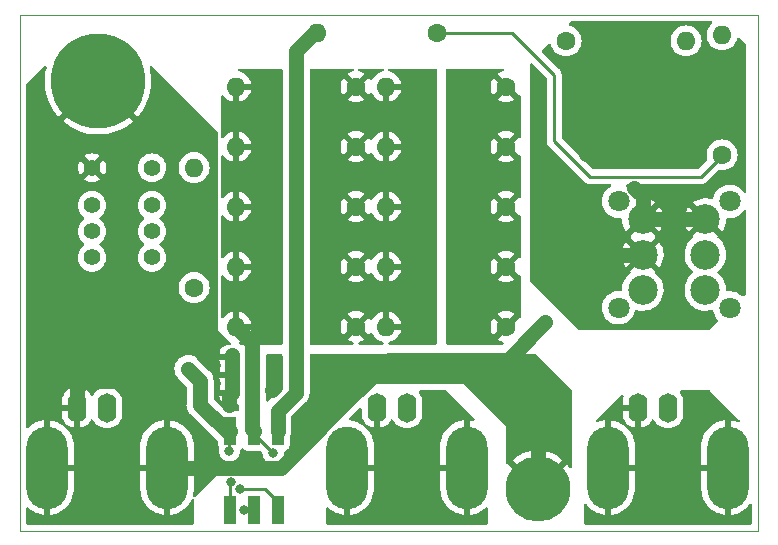
<source format=gbl>
%TF.GenerationSoftware,KiCad,Pcbnew,(6.0.7)*%
%TF.CreationDate,2022-08-24T15:11:35-04:00*%
%TF.ProjectId,hexapod_interlock,68657861-706f-4645-9f69-6e7465726c6f,rev?*%
%TF.SameCoordinates,Original*%
%TF.FileFunction,Copper,L2,Bot*%
%TF.FilePolarity,Positive*%
%FSLAX46Y46*%
G04 Gerber Fmt 4.6, Leading zero omitted, Abs format (unit mm)*
G04 Created by KiCad (PCBNEW (6.0.7)) date 2022-08-24 15:11:35*
%MOMM*%
%LPD*%
G01*
G04 APERTURE LIST*
G04 Aperture macros list*
%AMRoundRect*
0 Rectangle with rounded corners*
0 $1 Rounding radius*
0 $2 $3 $4 $5 $6 $7 $8 $9 X,Y pos of 4 corners*
0 Add a 4 corners polygon primitive as box body*
4,1,4,$2,$3,$4,$5,$6,$7,$8,$9,$2,$3,0*
0 Add four circle primitives for the rounded corners*
1,1,$1+$1,$2,$3*
1,1,$1+$1,$4,$5*
1,1,$1+$1,$6,$7*
1,1,$1+$1,$8,$9*
0 Add four rect primitives between the rounded corners*
20,1,$1+$1,$2,$3,$4,$5,0*
20,1,$1+$1,$4,$5,$6,$7,0*
20,1,$1+$1,$6,$7,$8,$9,0*
20,1,$1+$1,$8,$9,$2,$3,0*%
G04 Aperture macros list end*
%TA.AperFunction,Profile*%
%ADD10C,0.100000*%
%TD*%
%TA.AperFunction,ComponentPad*%
%ADD11C,8.000000*%
%TD*%
%TA.AperFunction,ComponentPad*%
%ADD12C,5.500000*%
%TD*%
%TA.AperFunction,ComponentPad*%
%ADD13C,1.600000*%
%TD*%
%TA.AperFunction,ComponentPad*%
%ADD14O,1.600000X1.600000*%
%TD*%
%TA.AperFunction,SMDPad,CuDef*%
%ADD15RoundRect,0.237500X0.300000X0.237500X-0.300000X0.237500X-0.300000X-0.237500X0.300000X-0.237500X0*%
%TD*%
%TA.AperFunction,ComponentPad*%
%ADD16C,1.400000*%
%TD*%
%TA.AperFunction,SMDPad,CuDef*%
%ADD17R,1.000000X2.350000*%
%TD*%
%TA.AperFunction,ComponentPad*%
%ADD18O,1.600000X2.500000*%
%TD*%
%TA.AperFunction,ComponentPad*%
%ADD19O,3.500000X7.000000*%
%TD*%
%TA.AperFunction,ComponentPad*%
%ADD20C,1.800000*%
%TD*%
%TA.AperFunction,ComponentPad*%
%ADD21C,2.500000*%
%TD*%
%TA.AperFunction,ViaPad*%
%ADD22C,0.800000*%
%TD*%
%TA.AperFunction,Conductor*%
%ADD23C,1.270000*%
%TD*%
%TA.AperFunction,Conductor*%
%ADD24C,0.250000*%
%TD*%
G04 APERTURE END LIST*
D10*
X196596000Y-140914000D02*
X196596000Y-97226000D01*
X134112000Y-97226000D02*
X196596000Y-97226000D01*
X134112000Y-140914000D02*
X196596000Y-140914000D01*
X134112000Y-97226000D02*
X134112000Y-140914000D01*
D11*
%TO.P,J5,1,Pin_1*%
%TO.N,GND*%
X140716000Y-102870000D03*
%TD*%
D12*
%TO.P,J4,1,Pin_1*%
%TO.N,GND*%
X177927000Y-137414000D03*
%TD*%
D13*
%TO.P,R2,1*%
%TO.N,Net-(R1-Pad2)*%
X162560000Y-123642000D03*
D14*
%TO.P,R2,2*%
%TO.N,Coil*%
X152400000Y-123642000D03*
%TD*%
D15*
%TO.P,C7,1*%
%TO.N,Coil*%
X153770500Y-126182000D03*
%TO.P,C7,2*%
%TO.N,GND*%
X152045500Y-126182000D03*
%TD*%
D13*
%TO.P,R11,1*%
%TO.N,Net-(R1-Pad2)*%
X162560000Y-103322000D03*
D14*
%TO.P,R11,2*%
%TO.N,Coil*%
X152400000Y-103322000D03*
%TD*%
D16*
%TO.P,K1,1*%
%TO.N,Net-(K1-Pad1)*%
X145288000Y-110190000D03*
%TO.P,K1,2*%
%TO.N,unconnected-(K1-Pad2)*%
X145288000Y-113390000D03*
%TO.P,K1,3*%
%TO.N,Net-(K1-Pad1)*%
X145288000Y-115590000D03*
%TO.P,K1,4*%
%TO.N,Coil*%
X145288000Y-117790000D03*
%TO.P,K1,5*%
%TO.N,Net-(J2-Pad1)*%
X140208000Y-117790000D03*
%TO.P,K1,6*%
%TO.N,Net-(J2-Pad2)*%
X140208000Y-115590000D03*
%TO.P,K1,7*%
%TO.N,unconnected-(K1-Pad7)*%
X140208000Y-113390000D03*
%TO.P,K1,8*%
%TO.N,GND*%
X140208000Y-110190000D03*
%TD*%
D13*
%TO.P,R9,1*%
%TO.N,Net-(R1-Pad2)*%
X162560000Y-108402000D03*
D14*
%TO.P,R9,2*%
%TO.N,Coil*%
X152400000Y-108402000D03*
%TD*%
D13*
%TO.P,R4,1*%
%TO.N,Net-(R1-Pad2)*%
X162560000Y-118562000D03*
D14*
%TO.P,R4,2*%
%TO.N,Coil*%
X152400000Y-118562000D03*
%TD*%
D15*
%TO.P,C11,1*%
%TO.N,Coil*%
X153770500Y-129230000D03*
%TO.P,C11,2*%
%TO.N,GND*%
X152045500Y-129230000D03*
%TD*%
D17*
%TO.P,SW1,1,A*%
%TO.N,Contact*%
X151924000Y-132509000D03*
%TO.P,SW1,2,B*%
%TO.N,Coil*%
X153924000Y-132509000D03*
%TO.P,SW1,3,C*%
%TO.N,Net-(SW1-Pad3)*%
X155924000Y-132509000D03*
%TO.P,SW1,4,C*%
X151924000Y-139159000D03*
%TO.P,SW1,5,B*%
%TO.N,Coil*%
X153924000Y-139159000D03*
%TO.P,SW1,6,A*%
%TO.N,Contact*%
X155924000Y-139159000D03*
%TD*%
D18*
%TO.P,J1,1,In*%
%TO.N,Contact*%
X141478000Y-130500000D03*
D19*
%TO.P,J1,2,Ext*%
%TO.N,GND*%
X136398000Y-135580000D03*
D18*
X138938000Y-130500000D03*
D19*
X146558000Y-135580000D03*
%TD*%
D13*
%TO.P,R10,1*%
%TO.N,4.3V*%
X175260000Y-103322000D03*
D14*
%TO.P,R10,2*%
%TO.N,Net-(R1-Pad2)*%
X165100000Y-103322000D03*
%TD*%
D13*
%TO.P,R5,1*%
%TO.N,4.3V*%
X175260000Y-113482000D03*
D14*
%TO.P,R5,2*%
%TO.N,Net-(R1-Pad2)*%
X165100000Y-113482000D03*
%TD*%
D13*
%TO.P,R6,1*%
%TO.N,Net-(R1-Pad2)*%
X162560000Y-113482000D03*
D14*
%TO.P,R6,2*%
%TO.N,Coil*%
X152400000Y-113482000D03*
%TD*%
D18*
%TO.P,J2,1,In*%
%TO.N,Net-(J2-Pad1)*%
X166878000Y-130500000D03*
%TO.P,J2,2,Ext*%
%TO.N,Net-(J2-Pad2)*%
X164338000Y-130500000D03*
D19*
X171958000Y-135580000D03*
X161798000Y-135580000D03*
%TD*%
D13*
%TO.P,R12,1*%
%TO.N,+5V*%
X193548000Y-109108000D03*
D14*
%TO.P,R12,2*%
%TO.N,Net-(C13-Pad1)*%
X193548000Y-98948000D03*
%TD*%
D13*
%TO.P,R8,1*%
%TO.N,4.3V*%
X175260000Y-108402000D03*
D14*
%TO.P,R8,2*%
%TO.N,Net-(R1-Pad2)*%
X165100000Y-108402000D03*
%TD*%
%TO.P,R7,2*%
%TO.N,Net-(SW1-Pad3)*%
X159258000Y-98750000D03*
D13*
%TO.P,R7,1*%
%TO.N,+5V*%
X169418000Y-98750000D03*
%TD*%
%TO.P,R14,1*%
%TO.N,Coil*%
X148844000Y-120340000D03*
D14*
%TO.P,R14,2*%
%TO.N,Net-(K1-Pad1)*%
X148844000Y-110180000D03*
%TD*%
D13*
%TO.P,R13,1*%
%TO.N,Coil*%
X180340000Y-99456000D03*
D14*
%TO.P,R13,2*%
%TO.N,Net-(C13-Pad1)*%
X190500000Y-99456000D03*
%TD*%
D15*
%TO.P,C9,1*%
%TO.N,Coil*%
X153770500Y-127706000D03*
%TO.P,C9,2*%
%TO.N,GND*%
X152045500Y-127706000D03*
%TD*%
D18*
%TO.P,J3,1,In*%
%TO.N,Net-(J3-Pad1)*%
X188976000Y-130500000D03*
D19*
%TO.P,J3,2,Ext*%
%TO.N,Net-(J3-Pad2)*%
X194056000Y-135580000D03*
X183896000Y-135580000D03*
D18*
X186436000Y-130500000D03*
%TD*%
D20*
%TO.P,SW2,*%
%TO.N,*%
X194184000Y-113046000D03*
X184784000Y-113046000D03*
X194184000Y-122046000D03*
X184784000Y-122046000D03*
D21*
%TO.P,SW2,1,A*%
%TO.N,Net-(J3-Pad1)*%
X192134000Y-120546000D03*
%TO.P,SW2,2,B*%
%TO.N,+5V*%
X192134000Y-117546000D03*
%TO.P,SW2,3,C*%
%TO.N,GND*%
X192134000Y-114546000D03*
%TO.P,SW2,4,A*%
%TO.N,Net-(J3-Pad2)*%
X186834000Y-120546000D03*
%TO.P,SW2,5,B*%
%TO.N,GND*%
X186834000Y-117546000D03*
%TO.P,SW2,6,C*%
X186834000Y-114546000D03*
%TD*%
D13*
%TO.P,R3,1*%
%TO.N,4.3V*%
X175260000Y-118562000D03*
D14*
%TO.P,R3,2*%
%TO.N,Net-(R1-Pad2)*%
X165100000Y-118562000D03*
%TD*%
D13*
%TO.P,R1,1*%
%TO.N,4.3V*%
X175260000Y-123642000D03*
D14*
%TO.P,R1,2*%
%TO.N,Net-(R1-Pad2)*%
X165100000Y-123642000D03*
%TD*%
D22*
%TO.N,Contact*%
X148336000Y-127198000D03*
X152755600Y-137414000D03*
X151841200Y-134162800D03*
%TO.N,GND*%
X145796000Y-121158000D03*
X155702000Y-127706000D03*
X169113200Y-127000000D03*
X165342000Y-126436000D03*
X160782000Y-128976000D03*
X141935200Y-124053600D03*
X143256000Y-129184400D03*
X151765000Y-130246000D03*
X182118000Y-112369600D03*
X139496800Y-128219200D03*
X191615199Y-105679807D03*
X147675600Y-123139200D03*
X155448000Y-128976000D03*
X139750800Y-122326400D03*
X143459200Y-118821200D03*
X182880000Y-101798000D03*
X181991000Y-109037000D03*
X184865300Y-108555500D03*
X145338800Y-129895600D03*
X186131200Y-111912400D03*
X139496800Y-128219200D03*
X178562000Y-123261000D03*
X143459200Y-118821200D03*
%TO.N,Coil*%
X153060400Y-139192000D03*
X155549600Y-134345500D03*
%TO.N,Net-(SW1-Pad3)*%
X155924000Y-130786000D03*
X151942800Y-136814500D03*
%TD*%
D23*
%TO.N,Contact*%
X149352000Y-128214000D02*
X149352000Y-130246000D01*
X148336000Y-127198000D02*
X149352000Y-128214000D01*
X141478000Y-129992000D02*
X141478000Y-130500000D01*
D24*
X155924000Y-139159000D02*
X155924000Y-138484000D01*
D23*
X151615000Y-132509000D02*
X151924000Y-132509000D01*
D24*
X155924000Y-138484000D02*
X154854000Y-137414000D01*
X154854000Y-137414000D02*
X152755600Y-137414000D01*
X151841200Y-134162800D02*
X151841200Y-132591800D01*
D23*
X149352000Y-130246000D02*
X151615000Y-132509000D01*
D24*
X151841200Y-132591800D02*
X151924000Y-132509000D01*
D23*
%TO.N,GND*%
X177927000Y-137414000D02*
X177927000Y-128976000D01*
X142290800Y-128219200D02*
X143256000Y-129184400D01*
X188258006Y-109037000D02*
X191615199Y-105679807D01*
X141935200Y-124053600D02*
X141478000Y-124053600D01*
X138938000Y-130500000D02*
X138938000Y-128778000D01*
X182880000Y-101798000D02*
X182880000Y-108148000D01*
X151765000Y-130246000D02*
X151765000Y-129510500D01*
X186834000Y-112615200D02*
X186131200Y-111912400D01*
X162802000Y-128976000D02*
X165342000Y-126436000D01*
X143256000Y-118821200D02*
X139750800Y-122326400D01*
X182880000Y-108148000D02*
X181991000Y-109037000D01*
X145338800Y-129895600D02*
X141935200Y-126492000D01*
X175387000Y-126436000D02*
X178562000Y-123261000D01*
X181991000Y-109037000D02*
X188258006Y-109037000D01*
X152045500Y-127706000D02*
X152045500Y-126182000D01*
X160782000Y-128976000D02*
X162802000Y-128976000D01*
X182118000Y-115519200D02*
X184144800Y-117546000D01*
X147675600Y-123139200D02*
X147675600Y-123037600D01*
X155702000Y-128722000D02*
X155448000Y-128976000D01*
X139496800Y-128219200D02*
X142290800Y-128219200D01*
X147675600Y-123037600D02*
X145796000Y-121158000D01*
X156198000Y-135580000D02*
X161792000Y-129986000D01*
X184144800Y-117546000D02*
X186834000Y-117546000D01*
X151765000Y-129510500D02*
X152045500Y-129230000D01*
X152045500Y-129230000D02*
X152045500Y-127706000D01*
X182118000Y-112369600D02*
X182118000Y-115519200D01*
X155702000Y-127706000D02*
X155702000Y-128722000D01*
X145796000Y-121158000D02*
X143459200Y-118821200D01*
X141478000Y-124053600D02*
X139750800Y-122326400D01*
X186834000Y-114546000D02*
X186834000Y-112615200D01*
X161792000Y-129986000D02*
X160782000Y-128976000D01*
X146558000Y-135580000D02*
X156198000Y-135580000D01*
X143459200Y-118821200D02*
X143256000Y-118821200D01*
X165342000Y-126436000D02*
X175387000Y-126436000D01*
X186834000Y-114546000D02*
X192134000Y-114546000D01*
X152045500Y-126182000D02*
X152045500Y-126081500D01*
X177927000Y-128976000D02*
X175387000Y-126436000D01*
X141935200Y-126492000D02*
X141935200Y-124053600D01*
X161792000Y-129986000D02*
X165342000Y-126436000D01*
X138938000Y-128778000D02*
X139496800Y-128219200D01*
X146761200Y-124053600D02*
X147675600Y-123139200D01*
X141935200Y-124053600D02*
X146761200Y-124053600D01*
D24*
%TO.N,+5V*%
X193548000Y-109164000D02*
X193548000Y-109108000D01*
X169164000Y-98750000D02*
X175768000Y-98750000D01*
X179324000Y-107894000D02*
X182372000Y-110942000D01*
X179324000Y-102306000D02*
X179324000Y-107894000D01*
X182372000Y-110942000D02*
X191770000Y-110942000D01*
X191770000Y-110942000D02*
X193548000Y-109164000D01*
X175768000Y-98750000D02*
X179324000Y-102306000D01*
D23*
%TO.N,Coil*%
X153770500Y-127706000D02*
X153770500Y-129230000D01*
D24*
X153924000Y-139159000D02*
X153093400Y-139159000D01*
D23*
X152400000Y-123642000D02*
X153770500Y-125012500D01*
D24*
X153924000Y-132719900D02*
X153924000Y-132509000D01*
X153093400Y-139159000D02*
X153060400Y-139192000D01*
X155549600Y-134345500D02*
X153924000Y-132719900D01*
D23*
X153770500Y-126182000D02*
X153770500Y-127706000D01*
X153770500Y-129230000D02*
X153770500Y-132355500D01*
X153770500Y-125012500D02*
X153770500Y-126182000D01*
X153770500Y-132355500D02*
X153924000Y-132509000D01*
D24*
%TO.N,Net-(SW1-Pad3)*%
X151924000Y-136833300D02*
X151942800Y-136814500D01*
X151924000Y-139159000D02*
X151924000Y-136833300D01*
D23*
X157480000Y-129230000D02*
X157480000Y-100274000D01*
X155924000Y-130786000D02*
X157480000Y-129230000D01*
X157480000Y-100274000D02*
X159004000Y-98750000D01*
X155924000Y-132509000D02*
X155924000Y-130786000D01*
%TD*%
%TA.AperFunction,Conductor*%
%TO.N,Net-(J3-Pad2)*%
G36*
X192547931Y-129052002D02*
G01*
X192568905Y-129068905D01*
X195016871Y-131516871D01*
X195050897Y-131579183D01*
X195045832Y-131649998D01*
X195003285Y-131706834D01*
X194936765Y-131731645D01*
X194889561Y-131724388D01*
X194889086Y-131725866D01*
X194607469Y-131635448D01*
X194599363Y-131633427D01*
X194327830Y-131584571D01*
X194314571Y-131586003D01*
X194310000Y-131600613D01*
X194310000Y-139556367D01*
X194314295Y-139570996D01*
X194326272Y-139573058D01*
X194398053Y-139566778D01*
X194406292Y-139565503D01*
X194690880Y-139501890D01*
X194698877Y-139499536D01*
X194972534Y-139398850D01*
X194980172Y-139395450D01*
X195238115Y-139259451D01*
X195245213Y-139255084D01*
X195482905Y-139086165D01*
X195489372Y-139080892D01*
X195702639Y-138882017D01*
X195708351Y-138875933D01*
X195864136Y-138686279D01*
X195922831Y-138646336D01*
X195993803Y-138644466D01*
X196054519Y-138681264D01*
X196085702Y-138745045D01*
X196087500Y-138766255D01*
X196087500Y-140279500D01*
X196067498Y-140347621D01*
X196013842Y-140394114D01*
X195961500Y-140405500D01*
X181990000Y-140405500D01*
X181921879Y-140385498D01*
X181875386Y-140331842D01*
X181864000Y-140279500D01*
X181864000Y-138766910D01*
X181884002Y-138698789D01*
X181937658Y-138652296D01*
X182007932Y-138642192D01*
X182072512Y-138671686D01*
X182094212Y-138696087D01*
X182110341Y-138719820D01*
X182115474Y-138726390D01*
X182309839Y-138943775D01*
X182315795Y-138949608D01*
X182537203Y-139139378D01*
X182543884Y-139144376D01*
X182788437Y-139303191D01*
X182795727Y-139307265D01*
X183059132Y-139432338D01*
X183066900Y-139435414D01*
X183344531Y-139524552D01*
X183352637Y-139526573D01*
X183624170Y-139575429D01*
X183637429Y-139573997D01*
X183642000Y-139559387D01*
X183642000Y-139556367D01*
X184150000Y-139556367D01*
X184154295Y-139570996D01*
X184166272Y-139573058D01*
X184238053Y-139566778D01*
X184246292Y-139565503D01*
X184530880Y-139501890D01*
X184538877Y-139499536D01*
X184812534Y-139398850D01*
X184820172Y-139395450D01*
X185078115Y-139259451D01*
X185085213Y-139255084D01*
X185322905Y-139086165D01*
X185329372Y-139080892D01*
X185542639Y-138882017D01*
X185548351Y-138875933D01*
X185733437Y-138650607D01*
X185738292Y-138643826D01*
X185891958Y-138395987D01*
X185895871Y-138388627D01*
X186015404Y-138122654D01*
X186018314Y-138114831D01*
X186101624Y-137835375D01*
X186103469Y-137827254D01*
X186149191Y-137538571D01*
X186149899Y-137531597D01*
X186153936Y-137442714D01*
X186154000Y-137439881D01*
X186154000Y-137403993D01*
X191798000Y-137403993D01*
X191798139Y-137408182D01*
X191812549Y-137625132D01*
X191813653Y-137633403D01*
X191871290Y-137919251D01*
X191873478Y-137927303D01*
X191968409Y-138203005D01*
X191971650Y-138210716D01*
X192102213Y-138471444D01*
X192106434Y-138478638D01*
X192270341Y-138719820D01*
X192275474Y-138726390D01*
X192469839Y-138943775D01*
X192475795Y-138949608D01*
X192697203Y-139139378D01*
X192703884Y-139144376D01*
X192948437Y-139303191D01*
X192955727Y-139307265D01*
X193219132Y-139432338D01*
X193226900Y-139435414D01*
X193504531Y-139524552D01*
X193512637Y-139526573D01*
X193784170Y-139575429D01*
X193797429Y-139573997D01*
X193802000Y-139559387D01*
X193802000Y-135852115D01*
X193797525Y-135836876D01*
X193796135Y-135835671D01*
X193788452Y-135834000D01*
X191816115Y-135834000D01*
X191800876Y-135838475D01*
X191799671Y-135839865D01*
X191798000Y-135847548D01*
X191798000Y-137403993D01*
X186154000Y-137403993D01*
X186154000Y-135852115D01*
X186149525Y-135836876D01*
X186148135Y-135835671D01*
X186140452Y-135834000D01*
X184168115Y-135834000D01*
X184152876Y-135838475D01*
X184151671Y-135839865D01*
X184150000Y-135847548D01*
X184150000Y-139556367D01*
X183642000Y-139556367D01*
X183642000Y-135307885D01*
X184150000Y-135307885D01*
X184154475Y-135323124D01*
X184155865Y-135324329D01*
X184163548Y-135326000D01*
X186135885Y-135326000D01*
X186151124Y-135321525D01*
X186152329Y-135320135D01*
X186154000Y-135312452D01*
X186154000Y-135307885D01*
X191798000Y-135307885D01*
X191802475Y-135323124D01*
X191803865Y-135324329D01*
X191811548Y-135326000D01*
X193783885Y-135326000D01*
X193799124Y-135321525D01*
X193800329Y-135320135D01*
X193802000Y-135312452D01*
X193802000Y-131603633D01*
X193797705Y-131589004D01*
X193785728Y-131586942D01*
X193713947Y-131593222D01*
X193705708Y-131594497D01*
X193421120Y-131658110D01*
X193413123Y-131660464D01*
X193139466Y-131761150D01*
X193131828Y-131764550D01*
X192873885Y-131900549D01*
X192866787Y-131904916D01*
X192629095Y-132073835D01*
X192622628Y-132079108D01*
X192409361Y-132277983D01*
X192403649Y-132284067D01*
X192218563Y-132509393D01*
X192213708Y-132516174D01*
X192060042Y-132764013D01*
X192056129Y-132771373D01*
X191936596Y-133037346D01*
X191933686Y-133045169D01*
X191850376Y-133324625D01*
X191848531Y-133332746D01*
X191802809Y-133621429D01*
X191802101Y-133628403D01*
X191798064Y-133717286D01*
X191798000Y-133720119D01*
X191798000Y-135307885D01*
X186154000Y-135307885D01*
X186154000Y-133756007D01*
X186153861Y-133751818D01*
X186139451Y-133534868D01*
X186138347Y-133526597D01*
X186080710Y-133240749D01*
X186078522Y-133232697D01*
X185983591Y-132956995D01*
X185980350Y-132949284D01*
X185849787Y-132688556D01*
X185845566Y-132681362D01*
X185681659Y-132440180D01*
X185676526Y-132433610D01*
X185482161Y-132216225D01*
X185476205Y-132210392D01*
X185254797Y-132020622D01*
X185248116Y-132015624D01*
X185003563Y-131856809D01*
X184996273Y-131852735D01*
X184732868Y-131727662D01*
X184725100Y-131724586D01*
X184447469Y-131635448D01*
X184439363Y-131633427D01*
X184167830Y-131584571D01*
X184154571Y-131586003D01*
X184150000Y-131600613D01*
X184150000Y-135307885D01*
X183642000Y-135307885D01*
X183642000Y-131603633D01*
X183637705Y-131589004D01*
X183625728Y-131586942D01*
X183553947Y-131593222D01*
X183545708Y-131594497D01*
X183261120Y-131658110D01*
X183253123Y-131660464D01*
X183060677Y-131731270D01*
X182989840Y-131736020D01*
X182927679Y-131701718D01*
X182893932Y-131639256D01*
X182899311Y-131568463D01*
X182928075Y-131523925D01*
X183447635Y-131004365D01*
X185128000Y-131004365D01*
X185128238Y-131009830D01*
X185142472Y-131172519D01*
X185144375Y-131183312D01*
X185200764Y-131393761D01*
X185204510Y-131404053D01*
X185296586Y-131601511D01*
X185302069Y-131611007D01*
X185427028Y-131789467D01*
X185434084Y-131797875D01*
X185588125Y-131951916D01*
X185596533Y-131958972D01*
X185774993Y-132083931D01*
X185784489Y-132089414D01*
X185981947Y-132181490D01*
X185992239Y-132185236D01*
X186164503Y-132231394D01*
X186178599Y-132231058D01*
X186182000Y-132223116D01*
X186182000Y-130772115D01*
X186177525Y-130756876D01*
X186176135Y-130755671D01*
X186168452Y-130754000D01*
X185146115Y-130754000D01*
X185130876Y-130758475D01*
X185129671Y-130759865D01*
X185128000Y-130767548D01*
X185128000Y-131004365D01*
X183447635Y-131004365D01*
X185003686Y-129448314D01*
X185065998Y-129414288D01*
X185136813Y-129419353D01*
X185193649Y-129461900D01*
X185218460Y-129528420D01*
X185206976Y-129590659D01*
X185204510Y-129595947D01*
X185200764Y-129606239D01*
X185144375Y-129816688D01*
X185142472Y-129827481D01*
X185128238Y-129990170D01*
X185128000Y-129995635D01*
X185128000Y-130227885D01*
X185132475Y-130243124D01*
X185133865Y-130244329D01*
X185141548Y-130246000D01*
X186564000Y-130246000D01*
X186632121Y-130266002D01*
X186678614Y-130319658D01*
X186690000Y-130372000D01*
X186690000Y-132217967D01*
X186693973Y-132231498D01*
X186702522Y-132232727D01*
X186879761Y-132185236D01*
X186890053Y-132181490D01*
X187087511Y-132089414D01*
X187097007Y-132083931D01*
X187275467Y-131958972D01*
X187283875Y-131951916D01*
X187437916Y-131797875D01*
X187444972Y-131789467D01*
X187569931Y-131611007D01*
X187575414Y-131601511D01*
X187591529Y-131566951D01*
X187638446Y-131513666D01*
X187706723Y-131494205D01*
X187774683Y-131514747D01*
X187819919Y-131566951D01*
X187836151Y-131601762D01*
X187836154Y-131601767D01*
X187838477Y-131606749D01*
X187969802Y-131794300D01*
X188131700Y-131956198D01*
X188136208Y-131959355D01*
X188136211Y-131959357D01*
X188214389Y-132014098D01*
X188319251Y-132087523D01*
X188324233Y-132089846D01*
X188324238Y-132089849D01*
X188520765Y-132181490D01*
X188526757Y-132184284D01*
X188532065Y-132185706D01*
X188532067Y-132185707D01*
X188742598Y-132242119D01*
X188742600Y-132242119D01*
X188747913Y-132243543D01*
X188976000Y-132263498D01*
X189204087Y-132243543D01*
X189209400Y-132242119D01*
X189209402Y-132242119D01*
X189419933Y-132185707D01*
X189419935Y-132185706D01*
X189425243Y-132184284D01*
X189431235Y-132181490D01*
X189627762Y-132089849D01*
X189627767Y-132089846D01*
X189632749Y-132087523D01*
X189737611Y-132014098D01*
X189815789Y-131959357D01*
X189815792Y-131959355D01*
X189820300Y-131956198D01*
X189982198Y-131794300D01*
X190113523Y-131606749D01*
X190115846Y-131601767D01*
X190115849Y-131601762D01*
X190207961Y-131404225D01*
X190207961Y-131404224D01*
X190210284Y-131399243D01*
X190269543Y-131178087D01*
X190284500Y-131007127D01*
X190284500Y-129992873D01*
X190269543Y-129821913D01*
X190210284Y-129600757D01*
X190156424Y-129485253D01*
X190115849Y-129398238D01*
X190115846Y-129398233D01*
X190113523Y-129393251D01*
X189999403Y-129230271D01*
X189976715Y-129162997D01*
X189994000Y-129094136D01*
X190045770Y-129045552D01*
X190102616Y-129032000D01*
X192479810Y-129032000D01*
X192547931Y-129052002D01*
G37*
%TD.AperFunction*%
%TD*%
%TA.AperFunction,Conductor*%
%TO.N,GND*%
G36*
X145258569Y-101578437D02*
G01*
X145288687Y-101600687D01*
X150839095Y-107151095D01*
X150873121Y-107213407D01*
X150876000Y-107240190D01*
X150876000Y-123952000D01*
X151347470Y-124423470D01*
X151361588Y-124440294D01*
X151393802Y-124486300D01*
X151555700Y-124648198D01*
X151560208Y-124651355D01*
X151560211Y-124651357D01*
X151601706Y-124680412D01*
X151618530Y-124694530D01*
X151907905Y-124983905D01*
X151941931Y-125046217D01*
X151936866Y-125117032D01*
X151894319Y-125173868D01*
X151827799Y-125198679D01*
X151818810Y-125199000D01*
X151699234Y-125199000D01*
X151692718Y-125199337D01*
X151598868Y-125209075D01*
X151585472Y-125211968D01*
X151434047Y-125262488D01*
X151420885Y-125268653D01*
X151285508Y-125352426D01*
X151274110Y-125361460D01*
X151161637Y-125474129D01*
X151152625Y-125485540D01*
X151069088Y-125621063D01*
X151062944Y-125634241D01*
X151012685Y-125785766D01*
X151009819Y-125799132D01*
X151000328Y-125891770D01*
X151000000Y-125898185D01*
X151000000Y-125909885D01*
X151004475Y-125925124D01*
X151005865Y-125926329D01*
X151013548Y-125928000D01*
X152173500Y-125928000D01*
X152241621Y-125948002D01*
X152288114Y-126001658D01*
X152299500Y-126054000D01*
X152299500Y-130194885D01*
X152303975Y-130210124D01*
X152305365Y-130211329D01*
X152313048Y-130213000D01*
X152391766Y-130213000D01*
X152398282Y-130212663D01*
X152487996Y-130203354D01*
X152557817Y-130216219D01*
X152609600Y-130264789D01*
X152627000Y-130328681D01*
X152627000Y-130701895D01*
X152606998Y-130770016D01*
X152553342Y-130816509D01*
X152487391Y-130827157D01*
X152472134Y-130825500D01*
X151600843Y-130825500D01*
X151532722Y-130805498D01*
X151511748Y-130788595D01*
X150532405Y-129809252D01*
X150498379Y-129746940D01*
X150495500Y-129720157D01*
X150495500Y-129513766D01*
X151000000Y-129513766D01*
X151000337Y-129520282D01*
X151010075Y-129614132D01*
X151012968Y-129627528D01*
X151063488Y-129778953D01*
X151069653Y-129792115D01*
X151153426Y-129927492D01*
X151162460Y-129938890D01*
X151275129Y-130051363D01*
X151286540Y-130060375D01*
X151422063Y-130143912D01*
X151435241Y-130150056D01*
X151586766Y-130200315D01*
X151600132Y-130203181D01*
X151692770Y-130212672D01*
X151699185Y-130213000D01*
X151773385Y-130213000D01*
X151788624Y-130208525D01*
X151789829Y-130207135D01*
X151791500Y-130199452D01*
X151791500Y-129502115D01*
X151787025Y-129486876D01*
X151785635Y-129485671D01*
X151777952Y-129484000D01*
X151018115Y-129484000D01*
X151002876Y-129488475D01*
X151001671Y-129489865D01*
X151000000Y-129497548D01*
X151000000Y-129513766D01*
X150495500Y-129513766D01*
X150495500Y-128957885D01*
X151000000Y-128957885D01*
X151004475Y-128973124D01*
X151005865Y-128974329D01*
X151013548Y-128976000D01*
X151773385Y-128976000D01*
X151788624Y-128971525D01*
X151789829Y-128970135D01*
X151791500Y-128962452D01*
X151791500Y-127978115D01*
X151787025Y-127962876D01*
X151785635Y-127961671D01*
X151777952Y-127960000D01*
X151018115Y-127960000D01*
X151002876Y-127964475D01*
X151001671Y-127965865D01*
X151000000Y-127973548D01*
X151000000Y-127989766D01*
X151000337Y-127996282D01*
X151010075Y-128090132D01*
X151012968Y-128103528D01*
X151063488Y-128254953D01*
X151069653Y-128268115D01*
X151152235Y-128401568D01*
X151171072Y-128470020D01*
X151152350Y-128533985D01*
X151069090Y-128669059D01*
X151062944Y-128682241D01*
X151012685Y-128833766D01*
X151009819Y-128847132D01*
X151000328Y-128939770D01*
X151000000Y-128946185D01*
X151000000Y-128957885D01*
X150495500Y-128957885D01*
X150495500Y-128256805D01*
X150495770Y-128248564D01*
X150499628Y-128189705D01*
X150500006Y-128183939D01*
X150489601Y-128096027D01*
X150489261Y-128092786D01*
X150481698Y-128010478D01*
X150481169Y-128004721D01*
X150479601Y-127999161D01*
X150478939Y-127995588D01*
X150476750Y-127984585D01*
X150475982Y-127980972D01*
X150475303Y-127975235D01*
X150449062Y-127890724D01*
X150448139Y-127887605D01*
X150425692Y-127808015D01*
X150424123Y-127802451D01*
X150421565Y-127797263D01*
X150420240Y-127793812D01*
X150416099Y-127783434D01*
X150414696Y-127780047D01*
X150412982Y-127774527D01*
X150371801Y-127696254D01*
X150370305Y-127693318D01*
X150342765Y-127637473D01*
X150331171Y-127613963D01*
X150327713Y-127609332D01*
X150325750Y-127606129D01*
X150319827Y-127596742D01*
X150317818Y-127593649D01*
X150315129Y-127588537D01*
X150260344Y-127519044D01*
X150258373Y-127516474D01*
X150208884Y-127450199D01*
X150208877Y-127450192D01*
X150205427Y-127445571D01*
X150192786Y-127433885D01*
X151000000Y-127433885D01*
X151004475Y-127449124D01*
X151005865Y-127450329D01*
X151013548Y-127452000D01*
X151773385Y-127452000D01*
X151788624Y-127447525D01*
X151789829Y-127446135D01*
X151791500Y-127438452D01*
X151791500Y-126454115D01*
X151787025Y-126438876D01*
X151785635Y-126437671D01*
X151777952Y-126436000D01*
X151018115Y-126436000D01*
X151002876Y-126440475D01*
X151001671Y-126441865D01*
X151000000Y-126449548D01*
X151000000Y-126465766D01*
X151000337Y-126472282D01*
X151010075Y-126566132D01*
X151012968Y-126579528D01*
X151063488Y-126730953D01*
X151069653Y-126744115D01*
X151152235Y-126877568D01*
X151171072Y-126946020D01*
X151152350Y-127009985D01*
X151069090Y-127145059D01*
X151062944Y-127158241D01*
X151012685Y-127309766D01*
X151009819Y-127323132D01*
X151000328Y-127415770D01*
X151000000Y-127422185D01*
X151000000Y-127433885D01*
X150192786Y-127433885D01*
X150189695Y-127431028D01*
X150145027Y-127389738D01*
X150141461Y-127386308D01*
X149106876Y-126351723D01*
X148986460Y-126251574D01*
X148803096Y-126148885D01*
X148797629Y-126147029D01*
X148797624Y-126147027D01*
X148609557Y-126083187D01*
X148609552Y-126083186D01*
X148604088Y-126081331D01*
X148396103Y-126051175D01*
X148255433Y-126056702D01*
X148191877Y-126059199D01*
X148191875Y-126059199D01*
X148186104Y-126059426D01*
X148180473Y-126060700D01*
X148180467Y-126060701D01*
X147986755Y-126104534D01*
X147981125Y-126105808D01*
X147975825Y-126108085D01*
X147975822Y-126108086D01*
X147793340Y-126186486D01*
X147788031Y-126188767D01*
X147613289Y-126305527D01*
X147609149Y-126309560D01*
X147473334Y-126441865D01*
X147462751Y-126452174D01*
X147341457Y-126623801D01*
X147253471Y-126814657D01*
X147201740Y-127018351D01*
X147187994Y-127228061D01*
X147212697Y-127436765D01*
X147214410Y-127442281D01*
X147214410Y-127442282D01*
X147216868Y-127450199D01*
X147275018Y-127637473D01*
X147344434Y-127769412D01*
X147364744Y-127808015D01*
X147372871Y-127823463D01*
X147479251Y-127958404D01*
X148171595Y-128650748D01*
X148205621Y-128713060D01*
X148208500Y-128739843D01*
X148208500Y-130203195D01*
X148208230Y-130211436D01*
X148203994Y-130276061D01*
X148214399Y-130363973D01*
X148214736Y-130367186D01*
X148222831Y-130455279D01*
X148224399Y-130460839D01*
X148225061Y-130464412D01*
X148227250Y-130475415D01*
X148228018Y-130479028D01*
X148228697Y-130484765D01*
X148254938Y-130569276D01*
X148255854Y-130572373D01*
X148279877Y-130657549D01*
X148282435Y-130662737D01*
X148283760Y-130666188D01*
X148287901Y-130676566D01*
X148289304Y-130679953D01*
X148291018Y-130685473D01*
X148293709Y-130690587D01*
X148293709Y-130690588D01*
X148332198Y-130763745D01*
X148333695Y-130766681D01*
X148372829Y-130846037D01*
X148376287Y-130850668D01*
X148378250Y-130853871D01*
X148384173Y-130863258D01*
X148386182Y-130866351D01*
X148388871Y-130871463D01*
X148443656Y-130940956D01*
X148445627Y-130943526D01*
X148495116Y-131009801D01*
X148495123Y-131009808D01*
X148498573Y-131014429D01*
X148502807Y-131018343D01*
X148502809Y-131018345D01*
X148558972Y-131070261D01*
X148562538Y-131073691D01*
X150776158Y-133287312D01*
X150781795Y-133293330D01*
X150824494Y-133342019D01*
X150829019Y-133345586D01*
X150829024Y-133345591D01*
X150867506Y-133375927D01*
X150908619Y-133433808D01*
X150915500Y-133474877D01*
X150915500Y-133732134D01*
X150922255Y-133794316D01*
X150925029Y-133801715D01*
X150951475Y-133872260D01*
X150956658Y-133943068D01*
X150953327Y-133955425D01*
X150947658Y-133972872D01*
X150946968Y-133979438D01*
X150946967Y-133979442D01*
X150931224Y-134129229D01*
X150927696Y-134162800D01*
X150947658Y-134352728D01*
X151006673Y-134534356D01*
X151009976Y-134540078D01*
X151009977Y-134540079D01*
X151043886Y-134598810D01*
X151102160Y-134699744D01*
X151106578Y-134704651D01*
X151106579Y-134704652D01*
X151122901Y-134722779D01*
X151229947Y-134841666D01*
X151384448Y-134953918D01*
X151390476Y-134956602D01*
X151390478Y-134956603D01*
X151551399Y-135028249D01*
X151558912Y-135031594D01*
X151652313Y-135051447D01*
X151739256Y-135069928D01*
X151739261Y-135069928D01*
X151745713Y-135071300D01*
X151936687Y-135071300D01*
X151943139Y-135069928D01*
X151943144Y-135069928D01*
X152030087Y-135051447D01*
X152123488Y-135031594D01*
X152131001Y-135028249D01*
X152291922Y-134956603D01*
X152291924Y-134956602D01*
X152297952Y-134953918D01*
X152452453Y-134841666D01*
X152559499Y-134722779D01*
X152575821Y-134704652D01*
X152575822Y-134704651D01*
X152580240Y-134699744D01*
X152638514Y-134598810D01*
X152672423Y-134540079D01*
X152672424Y-134540078D01*
X152675727Y-134534356D01*
X152734742Y-134352728D01*
X152754704Y-134162800D01*
X152754014Y-134156235D01*
X152754014Y-134156227D01*
X152752923Y-134145849D01*
X152765696Y-134076011D01*
X152785555Y-134048540D01*
X152787261Y-134047261D01*
X152823176Y-133999340D01*
X152880033Y-133956827D01*
X152950851Y-133951801D01*
X153013145Y-133985861D01*
X153024817Y-133999330D01*
X153060739Y-134047261D01*
X153177295Y-134134615D01*
X153313684Y-134185745D01*
X153375866Y-134192500D01*
X154448506Y-134192500D01*
X154516627Y-134212502D01*
X154537601Y-134229405D01*
X154602478Y-134294282D01*
X154636504Y-134356594D01*
X154638692Y-134370203D01*
X154656058Y-134535428D01*
X154715073Y-134717056D01*
X154810560Y-134882444D01*
X154814978Y-134887351D01*
X154814979Y-134887352D01*
X154856454Y-134933415D01*
X154938347Y-135024366D01*
X155092848Y-135136618D01*
X155098876Y-135139302D01*
X155098878Y-135139303D01*
X155261281Y-135211609D01*
X155267312Y-135214294D01*
X155360712Y-135234147D01*
X155447656Y-135252628D01*
X155447661Y-135252628D01*
X155454113Y-135254000D01*
X155645087Y-135254000D01*
X155651539Y-135252628D01*
X155651544Y-135252628D01*
X155738488Y-135234147D01*
X155831888Y-135214294D01*
X155837919Y-135211609D01*
X156000322Y-135139303D01*
X156000324Y-135139302D01*
X156006352Y-135136618D01*
X156160853Y-135024366D01*
X156242746Y-134933415D01*
X156284221Y-134887352D01*
X156284222Y-134887351D01*
X156288640Y-134882444D01*
X156384127Y-134717056D01*
X156443142Y-134535428D01*
X156463104Y-134345500D01*
X156462414Y-134338932D01*
X156459838Y-134314421D01*
X156472611Y-134244583D01*
X156521113Y-134192737D01*
X156540919Y-134183270D01*
X156662295Y-134137768D01*
X156662296Y-134137767D01*
X156670705Y-134134615D01*
X156787261Y-134047261D01*
X156874615Y-133930705D01*
X156925745Y-133794316D01*
X156932500Y-133732134D01*
X156932500Y-133079347D01*
X156946991Y-133020681D01*
X156984982Y-132948473D01*
X157047304Y-132747766D01*
X157067500Y-132577126D01*
X157067500Y-131311843D01*
X157087502Y-131243722D01*
X157104405Y-131222748D01*
X158258304Y-130068849D01*
X158264322Y-130063212D01*
X158308680Y-130024311D01*
X158313019Y-130020506D01*
X158367793Y-129951027D01*
X158369853Y-129948483D01*
X158422728Y-129884908D01*
X158422735Y-129884898D01*
X158426425Y-129880461D01*
X158429250Y-129875417D01*
X158431351Y-129872359D01*
X158437552Y-129863079D01*
X158439555Y-129859995D01*
X158443128Y-129855463D01*
X158445812Y-129850362D01*
X158445815Y-129850357D01*
X158476457Y-129792115D01*
X158484325Y-129777161D01*
X158485894Y-129774271D01*
X158526290Y-129702140D01*
X158526291Y-129702138D01*
X158529114Y-129697097D01*
X158530972Y-129691622D01*
X158532481Y-129688233D01*
X158536889Y-129677972D01*
X158538292Y-129674586D01*
X158540982Y-129669473D01*
X158567224Y-129584960D01*
X158568244Y-129581822D01*
X158594812Y-129503556D01*
X158594812Y-129503555D01*
X158596668Y-129498088D01*
X158597497Y-129492373D01*
X158598366Y-129488752D01*
X158600836Y-129477837D01*
X158601592Y-129474279D01*
X158603304Y-129468766D01*
X158613708Y-129380866D01*
X158614131Y-129377654D01*
X158626825Y-129290103D01*
X158623597Y-129207946D01*
X158623500Y-129202999D01*
X158623500Y-126110000D01*
X158643502Y-126041879D01*
X158697158Y-125995386D01*
X158749500Y-125984000D01*
X177747810Y-125984000D01*
X177815931Y-126004002D01*
X177836905Y-126020905D01*
X180811095Y-128995095D01*
X180845121Y-129057407D01*
X180848000Y-129084190D01*
X180848000Y-135506208D01*
X180827998Y-135574329D01*
X180774342Y-135620822D01*
X180704068Y-135630926D01*
X180639488Y-135601432D01*
X180617664Y-135576849D01*
X180527813Y-135444140D01*
X180523699Y-135438721D01*
X180415090Y-135310653D01*
X180402265Y-135302217D01*
X180391940Y-135308270D01*
X178016095Y-137684115D01*
X177953783Y-137718141D01*
X177882968Y-137713076D01*
X177837905Y-137684115D01*
X175463457Y-135309667D01*
X175449513Y-135302053D01*
X175439505Y-135302768D01*
X175390946Y-135319123D01*
X175322093Y-135301810D01*
X175273529Y-135250021D01*
X175260000Y-135193220D01*
X175260000Y-134936234D01*
X175812322Y-134936234D01*
X175812357Y-134937075D01*
X175817410Y-134945200D01*
X177914188Y-137041978D01*
X177928132Y-137049592D01*
X177929965Y-137049461D01*
X177936580Y-137045210D01*
X180034431Y-134947359D01*
X180042045Y-134933415D01*
X180041977Y-134932460D01*
X180038024Y-134926482D01*
X179763667Y-134717479D01*
X179758041Y-134713655D01*
X179461706Y-134534894D01*
X179455694Y-134531697D01*
X179141774Y-134385980D01*
X179135474Y-134383460D01*
X178807664Y-134272503D01*
X178801086Y-134270667D01*
X178463237Y-134195768D01*
X178456499Y-134194652D01*
X178112515Y-134156675D01*
X178105735Y-134156296D01*
X177759636Y-134155693D01*
X177752863Y-134156048D01*
X177408726Y-134192825D01*
X177402016Y-134193912D01*
X177063883Y-134267637D01*
X177057308Y-134269448D01*
X176729117Y-134379259D01*
X176722795Y-134381762D01*
X176408388Y-134526373D01*
X176402345Y-134529559D01*
X176105402Y-134707276D01*
X176099756Y-134711085D01*
X175823726Y-134919844D01*
X175820140Y-134922875D01*
X175812322Y-134936234D01*
X175260000Y-134936234D01*
X175260000Y-132080000D01*
X171704000Y-128524000D01*
X164084000Y-128524000D01*
X163723705Y-128884295D01*
X163690917Y-128907254D01*
X163691002Y-128907401D01*
X163689327Y-128908368D01*
X163687862Y-128909394D01*
X163686240Y-128910150D01*
X163686235Y-128910153D01*
X163681251Y-128912477D01*
X163590531Y-128976000D01*
X163498211Y-129040643D01*
X163498208Y-129040645D01*
X163493700Y-129043802D01*
X163331802Y-129205700D01*
X163200477Y-129393251D01*
X163198153Y-129398235D01*
X163198150Y-129398240D01*
X163197394Y-129399862D01*
X163196368Y-129401327D01*
X163195401Y-129403002D01*
X163195254Y-129402917D01*
X163172295Y-129435705D01*
X160824241Y-131783759D01*
X160793911Y-131806121D01*
X160615633Y-131900116D01*
X160611929Y-131902069D01*
X160367367Y-132075871D01*
X160147939Y-132280490D01*
X159957502Y-132512333D01*
X159799400Y-132767325D01*
X159797684Y-132771142D01*
X159797683Y-132771145D01*
X159775188Y-132821199D01*
X159749356Y-132858644D01*
X156500905Y-136107095D01*
X156438593Y-136141121D01*
X156411810Y-136144000D01*
X152606508Y-136144000D01*
X152538387Y-136123998D01*
X152532447Y-136119936D01*
X152404894Y-136027263D01*
X152404893Y-136027262D01*
X152399552Y-136023382D01*
X152393524Y-136020698D01*
X152393522Y-136020697D01*
X152231119Y-135948391D01*
X152231118Y-135948391D01*
X152225088Y-135945706D01*
X152131687Y-135925853D01*
X152044744Y-135907372D01*
X152044739Y-135907372D01*
X152038287Y-135906000D01*
X151847313Y-135906000D01*
X151840861Y-135907372D01*
X151840856Y-135907372D01*
X151753913Y-135925853D01*
X151660512Y-135945706D01*
X151654482Y-135948391D01*
X151654481Y-135948391D01*
X151492078Y-136020697D01*
X151492076Y-136020698D01*
X151486048Y-136023382D01*
X151480707Y-136027262D01*
X151480706Y-136027263D01*
X151353153Y-136119936D01*
X151286285Y-136143795D01*
X151279092Y-136144000D01*
X150876000Y-136144000D01*
X148936913Y-138083087D01*
X148874601Y-138117113D01*
X148803786Y-138112048D01*
X148746950Y-138069501D01*
X148722139Y-138002981D01*
X148727069Y-137957995D01*
X148763624Y-137835375D01*
X148765469Y-137827254D01*
X148811191Y-137538571D01*
X148811899Y-137531597D01*
X148815936Y-137442714D01*
X148816000Y-137439881D01*
X148816000Y-135852115D01*
X148811525Y-135836876D01*
X148810135Y-135835671D01*
X148802452Y-135834000D01*
X146830115Y-135834000D01*
X146814876Y-135838475D01*
X146813671Y-135839865D01*
X146812000Y-135847548D01*
X146812000Y-139556367D01*
X146816295Y-139570996D01*
X146828272Y-139573058D01*
X146900053Y-139566778D01*
X146908292Y-139565503D01*
X147192880Y-139501890D01*
X147200877Y-139499536D01*
X147474534Y-139398850D01*
X147482172Y-139395450D01*
X147740115Y-139259451D01*
X147747213Y-139255084D01*
X147984905Y-139086165D01*
X147991372Y-139080892D01*
X148204639Y-138882017D01*
X148210351Y-138875933D01*
X148395437Y-138650607D01*
X148400292Y-138643826D01*
X148553958Y-138395987D01*
X148557868Y-138388633D01*
X148603073Y-138288048D01*
X148649242Y-138234114D01*
X148717241Y-138213701D01*
X148785481Y-138233292D01*
X148832296Y-138286667D01*
X148844000Y-138339699D01*
X148844000Y-140279500D01*
X148823998Y-140347621D01*
X148770342Y-140394114D01*
X148718000Y-140405500D01*
X134746500Y-140405500D01*
X134678379Y-140385498D01*
X134631886Y-140331842D01*
X134620500Y-140279500D01*
X134620500Y-139054449D01*
X134640502Y-138986328D01*
X134694158Y-138939835D01*
X134764432Y-138929731D01*
X134828498Y-138958781D01*
X135039203Y-139139378D01*
X135045884Y-139144376D01*
X135290437Y-139303191D01*
X135297727Y-139307265D01*
X135561132Y-139432338D01*
X135568900Y-139435414D01*
X135846531Y-139524552D01*
X135854637Y-139526573D01*
X136126170Y-139575429D01*
X136139429Y-139573997D01*
X136144000Y-139559387D01*
X136144000Y-139556367D01*
X136652000Y-139556367D01*
X136656295Y-139570996D01*
X136668272Y-139573058D01*
X136740053Y-139566778D01*
X136748292Y-139565503D01*
X137032880Y-139501890D01*
X137040877Y-139499536D01*
X137314534Y-139398850D01*
X137322172Y-139395450D01*
X137580115Y-139259451D01*
X137587213Y-139255084D01*
X137824905Y-139086165D01*
X137831372Y-139080892D01*
X138044639Y-138882017D01*
X138050351Y-138875933D01*
X138235437Y-138650607D01*
X138240292Y-138643826D01*
X138393958Y-138395987D01*
X138397871Y-138388627D01*
X138517404Y-138122654D01*
X138520314Y-138114831D01*
X138603624Y-137835375D01*
X138605469Y-137827254D01*
X138651191Y-137538571D01*
X138651899Y-137531597D01*
X138655936Y-137442714D01*
X138656000Y-137439881D01*
X138656000Y-137403993D01*
X144300000Y-137403993D01*
X144300139Y-137408182D01*
X144314549Y-137625132D01*
X144315653Y-137633403D01*
X144373290Y-137919251D01*
X144375478Y-137927303D01*
X144470409Y-138203005D01*
X144473650Y-138210716D01*
X144604213Y-138471444D01*
X144608434Y-138478638D01*
X144772341Y-138719820D01*
X144777474Y-138726390D01*
X144971839Y-138943775D01*
X144977795Y-138949608D01*
X145199203Y-139139378D01*
X145205884Y-139144376D01*
X145450437Y-139303191D01*
X145457727Y-139307265D01*
X145721132Y-139432338D01*
X145728900Y-139435414D01*
X146006531Y-139524552D01*
X146014637Y-139526573D01*
X146286170Y-139575429D01*
X146299429Y-139573997D01*
X146304000Y-139559387D01*
X146304000Y-135852115D01*
X146299525Y-135836876D01*
X146298135Y-135835671D01*
X146290452Y-135834000D01*
X144318115Y-135834000D01*
X144302876Y-135838475D01*
X144301671Y-135839865D01*
X144300000Y-135847548D01*
X144300000Y-137403993D01*
X138656000Y-137403993D01*
X138656000Y-135852115D01*
X138651525Y-135836876D01*
X138650135Y-135835671D01*
X138642452Y-135834000D01*
X136670115Y-135834000D01*
X136654876Y-135838475D01*
X136653671Y-135839865D01*
X136652000Y-135847548D01*
X136652000Y-139556367D01*
X136144000Y-139556367D01*
X136144000Y-135307885D01*
X136652000Y-135307885D01*
X136656475Y-135323124D01*
X136657865Y-135324329D01*
X136665548Y-135326000D01*
X138637885Y-135326000D01*
X138653124Y-135321525D01*
X138654329Y-135320135D01*
X138656000Y-135312452D01*
X138656000Y-135307885D01*
X144300000Y-135307885D01*
X144304475Y-135323124D01*
X144305865Y-135324329D01*
X144313548Y-135326000D01*
X146285885Y-135326000D01*
X146301124Y-135321525D01*
X146302329Y-135320135D01*
X146304000Y-135312452D01*
X146304000Y-135307885D01*
X146812000Y-135307885D01*
X146816475Y-135323124D01*
X146817865Y-135324329D01*
X146825548Y-135326000D01*
X148797885Y-135326000D01*
X148813124Y-135321525D01*
X148814329Y-135320135D01*
X148816000Y-135312452D01*
X148816000Y-133756007D01*
X148815861Y-133751818D01*
X148801451Y-133534868D01*
X148800347Y-133526597D01*
X148742710Y-133240749D01*
X148740522Y-133232697D01*
X148645591Y-132956995D01*
X148642350Y-132949284D01*
X148511787Y-132688556D01*
X148507566Y-132681362D01*
X148343659Y-132440180D01*
X148338526Y-132433610D01*
X148144161Y-132216225D01*
X148138205Y-132210392D01*
X147916797Y-132020622D01*
X147910116Y-132015624D01*
X147665563Y-131856809D01*
X147658273Y-131852735D01*
X147394868Y-131727662D01*
X147387100Y-131724586D01*
X147109469Y-131635448D01*
X147101363Y-131633427D01*
X146829830Y-131584571D01*
X146816571Y-131586003D01*
X146812000Y-131600613D01*
X146812000Y-135307885D01*
X146304000Y-135307885D01*
X146304000Y-131603633D01*
X146299705Y-131589004D01*
X146287728Y-131586942D01*
X146215947Y-131593222D01*
X146207708Y-131594497D01*
X145923120Y-131658110D01*
X145915123Y-131660464D01*
X145641466Y-131761150D01*
X145633828Y-131764550D01*
X145375885Y-131900549D01*
X145368787Y-131904916D01*
X145131095Y-132073835D01*
X145124628Y-132079108D01*
X144911361Y-132277983D01*
X144905649Y-132284067D01*
X144720563Y-132509393D01*
X144715708Y-132516174D01*
X144562042Y-132764013D01*
X144558129Y-132771373D01*
X144438596Y-133037346D01*
X144435686Y-133045169D01*
X144352376Y-133324625D01*
X144350531Y-133332746D01*
X144304809Y-133621429D01*
X144304101Y-133628403D01*
X144300064Y-133717286D01*
X144300000Y-133720119D01*
X144300000Y-135307885D01*
X138656000Y-135307885D01*
X138656000Y-133756007D01*
X138655861Y-133751818D01*
X138641451Y-133534868D01*
X138640347Y-133526597D01*
X138582710Y-133240749D01*
X138580522Y-133232697D01*
X138485591Y-132956995D01*
X138482350Y-132949284D01*
X138351787Y-132688556D01*
X138347566Y-132681362D01*
X138183659Y-132440180D01*
X138178526Y-132433610D01*
X137984161Y-132216225D01*
X137978205Y-132210392D01*
X137756797Y-132020622D01*
X137750116Y-132015624D01*
X137505563Y-131856809D01*
X137498273Y-131852735D01*
X137234868Y-131727662D01*
X137227100Y-131724586D01*
X136949469Y-131635448D01*
X136941363Y-131633427D01*
X136669830Y-131584571D01*
X136656571Y-131586003D01*
X136652000Y-131600613D01*
X136652000Y-135307885D01*
X136144000Y-135307885D01*
X136144000Y-131603633D01*
X136139705Y-131589004D01*
X136127728Y-131586942D01*
X136055947Y-131593222D01*
X136047708Y-131594497D01*
X135763120Y-131658110D01*
X135755123Y-131660464D01*
X135481466Y-131761150D01*
X135473828Y-131764550D01*
X135215885Y-131900549D01*
X135208787Y-131904916D01*
X134971095Y-132073835D01*
X134964628Y-132079108D01*
X134832432Y-132202383D01*
X134768970Y-132234212D01*
X134698374Y-132226679D01*
X134643058Y-132182175D01*
X134620500Y-132110232D01*
X134620500Y-131004365D01*
X137630000Y-131004365D01*
X137630238Y-131009830D01*
X137644472Y-131172519D01*
X137646375Y-131183312D01*
X137702764Y-131393761D01*
X137706510Y-131404053D01*
X137798586Y-131601511D01*
X137804069Y-131611007D01*
X137929028Y-131789467D01*
X137936084Y-131797875D01*
X138090125Y-131951916D01*
X138098533Y-131958972D01*
X138276993Y-132083931D01*
X138286489Y-132089414D01*
X138483947Y-132181490D01*
X138494239Y-132185236D01*
X138666503Y-132231394D01*
X138680599Y-132231058D01*
X138684000Y-132223116D01*
X138684000Y-132217967D01*
X139192000Y-132217967D01*
X139195973Y-132231498D01*
X139204522Y-132232727D01*
X139381761Y-132185236D01*
X139392053Y-132181490D01*
X139589511Y-132089414D01*
X139599007Y-132083931D01*
X139777467Y-131958972D01*
X139785875Y-131951916D01*
X139939916Y-131797875D01*
X139946972Y-131789467D01*
X140071931Y-131611007D01*
X140077414Y-131601511D01*
X140093529Y-131566951D01*
X140140446Y-131513666D01*
X140208723Y-131494205D01*
X140276683Y-131514747D01*
X140321919Y-131566951D01*
X140338151Y-131601762D01*
X140338154Y-131601767D01*
X140340477Y-131606749D01*
X140376742Y-131658540D01*
X140423558Y-131725400D01*
X140471802Y-131794300D01*
X140633700Y-131956198D01*
X140638208Y-131959355D01*
X140638211Y-131959357D01*
X140716389Y-132014098D01*
X140821251Y-132087523D01*
X140826233Y-132089846D01*
X140826238Y-132089849D01*
X141022765Y-132181490D01*
X141028757Y-132184284D01*
X141034065Y-132185706D01*
X141034067Y-132185707D01*
X141244598Y-132242119D01*
X141244600Y-132242119D01*
X141249913Y-132243543D01*
X141478000Y-132263498D01*
X141706087Y-132243543D01*
X141711400Y-132242119D01*
X141711402Y-132242119D01*
X141921933Y-132185707D01*
X141921935Y-132185706D01*
X141927243Y-132184284D01*
X141933235Y-132181490D01*
X142129762Y-132089849D01*
X142129767Y-132089846D01*
X142134749Y-132087523D01*
X142239611Y-132014098D01*
X142317789Y-131959357D01*
X142317792Y-131959355D01*
X142322300Y-131956198D01*
X142484198Y-131794300D01*
X142532443Y-131725400D01*
X142579258Y-131658540D01*
X142615523Y-131606749D01*
X142617846Y-131601767D01*
X142617849Y-131601762D01*
X142709961Y-131404225D01*
X142709961Y-131404224D01*
X142712284Y-131399243D01*
X142771543Y-131178087D01*
X142786500Y-131007127D01*
X142786500Y-129992873D01*
X142786034Y-129987539D01*
X142775514Y-129867304D01*
X142771543Y-129821913D01*
X142770119Y-129816598D01*
X142713707Y-129606067D01*
X142713706Y-129606065D01*
X142712284Y-129600757D01*
X142704918Y-129584960D01*
X142617849Y-129398238D01*
X142617846Y-129398233D01*
X142615523Y-129393251D01*
X142484198Y-129205700D01*
X142322300Y-129043802D01*
X142317792Y-129040645D01*
X142317789Y-129040643D01*
X142225469Y-128976000D01*
X142134749Y-128912477D01*
X142129767Y-128910154D01*
X142129762Y-128910151D01*
X141932225Y-128818039D01*
X141932224Y-128818039D01*
X141927243Y-128815716D01*
X141921935Y-128814294D01*
X141921933Y-128814293D01*
X141711402Y-128757881D01*
X141711400Y-128757881D01*
X141706087Y-128756457D01*
X141478000Y-128736502D01*
X141249913Y-128756457D01*
X141244600Y-128757881D01*
X141244598Y-128757881D01*
X141034067Y-128814293D01*
X141034065Y-128814294D01*
X141028757Y-128815716D01*
X141023776Y-128818039D01*
X141023775Y-128818039D01*
X140826238Y-128910151D01*
X140826233Y-128910154D01*
X140821251Y-128912477D01*
X140730531Y-128976000D01*
X140638211Y-129040643D01*
X140638208Y-129040645D01*
X140633700Y-129043802D01*
X140471802Y-129205700D01*
X140340477Y-129393251D01*
X140338154Y-129398233D01*
X140338151Y-129398238D01*
X140321919Y-129433049D01*
X140275002Y-129486334D01*
X140206725Y-129505795D01*
X140138765Y-129485253D01*
X140093529Y-129433049D01*
X140077414Y-129398489D01*
X140071931Y-129388993D01*
X139946972Y-129210533D01*
X139939916Y-129202125D01*
X139785875Y-129048084D01*
X139777467Y-129041028D01*
X139599007Y-128916069D01*
X139589511Y-128910586D01*
X139392053Y-128818510D01*
X139381761Y-128814764D01*
X139209497Y-128768606D01*
X139195401Y-128768942D01*
X139192000Y-128776884D01*
X139192000Y-132217967D01*
X138684000Y-132217967D01*
X138684000Y-130772115D01*
X138679525Y-130756876D01*
X138678135Y-130755671D01*
X138670452Y-130754000D01*
X137648115Y-130754000D01*
X137632876Y-130758475D01*
X137631671Y-130759865D01*
X137630000Y-130767548D01*
X137630000Y-131004365D01*
X134620500Y-131004365D01*
X134620500Y-130227885D01*
X137630000Y-130227885D01*
X137634475Y-130243124D01*
X137635865Y-130244329D01*
X137643548Y-130246000D01*
X138665885Y-130246000D01*
X138681124Y-130241525D01*
X138682329Y-130240135D01*
X138684000Y-130232452D01*
X138684000Y-128782033D01*
X138680027Y-128768502D01*
X138671478Y-128767273D01*
X138494239Y-128814764D01*
X138483947Y-128818510D01*
X138286489Y-128910586D01*
X138276993Y-128916069D01*
X138098533Y-129041028D01*
X138090125Y-129048084D01*
X137936084Y-129202125D01*
X137929028Y-129210533D01*
X137804069Y-129388993D01*
X137798586Y-129398489D01*
X137706510Y-129595947D01*
X137702764Y-129606239D01*
X137646375Y-129816688D01*
X137644472Y-129827481D01*
X137630238Y-129990170D01*
X137630000Y-129995635D01*
X137630000Y-130227885D01*
X134620500Y-130227885D01*
X134620500Y-120340000D01*
X147530502Y-120340000D01*
X147550457Y-120568087D01*
X147609716Y-120789243D01*
X147612039Y-120794224D01*
X147612039Y-120794225D01*
X147704151Y-120991762D01*
X147704154Y-120991767D01*
X147706477Y-120996749D01*
X147837802Y-121184300D01*
X147999700Y-121346198D01*
X148004208Y-121349355D01*
X148004211Y-121349357D01*
X148082389Y-121404098D01*
X148187251Y-121477523D01*
X148192233Y-121479846D01*
X148192238Y-121479849D01*
X148389775Y-121571961D01*
X148394757Y-121574284D01*
X148400065Y-121575706D01*
X148400067Y-121575707D01*
X148610598Y-121632119D01*
X148610600Y-121632119D01*
X148615913Y-121633543D01*
X148844000Y-121653498D01*
X149072087Y-121633543D01*
X149077400Y-121632119D01*
X149077402Y-121632119D01*
X149287933Y-121575707D01*
X149287935Y-121575706D01*
X149293243Y-121574284D01*
X149298225Y-121571961D01*
X149495762Y-121479849D01*
X149495767Y-121479846D01*
X149500749Y-121477523D01*
X149605611Y-121404098D01*
X149683789Y-121349357D01*
X149683792Y-121349355D01*
X149688300Y-121346198D01*
X149850198Y-121184300D01*
X149981523Y-120996749D01*
X149983846Y-120991767D01*
X149983849Y-120991762D01*
X150075961Y-120794225D01*
X150075961Y-120794224D01*
X150078284Y-120789243D01*
X150137543Y-120568087D01*
X150157498Y-120340000D01*
X150137543Y-120111913D01*
X150078284Y-119890757D01*
X149989111Y-119699523D01*
X149983849Y-119688238D01*
X149983846Y-119688233D01*
X149981523Y-119683251D01*
X149850198Y-119495700D01*
X149688300Y-119333802D01*
X149683792Y-119330645D01*
X149683789Y-119330643D01*
X149605611Y-119275902D01*
X149500749Y-119202477D01*
X149495767Y-119200154D01*
X149495762Y-119200151D01*
X149298225Y-119108039D01*
X149298224Y-119108039D01*
X149293243Y-119105716D01*
X149287935Y-119104294D01*
X149287933Y-119104293D01*
X149077402Y-119047881D01*
X149077400Y-119047881D01*
X149072087Y-119046457D01*
X148844000Y-119026502D01*
X148615913Y-119046457D01*
X148610600Y-119047881D01*
X148610598Y-119047881D01*
X148400067Y-119104293D01*
X148400065Y-119104294D01*
X148394757Y-119105716D01*
X148389776Y-119108039D01*
X148389775Y-119108039D01*
X148192238Y-119200151D01*
X148192233Y-119200154D01*
X148187251Y-119202477D01*
X148082389Y-119275902D01*
X148004211Y-119330643D01*
X148004208Y-119330645D01*
X147999700Y-119333802D01*
X147837802Y-119495700D01*
X147706477Y-119683251D01*
X147704154Y-119688233D01*
X147704151Y-119688238D01*
X147698889Y-119699523D01*
X147609716Y-119890757D01*
X147550457Y-120111913D01*
X147530502Y-120340000D01*
X134620500Y-120340000D01*
X134620500Y-117790000D01*
X138994884Y-117790000D01*
X139013314Y-118000655D01*
X139014738Y-118005968D01*
X139014738Y-118005970D01*
X139043352Y-118112757D01*
X139068044Y-118204910D01*
X139157411Y-118396558D01*
X139278699Y-118569776D01*
X139428224Y-118719301D01*
X139601442Y-118840589D01*
X139606420Y-118842910D01*
X139606423Y-118842912D01*
X139788108Y-118927633D01*
X139793090Y-118929956D01*
X139798398Y-118931378D01*
X139798400Y-118931379D01*
X139992030Y-118983262D01*
X139992032Y-118983262D01*
X139997345Y-118984686D01*
X140208000Y-119003116D01*
X140418655Y-118984686D01*
X140423968Y-118983262D01*
X140423970Y-118983262D01*
X140617600Y-118931379D01*
X140617602Y-118931378D01*
X140622910Y-118929956D01*
X140627892Y-118927633D01*
X140809577Y-118842912D01*
X140809580Y-118842910D01*
X140814558Y-118840589D01*
X140987776Y-118719301D01*
X141137301Y-118569776D01*
X141258589Y-118396558D01*
X141347956Y-118204910D01*
X141372649Y-118112757D01*
X141401262Y-118005970D01*
X141401262Y-118005968D01*
X141402686Y-118000655D01*
X141421116Y-117790000D01*
X144074884Y-117790000D01*
X144093314Y-118000655D01*
X144094738Y-118005968D01*
X144094738Y-118005970D01*
X144123352Y-118112757D01*
X144148044Y-118204910D01*
X144237411Y-118396558D01*
X144358699Y-118569776D01*
X144508224Y-118719301D01*
X144681442Y-118840589D01*
X144686420Y-118842910D01*
X144686423Y-118842912D01*
X144868108Y-118927633D01*
X144873090Y-118929956D01*
X144878398Y-118931378D01*
X144878400Y-118931379D01*
X145072030Y-118983262D01*
X145072032Y-118983262D01*
X145077345Y-118984686D01*
X145288000Y-119003116D01*
X145498655Y-118984686D01*
X145503968Y-118983262D01*
X145503970Y-118983262D01*
X145697600Y-118931379D01*
X145697602Y-118931378D01*
X145702910Y-118929956D01*
X145707892Y-118927633D01*
X145889577Y-118842912D01*
X145889580Y-118842910D01*
X145894558Y-118840589D01*
X146067776Y-118719301D01*
X146217301Y-118569776D01*
X146338589Y-118396558D01*
X146427956Y-118204910D01*
X146452649Y-118112757D01*
X146481262Y-118005970D01*
X146481262Y-118005968D01*
X146482686Y-118000655D01*
X146501116Y-117790000D01*
X146482686Y-117579345D01*
X146427956Y-117375090D01*
X146338589Y-117183442D01*
X146217301Y-117010224D01*
X146067776Y-116860699D01*
X145971394Y-116793212D01*
X145927067Y-116737756D01*
X145919758Y-116667137D01*
X145951789Y-116603776D01*
X145971393Y-116586789D01*
X146067776Y-116519301D01*
X146217301Y-116369776D01*
X146338589Y-116196558D01*
X146427956Y-116004910D01*
X146482686Y-115800655D01*
X146501116Y-115590000D01*
X146482686Y-115379345D01*
X146427956Y-115175090D01*
X146338589Y-114983442D01*
X146217301Y-114810224D01*
X146067776Y-114660699D01*
X145971394Y-114593212D01*
X145927067Y-114537756D01*
X145919758Y-114467137D01*
X145951789Y-114403776D01*
X145971393Y-114386789D01*
X146067776Y-114319301D01*
X146217301Y-114169776D01*
X146338589Y-113996558D01*
X146427956Y-113804910D01*
X146482686Y-113600655D01*
X146501116Y-113390000D01*
X146482686Y-113179345D01*
X146427956Y-112975090D01*
X146338589Y-112783442D01*
X146217301Y-112610224D01*
X146067776Y-112460699D01*
X145894558Y-112339411D01*
X145889580Y-112337090D01*
X145889577Y-112337088D01*
X145707892Y-112252367D01*
X145707891Y-112252366D01*
X145702910Y-112250044D01*
X145697602Y-112248622D01*
X145697600Y-112248621D01*
X145503970Y-112196738D01*
X145503968Y-112196738D01*
X145498655Y-112195314D01*
X145288000Y-112176884D01*
X145077345Y-112195314D01*
X145072032Y-112196738D01*
X145072030Y-112196738D01*
X144878400Y-112248621D01*
X144878398Y-112248622D01*
X144873090Y-112250044D01*
X144868109Y-112252366D01*
X144868108Y-112252367D01*
X144686423Y-112337088D01*
X144686420Y-112337090D01*
X144681442Y-112339411D01*
X144508224Y-112460699D01*
X144358699Y-112610224D01*
X144237411Y-112783442D01*
X144148044Y-112975090D01*
X144093314Y-113179345D01*
X144074884Y-113390000D01*
X144093314Y-113600655D01*
X144148044Y-113804910D01*
X144237411Y-113996558D01*
X144358699Y-114169776D01*
X144508224Y-114319301D01*
X144604606Y-114386788D01*
X144648933Y-114442244D01*
X144656242Y-114512863D01*
X144624211Y-114576224D01*
X144604607Y-114593211D01*
X144508224Y-114660699D01*
X144358699Y-114810224D01*
X144237411Y-114983442D01*
X144148044Y-115175090D01*
X144093314Y-115379345D01*
X144074884Y-115590000D01*
X144093314Y-115800655D01*
X144148044Y-116004910D01*
X144237411Y-116196558D01*
X144358699Y-116369776D01*
X144508224Y-116519301D01*
X144604606Y-116586788D01*
X144648933Y-116642244D01*
X144656242Y-116712863D01*
X144624211Y-116776224D01*
X144604607Y-116793211D01*
X144508224Y-116860699D01*
X144358699Y-117010224D01*
X144237411Y-117183442D01*
X144148044Y-117375090D01*
X144093314Y-117579345D01*
X144074884Y-117790000D01*
X141421116Y-117790000D01*
X141402686Y-117579345D01*
X141347956Y-117375090D01*
X141258589Y-117183442D01*
X141137301Y-117010224D01*
X140987776Y-116860699D01*
X140891394Y-116793212D01*
X140847067Y-116737756D01*
X140839758Y-116667137D01*
X140871789Y-116603776D01*
X140891393Y-116586789D01*
X140987776Y-116519301D01*
X141137301Y-116369776D01*
X141258589Y-116196558D01*
X141347956Y-116004910D01*
X141402686Y-115800655D01*
X141421116Y-115590000D01*
X141402686Y-115379345D01*
X141347956Y-115175090D01*
X141258589Y-114983442D01*
X141137301Y-114810224D01*
X140987776Y-114660699D01*
X140891394Y-114593212D01*
X140847067Y-114537756D01*
X140839758Y-114467137D01*
X140871789Y-114403776D01*
X140891393Y-114386789D01*
X140987776Y-114319301D01*
X141137301Y-114169776D01*
X141258589Y-113996558D01*
X141347956Y-113804910D01*
X141402686Y-113600655D01*
X141421116Y-113390000D01*
X141402686Y-113179345D01*
X141347956Y-112975090D01*
X141258589Y-112783442D01*
X141137301Y-112610224D01*
X140987776Y-112460699D01*
X140814558Y-112339411D01*
X140809580Y-112337090D01*
X140809577Y-112337088D01*
X140627892Y-112252367D01*
X140627891Y-112252366D01*
X140622910Y-112250044D01*
X140617602Y-112248622D01*
X140617600Y-112248621D01*
X140423970Y-112196738D01*
X140423968Y-112196738D01*
X140418655Y-112195314D01*
X140208000Y-112176884D01*
X139997345Y-112195314D01*
X139992032Y-112196738D01*
X139992030Y-112196738D01*
X139798400Y-112248621D01*
X139798398Y-112248622D01*
X139793090Y-112250044D01*
X139788109Y-112252366D01*
X139788108Y-112252367D01*
X139606423Y-112337088D01*
X139606420Y-112337090D01*
X139601442Y-112339411D01*
X139428224Y-112460699D01*
X139278699Y-112610224D01*
X139157411Y-112783442D01*
X139068044Y-112975090D01*
X139013314Y-113179345D01*
X138994884Y-113390000D01*
X139013314Y-113600655D01*
X139068044Y-113804910D01*
X139157411Y-113996558D01*
X139278699Y-114169776D01*
X139428224Y-114319301D01*
X139524606Y-114386788D01*
X139568933Y-114442244D01*
X139576242Y-114512863D01*
X139544211Y-114576224D01*
X139524607Y-114593211D01*
X139428224Y-114660699D01*
X139278699Y-114810224D01*
X139157411Y-114983442D01*
X139068044Y-115175090D01*
X139013314Y-115379345D01*
X138994884Y-115590000D01*
X139013314Y-115800655D01*
X139068044Y-116004910D01*
X139157411Y-116196558D01*
X139278699Y-116369776D01*
X139428224Y-116519301D01*
X139524606Y-116586788D01*
X139568933Y-116642244D01*
X139576242Y-116712863D01*
X139544211Y-116776224D01*
X139524607Y-116793211D01*
X139428224Y-116860699D01*
X139278699Y-117010224D01*
X139157411Y-117183442D01*
X139068044Y-117375090D01*
X139013314Y-117579345D01*
X138994884Y-117790000D01*
X134620500Y-117790000D01*
X134620500Y-111204261D01*
X139558294Y-111204261D01*
X139567590Y-111216276D01*
X139597189Y-111237001D01*
X139606677Y-111242479D01*
X139788277Y-111327159D01*
X139798571Y-111330907D01*
X139992122Y-111382769D01*
X140002909Y-111384671D01*
X140202525Y-111402135D01*
X140213475Y-111402135D01*
X140413091Y-111384671D01*
X140423878Y-111382769D01*
X140617429Y-111330907D01*
X140627723Y-111327159D01*
X140809323Y-111242479D01*
X140818811Y-111237001D01*
X140849248Y-111215689D01*
X140857623Y-111205212D01*
X140850554Y-111191764D01*
X140220812Y-110562022D01*
X140206868Y-110554408D01*
X140205035Y-110554539D01*
X140198420Y-110558790D01*
X139564724Y-111192486D01*
X139558294Y-111204261D01*
X134620500Y-111204261D01*
X134620500Y-110195475D01*
X138995865Y-110195475D01*
X139013329Y-110395091D01*
X139015231Y-110405878D01*
X139067093Y-110599429D01*
X139070841Y-110609723D01*
X139155521Y-110791323D01*
X139160999Y-110800811D01*
X139182311Y-110831248D01*
X139192788Y-110839623D01*
X139206236Y-110832554D01*
X139835978Y-110202812D01*
X139842356Y-110191132D01*
X140572408Y-110191132D01*
X140572539Y-110192965D01*
X140576790Y-110199580D01*
X141210486Y-110833276D01*
X141222261Y-110839706D01*
X141234276Y-110830410D01*
X141255001Y-110800811D01*
X141260479Y-110791323D01*
X141345159Y-110609723D01*
X141348907Y-110599429D01*
X141400769Y-110405878D01*
X141402671Y-110395091D01*
X141420135Y-110195475D01*
X141420135Y-110190000D01*
X144074884Y-110190000D01*
X144093314Y-110400655D01*
X144094738Y-110405968D01*
X144094738Y-110405970D01*
X144096730Y-110413402D01*
X144148044Y-110604910D01*
X144150366Y-110609891D01*
X144150367Y-110609892D01*
X144156915Y-110623933D01*
X144237411Y-110796558D01*
X144358699Y-110969776D01*
X144508224Y-111119301D01*
X144681442Y-111240589D01*
X144686420Y-111242910D01*
X144686423Y-111242912D01*
X144839657Y-111314366D01*
X144873090Y-111329956D01*
X144878398Y-111331378D01*
X144878400Y-111331379D01*
X145072030Y-111383262D01*
X145072032Y-111383262D01*
X145077345Y-111384686D01*
X145288000Y-111403116D01*
X145498655Y-111384686D01*
X145503968Y-111383262D01*
X145503970Y-111383262D01*
X145697600Y-111331379D01*
X145697602Y-111331378D01*
X145702910Y-111329956D01*
X145736343Y-111314366D01*
X145889577Y-111242912D01*
X145889580Y-111242910D01*
X145894558Y-111240589D01*
X146067776Y-111119301D01*
X146217301Y-110969776D01*
X146338589Y-110796558D01*
X146419086Y-110623933D01*
X146425633Y-110609892D01*
X146425634Y-110609891D01*
X146427956Y-110604910D01*
X146479271Y-110413402D01*
X146481262Y-110405970D01*
X146481262Y-110405968D01*
X146482686Y-110400655D01*
X146501116Y-110190000D01*
X146500241Y-110180000D01*
X147530502Y-110180000D01*
X147550457Y-110408087D01*
X147551881Y-110413400D01*
X147551881Y-110413402D01*
X147604486Y-110609723D01*
X147609716Y-110629243D01*
X147612039Y-110634224D01*
X147612039Y-110634225D01*
X147704151Y-110831762D01*
X147704154Y-110831767D01*
X147706477Y-110836749D01*
X147837802Y-111024300D01*
X147999700Y-111186198D01*
X148004208Y-111189355D01*
X148004211Y-111189357D01*
X148072254Y-111237001D01*
X148187251Y-111317523D01*
X148192233Y-111319846D01*
X148192238Y-111319849D01*
X148370807Y-111403116D01*
X148394757Y-111414284D01*
X148400065Y-111415706D01*
X148400067Y-111415707D01*
X148610598Y-111472119D01*
X148610600Y-111472119D01*
X148615913Y-111473543D01*
X148844000Y-111493498D01*
X149072087Y-111473543D01*
X149077400Y-111472119D01*
X149077402Y-111472119D01*
X149287933Y-111415707D01*
X149287935Y-111415706D01*
X149293243Y-111414284D01*
X149317193Y-111403116D01*
X149495762Y-111319849D01*
X149495767Y-111319846D01*
X149500749Y-111317523D01*
X149615746Y-111237001D01*
X149683789Y-111189357D01*
X149683792Y-111189355D01*
X149688300Y-111186198D01*
X149850198Y-111024300D01*
X149981523Y-110836749D01*
X149983846Y-110831767D01*
X149983849Y-110831762D01*
X150075961Y-110634225D01*
X150075961Y-110634224D01*
X150078284Y-110629243D01*
X150083515Y-110609723D01*
X150136119Y-110413402D01*
X150136119Y-110413400D01*
X150137543Y-110408087D01*
X150157498Y-110180000D01*
X150137543Y-109951913D01*
X150090163Y-109775090D01*
X150079707Y-109736067D01*
X150079706Y-109736065D01*
X150078284Y-109730757D01*
X150034231Y-109636284D01*
X149983849Y-109528238D01*
X149983846Y-109528233D01*
X149981523Y-109523251D01*
X149850198Y-109335700D01*
X149688300Y-109173802D01*
X149683792Y-109170645D01*
X149683789Y-109170643D01*
X149605611Y-109115902D01*
X149500749Y-109042477D01*
X149495767Y-109040154D01*
X149495762Y-109040151D01*
X149298225Y-108948039D01*
X149298224Y-108948039D01*
X149293243Y-108945716D01*
X149287935Y-108944294D01*
X149287933Y-108944293D01*
X149077402Y-108887881D01*
X149077400Y-108887881D01*
X149072087Y-108886457D01*
X148844000Y-108866502D01*
X148615913Y-108886457D01*
X148610600Y-108887881D01*
X148610598Y-108887881D01*
X148400067Y-108944293D01*
X148400065Y-108944294D01*
X148394757Y-108945716D01*
X148389776Y-108948039D01*
X148389775Y-108948039D01*
X148192238Y-109040151D01*
X148192233Y-109040154D01*
X148187251Y-109042477D01*
X148082389Y-109115902D01*
X148004211Y-109170643D01*
X148004208Y-109170645D01*
X147999700Y-109173802D01*
X147837802Y-109335700D01*
X147706477Y-109523251D01*
X147704154Y-109528233D01*
X147704151Y-109528238D01*
X147653769Y-109636284D01*
X147609716Y-109730757D01*
X147608294Y-109736065D01*
X147608293Y-109736067D01*
X147597837Y-109775090D01*
X147550457Y-109951913D01*
X147530502Y-110180000D01*
X146500241Y-110180000D01*
X146482686Y-109979345D01*
X146475336Y-109951913D01*
X146429379Y-109780400D01*
X146429378Y-109780398D01*
X146427956Y-109775090D01*
X146338589Y-109583442D01*
X146217301Y-109410224D01*
X146067776Y-109260699D01*
X145894558Y-109139411D01*
X145889580Y-109137090D01*
X145889577Y-109137088D01*
X145707892Y-109052367D01*
X145707891Y-109052366D01*
X145702910Y-109050044D01*
X145697602Y-109048622D01*
X145697600Y-109048621D01*
X145503970Y-108996738D01*
X145503968Y-108996738D01*
X145498655Y-108995314D01*
X145288000Y-108976884D01*
X145077345Y-108995314D01*
X145072032Y-108996738D01*
X145072030Y-108996738D01*
X144878400Y-109048621D01*
X144878398Y-109048622D01*
X144873090Y-109050044D01*
X144868109Y-109052366D01*
X144868108Y-109052367D01*
X144686423Y-109137088D01*
X144686420Y-109137090D01*
X144681442Y-109139411D01*
X144508224Y-109260699D01*
X144358699Y-109410224D01*
X144237411Y-109583442D01*
X144148044Y-109775090D01*
X144146622Y-109780398D01*
X144146621Y-109780400D01*
X144100664Y-109951913D01*
X144093314Y-109979345D01*
X144074884Y-110190000D01*
X141420135Y-110190000D01*
X141420135Y-110184525D01*
X141402671Y-109984909D01*
X141400769Y-109974122D01*
X141348907Y-109780571D01*
X141345159Y-109770277D01*
X141260479Y-109588677D01*
X141255001Y-109579189D01*
X141233689Y-109548752D01*
X141223212Y-109540377D01*
X141209764Y-109547446D01*
X140580022Y-110177188D01*
X140572408Y-110191132D01*
X139842356Y-110191132D01*
X139843592Y-110188868D01*
X139843461Y-110187035D01*
X139839210Y-110180420D01*
X139205514Y-109546724D01*
X139193739Y-109540294D01*
X139181724Y-109549590D01*
X139160999Y-109579189D01*
X139155521Y-109588677D01*
X139070841Y-109770277D01*
X139067093Y-109780571D01*
X139015231Y-109974122D01*
X139013329Y-109984909D01*
X138995865Y-110184525D01*
X138995865Y-110195475D01*
X134620500Y-110195475D01*
X134620500Y-109174788D01*
X139558377Y-109174788D01*
X139565446Y-109188236D01*
X140195188Y-109817978D01*
X140209132Y-109825592D01*
X140210965Y-109825461D01*
X140217580Y-109821210D01*
X140851276Y-109187514D01*
X140857706Y-109175739D01*
X140848410Y-109163724D01*
X140818811Y-109142999D01*
X140809323Y-109137521D01*
X140627723Y-109052841D01*
X140617429Y-109049093D01*
X140423878Y-108997231D01*
X140413091Y-108995329D01*
X140213475Y-108977865D01*
X140202525Y-108977865D01*
X140002909Y-108995329D01*
X139992122Y-108997231D01*
X139798571Y-109049093D01*
X139788277Y-109052841D01*
X139606677Y-109137521D01*
X139597189Y-109142999D01*
X139566752Y-109164311D01*
X139558377Y-109174788D01*
X134620500Y-109174788D01*
X134620500Y-106235431D01*
X137716109Y-106235431D01*
X137716190Y-106236564D01*
X137721168Y-106244136D01*
X137741401Y-106263539D01*
X137745678Y-106267283D01*
X138061218Y-106519175D01*
X138065801Y-106522505D01*
X138402867Y-106744759D01*
X138407763Y-106747677D01*
X138763543Y-106938444D01*
X138768717Y-106940923D01*
X139140339Y-107098668D01*
X139145674Y-107100652D01*
X139530069Y-107224068D01*
X139535570Y-107225563D01*
X139929575Y-107313633D01*
X139935187Y-107314622D01*
X140335538Y-107366619D01*
X140341244Y-107367098D01*
X140744642Y-107382595D01*
X140750368Y-107382555D01*
X141153518Y-107361427D01*
X141159199Y-107360870D01*
X141558795Y-107303288D01*
X141564390Y-107302220D01*
X141957123Y-107208657D01*
X141962605Y-107207086D01*
X142345233Y-107078318D01*
X142350563Y-107076250D01*
X142719946Y-106913332D01*
X142725053Y-106910797D01*
X143078145Y-106715075D01*
X143083024Y-106712074D01*
X143416898Y-106485174D01*
X143421511Y-106481723D01*
X143707829Y-106246539D01*
X143716290Y-106234106D01*
X143710040Y-106223250D01*
X140728812Y-103242022D01*
X140714868Y-103234408D01*
X140713035Y-103234539D01*
X140706420Y-103238790D01*
X137723723Y-106221487D01*
X137716109Y-106235431D01*
X134620500Y-106235431D01*
X134620500Y-103175690D01*
X134640502Y-103107569D01*
X134657405Y-103086595D01*
X136144291Y-101599709D01*
X136206603Y-101565683D01*
X136277418Y-101570748D01*
X136334254Y-101613295D01*
X136359065Y-101679815D01*
X136354383Y-101723957D01*
X136330517Y-101806103D01*
X136329175Y-101811653D01*
X136252142Y-102207952D01*
X136251309Y-102213593D01*
X136210512Y-102615234D01*
X136210192Y-102620958D01*
X136205964Y-103024638D01*
X136206163Y-103030343D01*
X136238540Y-103432753D01*
X136239258Y-103438430D01*
X136307970Y-103836229D01*
X136309201Y-103841829D01*
X136413689Y-104231786D01*
X136415413Y-104237219D01*
X136554817Y-104616108D01*
X136557025Y-104621362D01*
X136730192Y-104986050D01*
X136732877Y-104991099D01*
X136938390Y-105338606D01*
X136941500Y-105343358D01*
X137177668Y-105670812D01*
X137181208Y-105675278D01*
X137341528Y-105859704D01*
X137354657Y-105868113D01*
X137364570Y-105862220D01*
X140626905Y-102599885D01*
X140689217Y-102565859D01*
X140760032Y-102570924D01*
X140805095Y-102599885D01*
X144066688Y-105861478D01*
X144080134Y-105868820D01*
X144089970Y-105861900D01*
X144289611Y-105625657D01*
X144293097Y-105621130D01*
X144524659Y-105290424D01*
X144527716Y-105285608D01*
X144728350Y-104935281D01*
X144730962Y-104930199D01*
X144899020Y-104563127D01*
X144901159Y-104557834D01*
X145035255Y-104177047D01*
X145036908Y-104171573D01*
X145135939Y-103780206D01*
X145137090Y-103774600D01*
X145200245Y-103375854D01*
X145200880Y-103370192D01*
X145227709Y-102966260D01*
X145227843Y-102962753D01*
X145228796Y-102871773D01*
X145228734Y-102868225D01*
X145210371Y-102463843D01*
X145209855Y-102458165D01*
X145155063Y-102058177D01*
X145154036Y-102052577D01*
X145076821Y-101718126D01*
X145080987Y-101647252D01*
X145122809Y-101589881D01*
X145189008Y-101564227D01*
X145258569Y-101578437D01*
G37*
%TD.AperFunction*%
%TA.AperFunction,Conductor*%
G36*
X156278621Y-126004002D02*
G01*
X156325114Y-126057658D01*
X156336500Y-126110000D01*
X156336500Y-128704157D01*
X156316498Y-128772278D01*
X156299595Y-128793252D01*
X155145696Y-129947151D01*
X155139693Y-129952775D01*
X155123076Y-129967347D01*
X155058675Y-129997223D01*
X154988342Y-129987539D01*
X154934410Y-129941366D01*
X154914000Y-129872615D01*
X154914000Y-126110000D01*
X154934002Y-126041879D01*
X154987658Y-125995386D01*
X155040000Y-125984000D01*
X156210500Y-125984000D01*
X156278621Y-126004002D01*
G37*
%TD.AperFunction*%
%TD*%
%TA.AperFunction,Conductor*%
%TO.N,GND*%
G36*
X192674933Y-97754502D02*
G01*
X192721426Y-97808158D01*
X192731530Y-97878432D01*
X192702036Y-97943012D01*
X192695907Y-97949595D01*
X192541802Y-98103700D01*
X192538645Y-98108208D01*
X192538643Y-98108211D01*
X192500995Y-98161978D01*
X192410477Y-98291251D01*
X192408154Y-98296233D01*
X192408151Y-98296238D01*
X192338017Y-98446643D01*
X192313716Y-98498757D01*
X192312294Y-98504065D01*
X192312293Y-98504067D01*
X192255881Y-98714598D01*
X192254457Y-98719913D01*
X192234502Y-98948000D01*
X192254457Y-99176087D01*
X192255881Y-99181400D01*
X192255881Y-99181402D01*
X192257253Y-99186520D01*
X192313716Y-99397243D01*
X192316039Y-99402224D01*
X192316039Y-99402225D01*
X192408151Y-99599762D01*
X192408154Y-99599767D01*
X192410477Y-99604749D01*
X192483902Y-99709611D01*
X192492054Y-99721252D01*
X192541802Y-99792300D01*
X192703700Y-99954198D01*
X192708208Y-99957355D01*
X192708211Y-99957357D01*
X192786389Y-100012098D01*
X192891251Y-100085523D01*
X192896233Y-100087846D01*
X192896238Y-100087849D01*
X193093775Y-100179961D01*
X193098757Y-100182284D01*
X193104065Y-100183706D01*
X193104067Y-100183707D01*
X193314598Y-100240119D01*
X193314600Y-100240119D01*
X193319913Y-100241543D01*
X193548000Y-100261498D01*
X193776087Y-100241543D01*
X193781400Y-100240119D01*
X193781402Y-100240119D01*
X193991933Y-100183707D01*
X193991935Y-100183706D01*
X193997243Y-100182284D01*
X194002225Y-100179961D01*
X194199762Y-100087849D01*
X194199767Y-100087846D01*
X194204749Y-100085523D01*
X194309611Y-100012098D01*
X194387789Y-99957357D01*
X194387792Y-99957355D01*
X194392300Y-99954198D01*
X194554198Y-99792300D01*
X194603947Y-99721252D01*
X194612098Y-99709611D01*
X194685523Y-99604749D01*
X194687846Y-99599767D01*
X194687849Y-99599762D01*
X194779961Y-99402225D01*
X194779961Y-99402224D01*
X194782284Y-99397243D01*
X194816450Y-99269735D01*
X194853402Y-99209113D01*
X194917263Y-99178091D01*
X194987757Y-99186520D01*
X195027252Y-99213252D01*
X195543095Y-99729095D01*
X195577121Y-99791407D01*
X195580000Y-99818190D01*
X195580000Y-112183925D01*
X195559998Y-112252046D01*
X195506342Y-112298539D01*
X195436068Y-112308643D01*
X195371488Y-112279149D01*
X195348208Y-112252365D01*
X195306574Y-112188009D01*
X195303764Y-112183665D01*
X195147887Y-112012358D01*
X195143836Y-112009159D01*
X195143832Y-112009155D01*
X194970177Y-111872011D01*
X194970172Y-111872008D01*
X194966123Y-111868810D01*
X194961607Y-111866317D01*
X194961604Y-111866315D01*
X194767879Y-111759373D01*
X194767875Y-111759371D01*
X194763355Y-111756876D01*
X194758486Y-111755152D01*
X194758482Y-111755150D01*
X194549903Y-111681288D01*
X194549899Y-111681287D01*
X194545028Y-111679562D01*
X194539935Y-111678655D01*
X194539932Y-111678654D01*
X194322095Y-111639851D01*
X194322089Y-111639850D01*
X194317006Y-111638945D01*
X194244096Y-111638054D01*
X194090581Y-111636179D01*
X194090579Y-111636179D01*
X194085411Y-111636116D01*
X193856464Y-111671150D01*
X193636314Y-111743106D01*
X193631726Y-111745494D01*
X193631722Y-111745496D01*
X193504338Y-111811808D01*
X193430872Y-111850052D01*
X193426739Y-111853155D01*
X193426736Y-111853157D01*
X193401625Y-111872011D01*
X193245655Y-111989117D01*
X193085639Y-112156564D01*
X193082725Y-112160836D01*
X193082724Y-112160837D01*
X193064189Y-112188009D01*
X192955119Y-112347899D01*
X192857602Y-112557981D01*
X192856223Y-112562954D01*
X192856219Y-112562965D01*
X192797439Y-112774919D01*
X192759960Y-112835217D01*
X192695832Y-112865680D01*
X192637609Y-112861249D01*
X192549999Y-112833205D01*
X192540938Y-112831029D01*
X192292260Y-112790529D01*
X192282973Y-112789717D01*
X192031053Y-112786419D01*
X192021742Y-112786989D01*
X191772097Y-112820964D01*
X191762978Y-112822902D01*
X191521098Y-112893404D01*
X191512367Y-112896667D01*
X191283558Y-113002151D01*
X191275406Y-113006670D01*
X191096353Y-113124062D01*
X191087216Y-113134803D01*
X191091789Y-113144579D01*
X193533913Y-115586703D01*
X193546293Y-115593463D01*
X193554634Y-115587219D01*
X193680765Y-115391127D01*
X193685212Y-115382936D01*
X193788691Y-115153222D01*
X193791882Y-115144455D01*
X193860269Y-114901976D01*
X193862129Y-114892834D01*
X193894116Y-114641396D01*
X193894597Y-114635108D01*
X193896239Y-114572375D01*
X193918017Y-114504801D01*
X193972871Y-114459728D01*
X194026811Y-114449757D01*
X194146142Y-114454133D01*
X194242949Y-114457683D01*
X194242953Y-114457683D01*
X194248113Y-114457872D01*
X194253233Y-114457216D01*
X194253235Y-114457216D01*
X194332981Y-114447000D01*
X194477847Y-114428442D01*
X194482795Y-114426957D01*
X194482802Y-114426956D01*
X194694747Y-114363369D01*
X194699690Y-114361886D01*
X194780236Y-114322427D01*
X194903049Y-114262262D01*
X194903052Y-114262260D01*
X194907684Y-114259991D01*
X195096243Y-114125494D01*
X195260303Y-113962005D01*
X195263317Y-113957811D01*
X195263326Y-113957800D01*
X195351678Y-113834845D01*
X195407672Y-113791197D01*
X195478376Y-113784751D01*
X195541340Y-113817554D01*
X195576574Y-113879190D01*
X195580000Y-113908371D01*
X195580000Y-120795810D01*
X195559998Y-120863931D01*
X195543095Y-120884905D01*
X195368848Y-121059152D01*
X195306536Y-121093178D01*
X195235721Y-121088113D01*
X195186560Y-121054858D01*
X195151363Y-121016178D01*
X195151362Y-121016178D01*
X195147887Y-121012358D01*
X195073948Y-120953965D01*
X194970177Y-120872011D01*
X194970172Y-120872008D01*
X194966123Y-120868810D01*
X194961607Y-120866317D01*
X194961604Y-120866315D01*
X194767879Y-120759373D01*
X194767875Y-120759371D01*
X194763355Y-120756876D01*
X194758486Y-120755152D01*
X194758482Y-120755150D01*
X194549903Y-120681288D01*
X194549899Y-120681287D01*
X194545028Y-120679562D01*
X194539935Y-120678655D01*
X194539932Y-120678654D01*
X194322095Y-120639851D01*
X194322089Y-120639850D01*
X194317006Y-120638945D01*
X194244096Y-120638054D01*
X194090581Y-120636179D01*
X194090579Y-120636179D01*
X194085411Y-120636116D01*
X194080296Y-120636899D01*
X194080292Y-120636899D01*
X194040784Y-120642944D01*
X193970422Y-120633476D01*
X193916349Y-120587469D01*
X193896073Y-120527732D01*
X193894760Y-120510052D01*
X193878061Y-120285348D01*
X193866725Y-120235248D01*
X193821408Y-120034980D01*
X193820377Y-120030423D01*
X193725647Y-119786823D01*
X193595951Y-119559902D01*
X193434138Y-119354643D01*
X193243763Y-119175557D01*
X193206691Y-119149839D01*
X193162121Y-119094576D01*
X193154504Y-119023989D01*
X193186259Y-118960490D01*
X193197099Y-118950145D01*
X193366439Y-118806787D01*
X193366440Y-118806786D01*
X193370005Y-118803768D01*
X193461729Y-118699177D01*
X193539257Y-118610774D01*
X193539261Y-118610769D01*
X193542339Y-118607259D01*
X193683733Y-118387437D01*
X193791083Y-118149129D01*
X193829607Y-118012535D01*
X193860760Y-117902076D01*
X193860761Y-117902073D01*
X193862030Y-117897572D01*
X193878840Y-117765435D01*
X193894616Y-117641421D01*
X193894616Y-117641417D01*
X193895014Y-117638291D01*
X193895098Y-117635108D01*
X193897348Y-117549160D01*
X193897431Y-117546000D01*
X193878061Y-117285348D01*
X193868825Y-117244528D01*
X193821408Y-117034980D01*
X193820377Y-117030423D01*
X193725647Y-116786823D01*
X193595951Y-116559902D01*
X193434138Y-116354643D01*
X193243763Y-116175557D01*
X193203302Y-116147488D01*
X193158732Y-116092225D01*
X193151115Y-116021638D01*
X193169915Y-115974625D01*
X193181518Y-115957019D01*
X193175456Y-115946666D01*
X192146812Y-114918022D01*
X192132868Y-114910408D01*
X192131035Y-114910539D01*
X192124420Y-114914790D01*
X191096270Y-115942940D01*
X191089612Y-115955133D01*
X191095660Y-115963129D01*
X191120801Y-116029526D01*
X191106054Y-116098974D01*
X191067583Y-116140878D01*
X191068111Y-116141566D01*
X191064405Y-116144410D01*
X191060491Y-116146976D01*
X190865494Y-116321018D01*
X190698363Y-116521970D01*
X190562771Y-116745419D01*
X190461697Y-116986455D01*
X190397359Y-117239783D01*
X190371173Y-117499839D01*
X190371397Y-117504505D01*
X190371397Y-117504511D01*
X190377443Y-117630374D01*
X190383713Y-117760908D01*
X190434704Y-118017256D01*
X190523026Y-118263252D01*
X190525242Y-118267376D01*
X190589753Y-118387437D01*
X190646737Y-118493491D01*
X190649532Y-118497234D01*
X190649534Y-118497237D01*
X190800330Y-118699177D01*
X190800335Y-118699183D01*
X190803122Y-118702915D01*
X190806431Y-118706195D01*
X190806436Y-118706201D01*
X190922347Y-118821104D01*
X190988743Y-118886923D01*
X190992505Y-118889681D01*
X190992508Y-118889684D01*
X190998726Y-118894243D01*
X191063571Y-118941789D01*
X191106678Y-118998199D01*
X191112445Y-119068961D01*
X191079040Y-119131607D01*
X191065772Y-119143360D01*
X191064397Y-119144415D01*
X191060491Y-119146976D01*
X190865494Y-119321018D01*
X190698363Y-119521970D01*
X190562771Y-119745419D01*
X190461697Y-119986455D01*
X190397359Y-120239783D01*
X190371173Y-120499839D01*
X190371397Y-120504505D01*
X190371397Y-120504511D01*
X190373239Y-120542851D01*
X190383713Y-120760908D01*
X190434704Y-121017256D01*
X190523026Y-121263252D01*
X190525242Y-121267376D01*
X190589753Y-121387437D01*
X190646737Y-121493491D01*
X190649532Y-121497234D01*
X190649534Y-121497237D01*
X190800330Y-121699177D01*
X190800335Y-121699183D01*
X190803122Y-121702915D01*
X190806431Y-121706195D01*
X190806436Y-121706201D01*
X190916358Y-121815167D01*
X190988743Y-121886923D01*
X190992505Y-121889681D01*
X190992508Y-121889684D01*
X191158602Y-122011469D01*
X191199524Y-122041474D01*
X191203667Y-122043654D01*
X191203669Y-122043655D01*
X191426684Y-122160989D01*
X191426689Y-122160991D01*
X191430834Y-122163172D01*
X191569254Y-122211511D01*
X191673023Y-122247749D01*
X191677590Y-122249344D01*
X191682183Y-122250216D01*
X191929785Y-122297224D01*
X191929788Y-122297224D01*
X191934374Y-122298095D01*
X192064958Y-122303226D01*
X192190875Y-122308174D01*
X192190881Y-122308174D01*
X192195543Y-122308357D01*
X192274977Y-122299657D01*
X192450707Y-122280412D01*
X192450712Y-122280411D01*
X192455360Y-122279902D01*
X192647625Y-122229283D01*
X192718593Y-122231282D01*
X192777214Y-122271333D01*
X192802621Y-122323430D01*
X192835346Y-122468642D01*
X192837288Y-122473424D01*
X192837289Y-122473428D01*
X192920540Y-122678450D01*
X192922484Y-122683237D01*
X193043501Y-122880719D01*
X193046882Y-122884622D01*
X193191761Y-123051876D01*
X193191766Y-123051881D01*
X193195147Y-123055784D01*
X193195002Y-123055910D01*
X193228613Y-123115956D01*
X193224291Y-123186821D01*
X193194875Y-123233125D01*
X192568905Y-123859095D01*
X192506593Y-123893121D01*
X192479810Y-123896000D01*
X181408190Y-123896000D01*
X181340069Y-123875998D01*
X181319095Y-123859095D01*
X179471469Y-122011469D01*
X183371095Y-122011469D01*
X183371392Y-122016622D01*
X183371392Y-122016625D01*
X183380967Y-122182693D01*
X183384427Y-122242697D01*
X183385564Y-122247743D01*
X183385565Y-122247749D01*
X183407408Y-122344671D01*
X183435346Y-122468642D01*
X183437288Y-122473424D01*
X183437289Y-122473428D01*
X183520540Y-122678450D01*
X183522484Y-122683237D01*
X183643501Y-122880719D01*
X183795147Y-123055784D01*
X183973349Y-123203730D01*
X184173322Y-123320584D01*
X184389694Y-123403209D01*
X184394760Y-123404240D01*
X184394761Y-123404240D01*
X184447846Y-123415040D01*
X184616656Y-123449385D01*
X184747324Y-123454176D01*
X184842949Y-123457683D01*
X184842953Y-123457683D01*
X184848113Y-123457872D01*
X184853233Y-123457216D01*
X184853235Y-123457216D01*
X184926270Y-123447860D01*
X185077847Y-123428442D01*
X185082795Y-123426957D01*
X185082802Y-123426956D01*
X185294747Y-123363369D01*
X185299690Y-123361886D01*
X185380236Y-123322427D01*
X185503049Y-123262262D01*
X185503052Y-123262260D01*
X185507684Y-123259991D01*
X185696243Y-123125494D01*
X185860303Y-122962005D01*
X185995458Y-122773917D01*
X186042641Y-122678450D01*
X186095784Y-122570922D01*
X186095785Y-122570920D01*
X186098078Y-122566280D01*
X186165408Y-122344671D01*
X186166084Y-122339540D01*
X186166515Y-122336267D01*
X186167056Y-122335045D01*
X186167175Y-122334493D01*
X186167289Y-122334518D01*
X186195240Y-122271341D01*
X186254507Y-122232252D01*
X186325499Y-122231411D01*
X186332960Y-122233758D01*
X186377590Y-122249344D01*
X186382183Y-122250216D01*
X186629785Y-122297224D01*
X186629788Y-122297224D01*
X186634374Y-122298095D01*
X186764958Y-122303226D01*
X186890875Y-122308174D01*
X186890881Y-122308174D01*
X186895543Y-122308357D01*
X186974977Y-122299657D01*
X187150707Y-122280412D01*
X187150712Y-122280411D01*
X187155360Y-122279902D01*
X187268116Y-122250216D01*
X187403594Y-122214548D01*
X187403596Y-122214547D01*
X187408117Y-122213357D01*
X187648262Y-122110182D01*
X187870519Y-121972646D01*
X187874082Y-121969629D01*
X187874087Y-121969626D01*
X188066439Y-121806787D01*
X188066440Y-121806786D01*
X188070005Y-121803768D01*
X188161729Y-121699177D01*
X188239257Y-121610774D01*
X188239261Y-121610769D01*
X188242339Y-121607259D01*
X188383733Y-121387437D01*
X188491083Y-121149129D01*
X188506863Y-121093178D01*
X188560760Y-120902076D01*
X188560761Y-120902073D01*
X188562030Y-120897572D01*
X188568379Y-120847663D01*
X188594616Y-120641421D01*
X188594616Y-120641417D01*
X188595014Y-120638291D01*
X188597431Y-120546000D01*
X188578061Y-120285348D01*
X188566725Y-120235248D01*
X188521408Y-120034980D01*
X188520377Y-120030423D01*
X188425647Y-119786823D01*
X188295951Y-119559902D01*
X188134138Y-119354643D01*
X187943763Y-119175557D01*
X187903302Y-119147488D01*
X187858732Y-119092225D01*
X187851115Y-119021638D01*
X187869915Y-118974625D01*
X187881518Y-118957019D01*
X187875456Y-118946666D01*
X186846812Y-117918022D01*
X186832868Y-117910408D01*
X186831035Y-117910539D01*
X186824420Y-117914790D01*
X185796270Y-118942940D01*
X185789612Y-118955133D01*
X185795660Y-118963129D01*
X185820801Y-119029526D01*
X185806054Y-119098974D01*
X185767583Y-119140878D01*
X185768111Y-119141566D01*
X185764405Y-119144410D01*
X185760491Y-119146976D01*
X185565494Y-119321018D01*
X185398363Y-119521970D01*
X185262771Y-119745419D01*
X185161697Y-119986455D01*
X185097359Y-120239783D01*
X185071173Y-120499839D01*
X185071397Y-120504507D01*
X185071397Y-120504515D01*
X185071663Y-120510052D01*
X185054950Y-120579054D01*
X185003585Y-120628065D01*
X184933876Y-120641527D01*
X184923729Y-120640143D01*
X184917006Y-120638945D01*
X184844096Y-120638054D01*
X184690581Y-120636179D01*
X184690579Y-120636179D01*
X184685411Y-120636116D01*
X184456464Y-120671150D01*
X184236314Y-120743106D01*
X184231726Y-120745494D01*
X184231722Y-120745496D01*
X184135070Y-120795810D01*
X184030872Y-120850052D01*
X184026739Y-120853155D01*
X184026736Y-120853157D01*
X183849790Y-120986012D01*
X183845655Y-120989117D01*
X183685639Y-121156564D01*
X183555119Y-121347899D01*
X183457602Y-121557981D01*
X183395707Y-121781169D01*
X183371095Y-122011469D01*
X179471469Y-122011469D01*
X177328905Y-119868905D01*
X177294879Y-119806593D01*
X177292000Y-119779810D01*
X177292000Y-117504523D01*
X185071898Y-117504523D01*
X185083987Y-117756175D01*
X185085124Y-117765435D01*
X185134274Y-118012535D01*
X185136768Y-118021528D01*
X185221900Y-118258639D01*
X185225700Y-118267174D01*
X185344946Y-118489101D01*
X185349957Y-118496968D01*
X185413446Y-118581990D01*
X185424704Y-118590439D01*
X185437123Y-118583667D01*
X186461978Y-117558812D01*
X186468356Y-117547132D01*
X187198408Y-117547132D01*
X187198539Y-117548965D01*
X187202790Y-117555580D01*
X188233913Y-118586703D01*
X188246293Y-118593463D01*
X188254634Y-118587219D01*
X188380765Y-118391127D01*
X188385212Y-118382936D01*
X188488691Y-118153222D01*
X188491882Y-118144455D01*
X188560269Y-117901976D01*
X188562129Y-117892834D01*
X188594116Y-117641396D01*
X188594597Y-117635108D01*
X188596847Y-117549160D01*
X188596696Y-117542851D01*
X188577912Y-117290074D01*
X188576536Y-117280868D01*
X188520929Y-117035126D01*
X188518205Y-117026215D01*
X188426888Y-116791392D01*
X188422877Y-116782983D01*
X188297854Y-116564240D01*
X188292643Y-116556514D01*
X188255391Y-116509261D01*
X188243466Y-116500790D01*
X188231934Y-116507276D01*
X187206022Y-117533188D01*
X187198408Y-117547132D01*
X186468356Y-117547132D01*
X186469592Y-117544868D01*
X186469461Y-117543035D01*
X186465210Y-117536420D01*
X185435321Y-116506531D01*
X185422013Y-116499264D01*
X185411974Y-116506386D01*
X185401761Y-116518666D01*
X185396346Y-116526258D01*
X185265646Y-116741646D01*
X185261408Y-116749963D01*
X185163981Y-116982299D01*
X185161020Y-116991149D01*
X185099006Y-117235331D01*
X185097384Y-117244528D01*
X185072143Y-117495198D01*
X185071898Y-117504523D01*
X177292000Y-117504523D01*
X177292000Y-116134804D01*
X185787217Y-116134804D01*
X185791789Y-116144579D01*
X186821188Y-117173978D01*
X186835132Y-117181592D01*
X186836965Y-117181461D01*
X186843580Y-117177210D01*
X187872419Y-116148371D01*
X187878803Y-116136681D01*
X187871595Y-116127406D01*
X187845588Y-116061344D01*
X187859425Y-115991709D01*
X187865877Y-115980754D01*
X187881519Y-115957020D01*
X187875456Y-115946666D01*
X186846812Y-114918022D01*
X186832868Y-114910408D01*
X186831035Y-114910539D01*
X186824420Y-114914790D01*
X185796270Y-115942940D01*
X185789612Y-115955133D01*
X185799428Y-115968112D01*
X185824569Y-116034508D01*
X185809822Y-116103956D01*
X185794909Y-116125761D01*
X185787217Y-116134804D01*
X177292000Y-116134804D01*
X177292000Y-101474094D01*
X177312002Y-101405973D01*
X177365658Y-101359480D01*
X177435932Y-101349376D01*
X177500512Y-101378870D01*
X177507095Y-101384999D01*
X178653595Y-102531499D01*
X178687621Y-102593811D01*
X178690500Y-102620594D01*
X178690500Y-107815233D01*
X178689973Y-107826416D01*
X178688298Y-107833909D01*
X178688547Y-107841835D01*
X178688547Y-107841836D01*
X178690438Y-107901986D01*
X178690500Y-107905945D01*
X178690500Y-107933856D01*
X178690997Y-107937790D01*
X178690997Y-107937791D01*
X178691005Y-107937856D01*
X178691938Y-107949693D01*
X178693327Y-107993889D01*
X178698978Y-108013339D01*
X178702987Y-108032700D01*
X178705526Y-108052797D01*
X178708445Y-108060168D01*
X178708445Y-108060170D01*
X178721804Y-108093912D01*
X178725649Y-108105142D01*
X178737982Y-108147593D01*
X178742015Y-108154412D01*
X178742017Y-108154417D01*
X178748293Y-108165028D01*
X178756988Y-108182776D01*
X178764448Y-108201617D01*
X178769110Y-108208033D01*
X178769110Y-108208034D01*
X178790436Y-108237387D01*
X178796952Y-108247307D01*
X178809315Y-108268211D01*
X178819458Y-108285362D01*
X178833779Y-108299683D01*
X178846619Y-108314716D01*
X178858528Y-108331107D01*
X178864634Y-108336158D01*
X178892605Y-108359298D01*
X178901384Y-108367288D01*
X181868348Y-111334253D01*
X181875888Y-111342539D01*
X181880000Y-111349018D01*
X181885777Y-111354443D01*
X181929651Y-111395643D01*
X181932493Y-111398398D01*
X181952230Y-111418135D01*
X181955427Y-111420615D01*
X181964447Y-111428318D01*
X181996679Y-111458586D01*
X182003625Y-111462405D01*
X182003628Y-111462407D01*
X182014434Y-111468348D01*
X182030953Y-111479199D01*
X182046959Y-111491614D01*
X182054228Y-111494759D01*
X182054232Y-111494762D01*
X182087537Y-111509174D01*
X182098187Y-111514391D01*
X182136940Y-111535695D01*
X182144615Y-111537666D01*
X182144616Y-111537666D01*
X182156562Y-111540733D01*
X182175267Y-111547137D01*
X182193855Y-111555181D01*
X182201678Y-111556420D01*
X182201688Y-111556423D01*
X182237524Y-111562099D01*
X182249144Y-111564505D01*
X182280959Y-111572673D01*
X182291970Y-111575500D01*
X182312224Y-111575500D01*
X182331934Y-111577051D01*
X182351943Y-111580220D01*
X182359835Y-111579474D01*
X182378580Y-111577702D01*
X182395962Y-111576059D01*
X182407819Y-111575500D01*
X184043363Y-111575500D01*
X184111484Y-111595502D01*
X184157977Y-111649158D01*
X184168081Y-111719432D01*
X184138587Y-111784012D01*
X184101543Y-111813263D01*
X184030872Y-111850052D01*
X184026739Y-111853155D01*
X184026736Y-111853157D01*
X184001625Y-111872011D01*
X183845655Y-111989117D01*
X183685639Y-112156564D01*
X183682725Y-112160836D01*
X183682724Y-112160837D01*
X183664189Y-112188009D01*
X183555119Y-112347899D01*
X183457602Y-112557981D01*
X183395707Y-112781169D01*
X183371095Y-113011469D01*
X183384427Y-113242697D01*
X183385564Y-113247743D01*
X183385565Y-113247749D01*
X183407408Y-113344671D01*
X183435346Y-113468642D01*
X183437288Y-113473424D01*
X183437289Y-113473428D01*
X183520540Y-113678450D01*
X183522484Y-113683237D01*
X183643501Y-113880719D01*
X183795147Y-114055784D01*
X183973349Y-114203730D01*
X184173322Y-114320584D01*
X184389694Y-114403209D01*
X184394760Y-114404240D01*
X184394761Y-114404240D01*
X184447846Y-114415040D01*
X184616656Y-114449385D01*
X184747324Y-114454176D01*
X184842949Y-114457683D01*
X184842953Y-114457683D01*
X184848113Y-114457872D01*
X184853233Y-114457216D01*
X184853235Y-114457216D01*
X184932983Y-114447000D01*
X185003093Y-114458185D01*
X185056027Y-114505498D01*
X185074848Y-114565933D01*
X185083987Y-114756175D01*
X185085124Y-114765435D01*
X185134274Y-115012535D01*
X185136768Y-115021528D01*
X185221900Y-115258639D01*
X185225700Y-115267174D01*
X185344946Y-115489101D01*
X185349957Y-115496968D01*
X185413446Y-115581990D01*
X185424704Y-115590439D01*
X185437123Y-115583667D01*
X186473658Y-114547132D01*
X187198408Y-114547132D01*
X187198539Y-114548965D01*
X187202790Y-114555580D01*
X188233913Y-115586703D01*
X188246293Y-115593463D01*
X188254634Y-115587219D01*
X188380765Y-115391127D01*
X188385212Y-115382936D01*
X188488691Y-115153222D01*
X188491882Y-115144455D01*
X188560269Y-114901976D01*
X188562129Y-114892834D01*
X188594116Y-114641396D01*
X188594597Y-114635108D01*
X188596847Y-114549160D01*
X188596696Y-114542851D01*
X188593848Y-114504523D01*
X190371898Y-114504523D01*
X190383987Y-114756175D01*
X190385124Y-114765435D01*
X190434274Y-115012535D01*
X190436768Y-115021528D01*
X190521900Y-115258639D01*
X190525700Y-115267174D01*
X190644946Y-115489101D01*
X190649957Y-115496968D01*
X190713446Y-115581990D01*
X190724704Y-115590439D01*
X190737123Y-115583667D01*
X191761978Y-114558812D01*
X191769592Y-114544868D01*
X191769461Y-114543035D01*
X191765210Y-114536420D01*
X190735321Y-113506531D01*
X190722013Y-113499264D01*
X190711974Y-113506386D01*
X190701761Y-113518666D01*
X190696346Y-113526258D01*
X190565646Y-113741646D01*
X190561408Y-113749963D01*
X190463981Y-113982299D01*
X190461020Y-113991149D01*
X190399006Y-114235331D01*
X190397384Y-114244528D01*
X190372143Y-114495198D01*
X190371898Y-114504523D01*
X188593848Y-114504523D01*
X188577912Y-114290074D01*
X188576536Y-114280868D01*
X188520929Y-114035126D01*
X188518205Y-114026215D01*
X188426888Y-113791392D01*
X188422877Y-113782983D01*
X188297854Y-113564240D01*
X188292643Y-113556514D01*
X188255391Y-113509261D01*
X188243466Y-113500790D01*
X188231934Y-113507276D01*
X187206022Y-114533188D01*
X187198408Y-114547132D01*
X186473658Y-114547132D01*
X187872419Y-113148371D01*
X187878803Y-113136681D01*
X187869391Y-113124570D01*
X187732593Y-113029670D01*
X187724565Y-113024942D01*
X187498593Y-112913505D01*
X187489960Y-112910017D01*
X187249998Y-112833205D01*
X187240938Y-112831029D01*
X186992260Y-112790529D01*
X186982973Y-112789717D01*
X186731053Y-112786419D01*
X186721742Y-112786989D01*
X186472097Y-112820964D01*
X186462982Y-112822901D01*
X186325170Y-112863070D01*
X186254173Y-112862930D01*
X186194523Y-112824428D01*
X186167707Y-112772799D01*
X186123184Y-112595544D01*
X186123183Y-112595540D01*
X186121925Y-112590533D01*
X186109938Y-112562965D01*
X186031630Y-112382868D01*
X186031628Y-112382865D01*
X186029570Y-112378131D01*
X185903764Y-112183665D01*
X185747887Y-112012358D01*
X185743836Y-112009159D01*
X185743832Y-112009155D01*
X185570177Y-111872011D01*
X185570172Y-111872008D01*
X185566123Y-111868810D01*
X185561608Y-111866317D01*
X185561595Y-111866309D01*
X185462866Y-111811808D01*
X185412896Y-111761376D01*
X185398124Y-111691933D01*
X185423240Y-111625528D01*
X185480271Y-111583243D01*
X185523760Y-111575500D01*
X191691233Y-111575500D01*
X191702416Y-111576027D01*
X191709909Y-111577702D01*
X191717835Y-111577453D01*
X191717836Y-111577453D01*
X191777986Y-111575562D01*
X191781945Y-111575500D01*
X191809856Y-111575500D01*
X191813791Y-111575003D01*
X191813856Y-111574995D01*
X191825693Y-111574062D01*
X191857951Y-111573048D01*
X191861970Y-111572922D01*
X191869889Y-111572673D01*
X191889343Y-111567021D01*
X191908700Y-111563013D01*
X191920930Y-111561468D01*
X191920931Y-111561468D01*
X191928797Y-111560474D01*
X191936168Y-111557555D01*
X191936170Y-111557555D01*
X191969912Y-111544196D01*
X191981142Y-111540351D01*
X192015983Y-111530229D01*
X192015984Y-111530229D01*
X192023593Y-111528018D01*
X192030412Y-111523985D01*
X192030417Y-111523983D01*
X192041028Y-111517707D01*
X192058776Y-111509012D01*
X192077617Y-111501552D01*
X192113387Y-111475564D01*
X192123307Y-111469048D01*
X192154535Y-111450580D01*
X192154538Y-111450578D01*
X192161362Y-111446542D01*
X192175683Y-111432221D01*
X192190717Y-111419380D01*
X192200694Y-111412131D01*
X192207107Y-111407472D01*
X192235298Y-111373395D01*
X192243288Y-111364616D01*
X193178918Y-110428986D01*
X193241230Y-110394960D01*
X193300625Y-110396375D01*
X193319913Y-110401543D01*
X193548000Y-110421498D01*
X193776087Y-110401543D01*
X193781400Y-110400119D01*
X193781402Y-110400119D01*
X193991933Y-110343707D01*
X193991935Y-110343706D01*
X193997243Y-110342284D01*
X194002225Y-110339961D01*
X194199762Y-110247849D01*
X194199767Y-110247846D01*
X194204749Y-110245523D01*
X194309611Y-110172098D01*
X194387789Y-110117357D01*
X194387792Y-110117355D01*
X194392300Y-110114198D01*
X194554198Y-109952300D01*
X194685523Y-109764749D01*
X194687846Y-109759767D01*
X194687849Y-109759762D01*
X194779961Y-109562225D01*
X194779961Y-109562224D01*
X194782284Y-109557243D01*
X194812707Y-109443706D01*
X194840119Y-109341402D01*
X194840120Y-109341399D01*
X194841543Y-109336087D01*
X194861498Y-109108000D01*
X194841543Y-108879913D01*
X194782284Y-108658757D01*
X194779961Y-108653775D01*
X194687849Y-108456238D01*
X194687846Y-108456233D01*
X194685523Y-108451251D01*
X194554198Y-108263700D01*
X194392300Y-108101802D01*
X194387792Y-108098645D01*
X194387789Y-108098643D01*
X194249050Y-108001497D01*
X194204749Y-107970477D01*
X194199767Y-107968154D01*
X194199762Y-107968151D01*
X194002225Y-107876039D01*
X194002224Y-107876039D01*
X193997243Y-107873716D01*
X193991935Y-107872294D01*
X193991933Y-107872293D01*
X193781402Y-107815881D01*
X193781400Y-107815881D01*
X193776087Y-107814457D01*
X193548000Y-107794502D01*
X193319913Y-107814457D01*
X193314600Y-107815881D01*
X193314598Y-107815881D01*
X193104067Y-107872293D01*
X193104065Y-107872294D01*
X193098757Y-107873716D01*
X193093776Y-107876039D01*
X193093775Y-107876039D01*
X192896238Y-107968151D01*
X192896233Y-107968154D01*
X192891251Y-107970477D01*
X192846950Y-108001497D01*
X192708211Y-108098643D01*
X192708208Y-108098645D01*
X192703700Y-108101802D01*
X192541802Y-108263700D01*
X192410477Y-108451251D01*
X192408154Y-108456233D01*
X192408151Y-108456238D01*
X192316039Y-108653775D01*
X192313716Y-108658757D01*
X192254457Y-108879913D01*
X192234502Y-109108000D01*
X192254457Y-109336087D01*
X192283294Y-109443706D01*
X192281604Y-109514683D01*
X192250682Y-109565414D01*
X191544499Y-110271596D01*
X191482187Y-110305621D01*
X191455404Y-110308500D01*
X182686594Y-110308500D01*
X182618473Y-110288498D01*
X182597499Y-110271595D01*
X179994405Y-107668500D01*
X179960379Y-107606188D01*
X179957500Y-107579405D01*
X179957500Y-102384763D01*
X179958027Y-102373579D01*
X179959701Y-102366091D01*
X179957562Y-102298032D01*
X179957500Y-102294075D01*
X179957500Y-102266144D01*
X179956994Y-102262138D01*
X179956061Y-102250292D01*
X179954922Y-102214037D01*
X179954673Y-102206110D01*
X179949022Y-102186658D01*
X179945014Y-102167306D01*
X179943468Y-102155068D01*
X179943467Y-102155066D01*
X179942474Y-102147203D01*
X179926194Y-102106086D01*
X179922359Y-102094885D01*
X179910018Y-102052406D01*
X179905985Y-102045587D01*
X179905983Y-102045582D01*
X179899707Y-102034971D01*
X179891010Y-102017221D01*
X179883552Y-101998383D01*
X179857571Y-101962623D01*
X179851053Y-101952701D01*
X179832578Y-101921460D01*
X179832574Y-101921455D01*
X179828542Y-101914637D01*
X179814218Y-101900313D01*
X179801376Y-101885278D01*
X179789472Y-101868893D01*
X179755406Y-101840711D01*
X179746627Y-101832722D01*
X178337048Y-100423143D01*
X178303022Y-100360831D01*
X178308087Y-100290016D01*
X178337048Y-100244952D01*
X178860749Y-99721252D01*
X178923061Y-99687227D01*
X178993877Y-99692292D01*
X179050712Y-99734839D01*
X179071550Y-99777735D01*
X179105716Y-99905243D01*
X179108039Y-99910224D01*
X179108039Y-99910225D01*
X179200151Y-100107762D01*
X179200154Y-100107767D01*
X179202477Y-100112749D01*
X179333802Y-100300300D01*
X179495700Y-100462198D01*
X179500208Y-100465355D01*
X179500211Y-100465357D01*
X179578389Y-100520098D01*
X179683251Y-100593523D01*
X179688233Y-100595846D01*
X179688238Y-100595849D01*
X179885775Y-100687961D01*
X179890757Y-100690284D01*
X179896065Y-100691706D01*
X179896067Y-100691707D01*
X180106598Y-100748119D01*
X180106600Y-100748119D01*
X180111913Y-100749543D01*
X180340000Y-100769498D01*
X180568087Y-100749543D01*
X180573400Y-100748119D01*
X180573402Y-100748119D01*
X180783933Y-100691707D01*
X180783935Y-100691706D01*
X180789243Y-100690284D01*
X180794225Y-100687961D01*
X180991762Y-100595849D01*
X180991767Y-100595846D01*
X180996749Y-100593523D01*
X181101611Y-100520098D01*
X181179789Y-100465357D01*
X181179792Y-100465355D01*
X181184300Y-100462198D01*
X181346198Y-100300300D01*
X181477523Y-100112749D01*
X181479846Y-100107767D01*
X181479849Y-100107762D01*
X181571961Y-99910225D01*
X181571961Y-99910224D01*
X181574284Y-99905243D01*
X181604787Y-99791407D01*
X181632119Y-99689402D01*
X181632119Y-99689400D01*
X181633543Y-99684087D01*
X181653498Y-99456000D01*
X189186502Y-99456000D01*
X189206457Y-99684087D01*
X189207881Y-99689400D01*
X189207881Y-99689402D01*
X189235214Y-99791407D01*
X189265716Y-99905243D01*
X189268039Y-99910224D01*
X189268039Y-99910225D01*
X189360151Y-100107762D01*
X189360154Y-100107767D01*
X189362477Y-100112749D01*
X189493802Y-100300300D01*
X189655700Y-100462198D01*
X189660208Y-100465355D01*
X189660211Y-100465357D01*
X189738389Y-100520098D01*
X189843251Y-100593523D01*
X189848233Y-100595846D01*
X189848238Y-100595849D01*
X190045775Y-100687961D01*
X190050757Y-100690284D01*
X190056065Y-100691706D01*
X190056067Y-100691707D01*
X190266598Y-100748119D01*
X190266600Y-100748119D01*
X190271913Y-100749543D01*
X190500000Y-100769498D01*
X190728087Y-100749543D01*
X190733400Y-100748119D01*
X190733402Y-100748119D01*
X190943933Y-100691707D01*
X190943935Y-100691706D01*
X190949243Y-100690284D01*
X190954225Y-100687961D01*
X191151762Y-100595849D01*
X191151767Y-100595846D01*
X191156749Y-100593523D01*
X191261611Y-100520098D01*
X191339789Y-100465357D01*
X191339792Y-100465355D01*
X191344300Y-100462198D01*
X191506198Y-100300300D01*
X191637523Y-100112749D01*
X191639846Y-100107767D01*
X191639849Y-100107762D01*
X191731961Y-99910225D01*
X191731961Y-99910224D01*
X191734284Y-99905243D01*
X191764787Y-99791407D01*
X191792119Y-99689402D01*
X191792119Y-99689400D01*
X191793543Y-99684087D01*
X191813498Y-99456000D01*
X191793543Y-99227913D01*
X191734284Y-99006757D01*
X191731961Y-99001775D01*
X191639849Y-98804238D01*
X191639846Y-98804233D01*
X191637523Y-98799251D01*
X191506198Y-98611700D01*
X191344300Y-98449802D01*
X191339792Y-98446645D01*
X191339789Y-98446643D01*
X191260451Y-98391090D01*
X191156749Y-98318477D01*
X191151767Y-98316154D01*
X191151762Y-98316151D01*
X190954225Y-98224039D01*
X190954224Y-98224039D01*
X190949243Y-98221716D01*
X190943935Y-98220294D01*
X190943933Y-98220293D01*
X190733402Y-98163881D01*
X190733400Y-98163881D01*
X190728087Y-98162457D01*
X190500000Y-98142502D01*
X190271913Y-98162457D01*
X190266600Y-98163881D01*
X190266598Y-98163881D01*
X190056067Y-98220293D01*
X190056065Y-98220294D01*
X190050757Y-98221716D01*
X190045776Y-98224039D01*
X190045775Y-98224039D01*
X189848238Y-98316151D01*
X189848233Y-98316154D01*
X189843251Y-98318477D01*
X189739549Y-98391090D01*
X189660211Y-98446643D01*
X189660208Y-98446645D01*
X189655700Y-98449802D01*
X189493802Y-98611700D01*
X189362477Y-98799251D01*
X189360154Y-98804233D01*
X189360151Y-98804238D01*
X189268039Y-99001775D01*
X189265716Y-99006757D01*
X189206457Y-99227913D01*
X189186502Y-99456000D01*
X181653498Y-99456000D01*
X181633543Y-99227913D01*
X181574284Y-99006757D01*
X181571961Y-99001775D01*
X181479849Y-98804238D01*
X181479846Y-98804233D01*
X181477523Y-98799251D01*
X181346198Y-98611700D01*
X181184300Y-98449802D01*
X181179792Y-98446645D01*
X181179789Y-98446643D01*
X181100451Y-98391090D01*
X180996749Y-98318477D01*
X180991767Y-98316154D01*
X180991762Y-98316151D01*
X180794225Y-98224039D01*
X180794224Y-98224039D01*
X180789243Y-98221716D01*
X180661735Y-98187550D01*
X180601113Y-98150598D01*
X180570091Y-98086737D01*
X180578520Y-98016243D01*
X180605252Y-97976748D01*
X180810595Y-97771405D01*
X180872907Y-97737379D01*
X180899690Y-97734500D01*
X192606812Y-97734500D01*
X192674933Y-97754502D01*
G37*
%TD.AperFunction*%
%TD*%
%TA.AperFunction,Conductor*%
%TO.N,Net-(J2-Pad2)*%
G36*
X170195931Y-129052002D02*
G01*
X170216905Y-129068905D01*
X172558571Y-131410571D01*
X172592597Y-131472883D01*
X172587532Y-131543698D01*
X172544985Y-131600534D01*
X172478465Y-131625345D01*
X172447164Y-131623675D01*
X172229830Y-131584571D01*
X172216571Y-131586003D01*
X172212000Y-131600613D01*
X172212000Y-139556367D01*
X172216295Y-139570996D01*
X172228272Y-139573058D01*
X172300053Y-139566778D01*
X172308292Y-139565503D01*
X172592880Y-139501890D01*
X172600877Y-139499536D01*
X172874534Y-139398850D01*
X172882172Y-139395450D01*
X173140115Y-139259451D01*
X173147213Y-139255084D01*
X173384905Y-139086165D01*
X173391380Y-139080885D01*
X173524068Y-138957151D01*
X173587530Y-138925321D01*
X173658126Y-138932854D01*
X173713442Y-138977358D01*
X173736000Y-139049301D01*
X173736000Y-140279500D01*
X173715998Y-140347621D01*
X173662342Y-140394114D01*
X173610000Y-140405500D01*
X160146000Y-140405500D01*
X160077879Y-140385498D01*
X160031386Y-140331842D01*
X160020000Y-140279500D01*
X160020000Y-139054021D01*
X160040002Y-138985900D01*
X160093658Y-138939407D01*
X160163932Y-138929303D01*
X160227998Y-138958353D01*
X160439203Y-139139378D01*
X160445884Y-139144376D01*
X160690437Y-139303191D01*
X160697727Y-139307265D01*
X160961132Y-139432338D01*
X160968900Y-139435414D01*
X161246531Y-139524552D01*
X161254637Y-139526573D01*
X161526170Y-139575429D01*
X161539429Y-139573997D01*
X161544000Y-139559387D01*
X161544000Y-139556367D01*
X162052000Y-139556367D01*
X162056295Y-139570996D01*
X162068272Y-139573058D01*
X162140053Y-139566778D01*
X162148292Y-139565503D01*
X162432880Y-139501890D01*
X162440877Y-139499536D01*
X162714534Y-139398850D01*
X162722172Y-139395450D01*
X162980115Y-139259451D01*
X162987213Y-139255084D01*
X163224905Y-139086165D01*
X163231372Y-139080892D01*
X163444639Y-138882017D01*
X163450351Y-138875933D01*
X163635437Y-138650607D01*
X163640292Y-138643826D01*
X163793958Y-138395987D01*
X163797871Y-138388627D01*
X163917404Y-138122654D01*
X163920314Y-138114831D01*
X164003624Y-137835375D01*
X164005469Y-137827254D01*
X164051191Y-137538571D01*
X164051899Y-137531597D01*
X164055936Y-137442714D01*
X164056000Y-137439881D01*
X164056000Y-137403993D01*
X169700000Y-137403993D01*
X169700139Y-137408182D01*
X169714549Y-137625132D01*
X169715653Y-137633403D01*
X169773290Y-137919251D01*
X169775478Y-137927303D01*
X169870409Y-138203005D01*
X169873650Y-138210716D01*
X170004213Y-138471444D01*
X170008434Y-138478638D01*
X170172341Y-138719820D01*
X170177474Y-138726390D01*
X170371839Y-138943775D01*
X170377795Y-138949608D01*
X170599203Y-139139378D01*
X170605884Y-139144376D01*
X170850437Y-139303191D01*
X170857727Y-139307265D01*
X171121132Y-139432338D01*
X171128900Y-139435414D01*
X171406531Y-139524552D01*
X171414637Y-139526573D01*
X171686170Y-139575429D01*
X171699429Y-139573997D01*
X171704000Y-139559387D01*
X171704000Y-135852115D01*
X171699525Y-135836876D01*
X171698135Y-135835671D01*
X171690452Y-135834000D01*
X169718115Y-135834000D01*
X169702876Y-135838475D01*
X169701671Y-135839865D01*
X169700000Y-135847548D01*
X169700000Y-137403993D01*
X164056000Y-137403993D01*
X164056000Y-135852115D01*
X164051525Y-135836876D01*
X164050135Y-135835671D01*
X164042452Y-135834000D01*
X162070115Y-135834000D01*
X162054876Y-135838475D01*
X162053671Y-135839865D01*
X162052000Y-135847548D01*
X162052000Y-139556367D01*
X161544000Y-139556367D01*
X161544000Y-135452000D01*
X161564002Y-135383879D01*
X161617658Y-135337386D01*
X161670000Y-135326000D01*
X164037885Y-135326000D01*
X164053124Y-135321525D01*
X164054329Y-135320135D01*
X164056000Y-135312452D01*
X164056000Y-135307885D01*
X169700000Y-135307885D01*
X169704475Y-135323124D01*
X169705865Y-135324329D01*
X169713548Y-135326000D01*
X171685885Y-135326000D01*
X171701124Y-135321525D01*
X171702329Y-135320135D01*
X171704000Y-135312452D01*
X171704000Y-131603633D01*
X171699705Y-131589004D01*
X171687728Y-131586942D01*
X171615947Y-131593222D01*
X171607708Y-131594497D01*
X171323120Y-131658110D01*
X171315123Y-131660464D01*
X171041466Y-131761150D01*
X171033828Y-131764550D01*
X170775885Y-131900549D01*
X170768787Y-131904916D01*
X170531095Y-132073835D01*
X170524628Y-132079108D01*
X170311361Y-132277983D01*
X170305649Y-132284067D01*
X170120563Y-132509393D01*
X170115708Y-132516174D01*
X169962042Y-132764013D01*
X169958129Y-132771373D01*
X169838596Y-133037346D01*
X169835686Y-133045169D01*
X169752376Y-133324625D01*
X169750531Y-133332746D01*
X169704809Y-133621429D01*
X169704101Y-133628403D01*
X169700064Y-133717286D01*
X169700000Y-133720119D01*
X169700000Y-135307885D01*
X164056000Y-135307885D01*
X164056000Y-133756007D01*
X164055861Y-133751818D01*
X164041451Y-133534868D01*
X164040347Y-133526597D01*
X163982710Y-133240749D01*
X163980522Y-133232697D01*
X163885591Y-132956995D01*
X163882350Y-132949284D01*
X163751787Y-132688556D01*
X163747566Y-132681362D01*
X163583659Y-132440180D01*
X163578526Y-132433610D01*
X163384161Y-132216225D01*
X163378205Y-132210392D01*
X163156797Y-132020622D01*
X163150116Y-132015624D01*
X162905563Y-131856809D01*
X162898273Y-131852735D01*
X162634868Y-131727662D01*
X162627100Y-131724586D01*
X162349469Y-131635448D01*
X162341366Y-131633428D01*
X162087321Y-131587718D01*
X162023819Y-131555969D01*
X161987563Y-131494928D01*
X161990063Y-131423975D01*
X162020539Y-131374614D01*
X162590257Y-130804896D01*
X162591431Y-130803737D01*
X162661114Y-130735855D01*
X162665250Y-130731826D01*
X162668568Y-130727131D01*
X162675247Y-130719906D01*
X162814905Y-130580248D01*
X162877217Y-130546222D01*
X162948032Y-130551287D01*
X163004868Y-130593834D01*
X163029679Y-130660354D01*
X163030000Y-130669343D01*
X163030000Y-131004365D01*
X163030238Y-131009830D01*
X163044472Y-131172519D01*
X163046375Y-131183312D01*
X163102764Y-131393761D01*
X163106510Y-131404053D01*
X163198586Y-131601511D01*
X163204069Y-131611007D01*
X163329028Y-131789467D01*
X163336084Y-131797875D01*
X163490125Y-131951916D01*
X163498533Y-131958972D01*
X163676993Y-132083931D01*
X163686489Y-132089414D01*
X163883947Y-132181490D01*
X163894239Y-132185236D01*
X164066503Y-132231394D01*
X164080599Y-132231058D01*
X164084000Y-132223116D01*
X164084000Y-130372000D01*
X164104002Y-130303879D01*
X164157658Y-130257386D01*
X164210000Y-130246000D01*
X164466000Y-130246000D01*
X164534121Y-130266002D01*
X164580614Y-130319658D01*
X164592000Y-130372000D01*
X164592000Y-132217967D01*
X164595973Y-132231498D01*
X164604522Y-132232727D01*
X164781761Y-132185236D01*
X164792053Y-132181490D01*
X164989511Y-132089414D01*
X164999007Y-132083931D01*
X165177467Y-131958972D01*
X165185875Y-131951916D01*
X165339916Y-131797875D01*
X165346972Y-131789467D01*
X165471931Y-131611007D01*
X165477414Y-131601511D01*
X165493529Y-131566951D01*
X165540446Y-131513666D01*
X165608723Y-131494205D01*
X165676683Y-131514747D01*
X165721919Y-131566951D01*
X165738151Y-131601762D01*
X165738154Y-131601767D01*
X165740477Y-131606749D01*
X165871802Y-131794300D01*
X166033700Y-131956198D01*
X166038208Y-131959355D01*
X166038211Y-131959357D01*
X166116389Y-132014098D01*
X166221251Y-132087523D01*
X166226233Y-132089846D01*
X166226238Y-132089849D01*
X166422765Y-132181490D01*
X166428757Y-132184284D01*
X166434065Y-132185706D01*
X166434067Y-132185707D01*
X166644598Y-132242119D01*
X166644600Y-132242119D01*
X166649913Y-132243543D01*
X166878000Y-132263498D01*
X167106087Y-132243543D01*
X167111400Y-132242119D01*
X167111402Y-132242119D01*
X167321933Y-132185707D01*
X167321935Y-132185706D01*
X167327243Y-132184284D01*
X167333235Y-132181490D01*
X167529762Y-132089849D01*
X167529767Y-132089846D01*
X167534749Y-132087523D01*
X167639611Y-132014098D01*
X167717789Y-131959357D01*
X167717792Y-131959355D01*
X167722300Y-131956198D01*
X167884198Y-131794300D01*
X168015523Y-131606749D01*
X168017846Y-131601767D01*
X168017849Y-131601762D01*
X168109961Y-131404225D01*
X168109961Y-131404224D01*
X168112284Y-131399243D01*
X168118884Y-131374614D01*
X168170119Y-131183402D01*
X168170119Y-131183400D01*
X168171543Y-131178087D01*
X168186500Y-131007127D01*
X168186500Y-129992873D01*
X168171543Y-129821913D01*
X168148631Y-129736404D01*
X168113707Y-129606067D01*
X168113706Y-129606065D01*
X168112284Y-129600757D01*
X168058424Y-129485253D01*
X168017849Y-129398238D01*
X168017846Y-129398233D01*
X168015523Y-129393251D01*
X167901403Y-129230271D01*
X167878715Y-129162997D01*
X167896000Y-129094136D01*
X167947770Y-129045552D01*
X168004616Y-129032000D01*
X170127810Y-129032000D01*
X170195931Y-129052002D01*
G37*
%TD.AperFunction*%
%TD*%
%TA.AperFunction,Conductor*%
%TO.N,Net-(R1-Pad2)*%
G36*
X162304977Y-101818002D02*
G01*
X162351470Y-101871658D01*
X162361574Y-101941932D01*
X162332080Y-102006512D01*
X162269467Y-102045707D01*
X162116239Y-102086764D01*
X162105947Y-102090510D01*
X161908489Y-102182586D01*
X161898994Y-102188069D01*
X161846952Y-102224509D01*
X161838576Y-102234988D01*
X161845644Y-102248434D01*
X162547188Y-102949978D01*
X162561132Y-102957592D01*
X162562965Y-102957461D01*
X162569580Y-102953210D01*
X163275077Y-102247713D01*
X163281507Y-102235938D01*
X163272211Y-102223923D01*
X163221006Y-102188069D01*
X163211511Y-102182586D01*
X163014053Y-102090510D01*
X163003761Y-102086764D01*
X162850533Y-102045707D01*
X162789910Y-102008755D01*
X162758889Y-101944895D01*
X162767317Y-101874400D01*
X162812520Y-101819653D01*
X162883144Y-101798000D01*
X164776856Y-101798000D01*
X164844977Y-101818002D01*
X164891470Y-101871658D01*
X164901574Y-101941932D01*
X164872080Y-102006512D01*
X164809467Y-102045707D01*
X164656239Y-102086764D01*
X164645947Y-102090510D01*
X164448489Y-102182586D01*
X164438993Y-102188069D01*
X164260533Y-102313028D01*
X164252125Y-102320084D01*
X164098084Y-102474125D01*
X164091028Y-102482533D01*
X163966069Y-102660993D01*
X163960586Y-102670489D01*
X163944195Y-102705641D01*
X163897278Y-102758926D01*
X163829001Y-102778387D01*
X163761041Y-102757845D01*
X163715805Y-102705641D01*
X163699414Y-102670489D01*
X163693931Y-102660994D01*
X163657491Y-102608952D01*
X163647012Y-102600576D01*
X163633566Y-102607644D01*
X162932022Y-103309188D01*
X162924408Y-103323132D01*
X162924539Y-103324965D01*
X162928790Y-103331580D01*
X163634287Y-104037077D01*
X163646062Y-104043507D01*
X163658077Y-104034211D01*
X163693931Y-103983006D01*
X163699414Y-103973511D01*
X163715805Y-103938359D01*
X163762722Y-103885074D01*
X163830999Y-103865613D01*
X163898959Y-103886155D01*
X163944195Y-103938359D01*
X163960586Y-103973511D01*
X163966069Y-103983007D01*
X164091028Y-104161467D01*
X164098084Y-104169875D01*
X164252125Y-104323916D01*
X164260533Y-104330972D01*
X164438993Y-104455931D01*
X164448489Y-104461414D01*
X164645947Y-104553490D01*
X164656239Y-104557236D01*
X164828503Y-104603394D01*
X164842599Y-104603058D01*
X164846000Y-104595116D01*
X164846000Y-104589967D01*
X165354000Y-104589967D01*
X165357973Y-104603498D01*
X165366522Y-104604727D01*
X165543761Y-104557236D01*
X165554053Y-104553490D01*
X165751511Y-104461414D01*
X165761007Y-104455931D01*
X165939467Y-104330972D01*
X165947875Y-104323916D01*
X166101916Y-104169875D01*
X166108972Y-104161467D01*
X166233931Y-103983007D01*
X166239414Y-103973511D01*
X166331490Y-103776053D01*
X166335236Y-103765761D01*
X166381394Y-103593497D01*
X166381058Y-103579401D01*
X166373116Y-103576000D01*
X165372115Y-103576000D01*
X165356876Y-103580475D01*
X165355671Y-103581865D01*
X165354000Y-103589548D01*
X165354000Y-104589967D01*
X164846000Y-104589967D01*
X164846000Y-103194000D01*
X164866002Y-103125879D01*
X164919658Y-103079386D01*
X164972000Y-103068000D01*
X166367967Y-103068000D01*
X166381498Y-103064027D01*
X166382727Y-103055478D01*
X166335236Y-102878239D01*
X166331490Y-102867947D01*
X166239414Y-102670489D01*
X166233931Y-102660993D01*
X166108972Y-102482533D01*
X166101916Y-102474125D01*
X165947875Y-102320084D01*
X165939467Y-102313028D01*
X165761007Y-102188069D01*
X165751511Y-102182586D01*
X165554053Y-102090510D01*
X165543761Y-102086764D01*
X165390533Y-102045707D01*
X165329910Y-102008755D01*
X165298889Y-101944895D01*
X165307317Y-101874400D01*
X165352520Y-101819653D01*
X165423144Y-101798000D01*
X169292000Y-101798000D01*
X169360121Y-101818002D01*
X169406614Y-101871658D01*
X169418000Y-101924000D01*
X169418000Y-125040000D01*
X169397998Y-125108121D01*
X169344342Y-125154614D01*
X169292000Y-125166000D01*
X165423144Y-125166000D01*
X165355023Y-125145998D01*
X165308530Y-125092342D01*
X165298426Y-125022068D01*
X165327920Y-124957488D01*
X165390533Y-124918293D01*
X165543761Y-124877236D01*
X165554053Y-124873490D01*
X165751511Y-124781414D01*
X165761007Y-124775931D01*
X165939467Y-124650972D01*
X165947875Y-124643916D01*
X166101916Y-124489875D01*
X166108972Y-124481467D01*
X166233931Y-124303007D01*
X166239414Y-124293511D01*
X166331490Y-124096053D01*
X166335236Y-124085761D01*
X166381394Y-123913497D01*
X166381058Y-123899401D01*
X166373116Y-123896000D01*
X164972000Y-123896000D01*
X164903879Y-123875998D01*
X164857386Y-123822342D01*
X164846000Y-123770000D01*
X164846000Y-123369885D01*
X165354000Y-123369885D01*
X165358475Y-123385124D01*
X165359865Y-123386329D01*
X165367548Y-123388000D01*
X166367967Y-123388000D01*
X166381498Y-123384027D01*
X166382727Y-123375478D01*
X166335236Y-123198239D01*
X166331490Y-123187947D01*
X166239414Y-122990489D01*
X166233931Y-122980993D01*
X166108972Y-122802533D01*
X166101916Y-122794125D01*
X165947875Y-122640084D01*
X165939467Y-122633028D01*
X165761007Y-122508069D01*
X165751511Y-122502586D01*
X165554053Y-122410510D01*
X165543761Y-122406764D01*
X165371497Y-122360606D01*
X165357401Y-122360942D01*
X165354000Y-122368884D01*
X165354000Y-123369885D01*
X164846000Y-123369885D01*
X164846000Y-122374033D01*
X164842027Y-122360502D01*
X164833478Y-122359273D01*
X164656239Y-122406764D01*
X164645947Y-122410510D01*
X164448489Y-122502586D01*
X164438993Y-122508069D01*
X164260533Y-122633028D01*
X164252125Y-122640084D01*
X164098084Y-122794125D01*
X164091028Y-122802533D01*
X163966069Y-122980993D01*
X163960586Y-122990489D01*
X163944195Y-123025641D01*
X163897278Y-123078926D01*
X163829001Y-123098387D01*
X163761041Y-123077845D01*
X163715805Y-123025641D01*
X163699414Y-122990489D01*
X163693931Y-122980994D01*
X163657491Y-122928952D01*
X163647012Y-122920576D01*
X163633566Y-122927644D01*
X162932022Y-123629188D01*
X162924408Y-123643132D01*
X162924539Y-123644965D01*
X162928790Y-123651580D01*
X163634287Y-124357077D01*
X163646062Y-124363507D01*
X163658077Y-124354211D01*
X163693931Y-124303006D01*
X163699414Y-124293511D01*
X163715805Y-124258359D01*
X163762722Y-124205074D01*
X163830999Y-124185613D01*
X163898959Y-124206155D01*
X163944195Y-124258359D01*
X163960586Y-124293511D01*
X163966069Y-124303007D01*
X164091028Y-124481467D01*
X164098084Y-124489875D01*
X164252125Y-124643916D01*
X164260533Y-124650972D01*
X164438993Y-124775931D01*
X164448489Y-124781414D01*
X164645947Y-124873490D01*
X164656239Y-124877236D01*
X164809467Y-124918293D01*
X164870090Y-124955245D01*
X164901111Y-125019105D01*
X164892683Y-125089600D01*
X164847480Y-125144347D01*
X164776856Y-125166000D01*
X162883144Y-125166000D01*
X162815023Y-125145998D01*
X162768530Y-125092342D01*
X162758426Y-125022068D01*
X162787920Y-124957488D01*
X162850533Y-124918293D01*
X163003761Y-124877236D01*
X163014053Y-124873490D01*
X163211511Y-124781414D01*
X163221006Y-124775931D01*
X163273048Y-124739491D01*
X163281424Y-124729012D01*
X163274356Y-124715566D01*
X162572812Y-124014022D01*
X162558868Y-124006408D01*
X162557035Y-124006539D01*
X162550420Y-124010790D01*
X161844923Y-124716287D01*
X161838493Y-124728062D01*
X161847789Y-124740077D01*
X161898994Y-124775931D01*
X161908489Y-124781414D01*
X162105947Y-124873490D01*
X162116239Y-124877236D01*
X162269467Y-124918293D01*
X162330090Y-124955245D01*
X162361111Y-125019105D01*
X162352683Y-125089600D01*
X162307480Y-125144347D01*
X162236856Y-125166000D01*
X158749500Y-125166000D01*
X158681379Y-125145998D01*
X158634886Y-125092342D01*
X158623500Y-125040000D01*
X158623500Y-123647475D01*
X161247483Y-123647475D01*
X161266472Y-123864519D01*
X161268375Y-123875312D01*
X161324764Y-124085761D01*
X161328510Y-124096053D01*
X161420586Y-124293511D01*
X161426069Y-124303006D01*
X161462509Y-124355048D01*
X161472988Y-124363424D01*
X161486434Y-124356356D01*
X162187978Y-123654812D01*
X162195592Y-123640868D01*
X162195461Y-123639035D01*
X162191210Y-123632420D01*
X161485713Y-122926923D01*
X161473938Y-122920493D01*
X161461923Y-122929789D01*
X161426069Y-122980994D01*
X161420586Y-122990489D01*
X161328510Y-123187947D01*
X161324764Y-123198239D01*
X161268375Y-123408688D01*
X161266472Y-123419481D01*
X161247483Y-123636525D01*
X161247483Y-123647475D01*
X158623500Y-123647475D01*
X158623500Y-122554988D01*
X161838576Y-122554988D01*
X161845644Y-122568434D01*
X162547188Y-123269978D01*
X162561132Y-123277592D01*
X162562965Y-123277461D01*
X162569580Y-123273210D01*
X163275077Y-122567713D01*
X163281507Y-122555938D01*
X163272211Y-122543923D01*
X163221006Y-122508069D01*
X163211511Y-122502586D01*
X163014053Y-122410510D01*
X163003761Y-122406764D01*
X162793312Y-122350375D01*
X162782519Y-122348472D01*
X162565475Y-122329483D01*
X162554525Y-122329483D01*
X162337481Y-122348472D01*
X162326688Y-122350375D01*
X162116239Y-122406764D01*
X162105947Y-122410510D01*
X161908489Y-122502586D01*
X161898994Y-122508069D01*
X161846952Y-122544509D01*
X161838576Y-122554988D01*
X158623500Y-122554988D01*
X158623500Y-119648062D01*
X161838493Y-119648062D01*
X161847789Y-119660077D01*
X161898994Y-119695931D01*
X161908489Y-119701414D01*
X162105947Y-119793490D01*
X162116239Y-119797236D01*
X162326688Y-119853625D01*
X162337481Y-119855528D01*
X162554525Y-119874517D01*
X162565475Y-119874517D01*
X162782519Y-119855528D01*
X162793312Y-119853625D01*
X163003761Y-119797236D01*
X163014053Y-119793490D01*
X163211511Y-119701414D01*
X163221006Y-119695931D01*
X163273048Y-119659491D01*
X163281424Y-119649012D01*
X163274356Y-119635566D01*
X162572812Y-118934022D01*
X162558868Y-118926408D01*
X162557035Y-118926539D01*
X162550420Y-118930790D01*
X161844923Y-119636287D01*
X161838493Y-119648062D01*
X158623500Y-119648062D01*
X158623500Y-118567475D01*
X161247483Y-118567475D01*
X161266472Y-118784519D01*
X161268375Y-118795312D01*
X161324764Y-119005761D01*
X161328510Y-119016053D01*
X161420586Y-119213511D01*
X161426069Y-119223006D01*
X161462509Y-119275048D01*
X161472988Y-119283424D01*
X161486434Y-119276356D01*
X162187978Y-118574812D01*
X162194356Y-118563132D01*
X162924408Y-118563132D01*
X162924539Y-118564965D01*
X162928790Y-118571580D01*
X163634287Y-119277077D01*
X163646062Y-119283507D01*
X163658077Y-119274211D01*
X163693931Y-119223006D01*
X163699414Y-119213511D01*
X163715805Y-119178359D01*
X163762722Y-119125074D01*
X163830999Y-119105613D01*
X163898959Y-119126155D01*
X163944195Y-119178359D01*
X163960586Y-119213511D01*
X163966069Y-119223007D01*
X164091028Y-119401467D01*
X164098084Y-119409875D01*
X164252125Y-119563916D01*
X164260533Y-119570972D01*
X164438993Y-119695931D01*
X164448489Y-119701414D01*
X164645947Y-119793490D01*
X164656239Y-119797236D01*
X164828503Y-119843394D01*
X164842599Y-119843058D01*
X164846000Y-119835116D01*
X164846000Y-119829967D01*
X165354000Y-119829967D01*
X165357973Y-119843498D01*
X165366522Y-119844727D01*
X165543761Y-119797236D01*
X165554053Y-119793490D01*
X165751511Y-119701414D01*
X165761007Y-119695931D01*
X165939467Y-119570972D01*
X165947875Y-119563916D01*
X166101916Y-119409875D01*
X166108972Y-119401467D01*
X166233931Y-119223007D01*
X166239414Y-119213511D01*
X166331490Y-119016053D01*
X166335236Y-119005761D01*
X166381394Y-118833497D01*
X166381058Y-118819401D01*
X166373116Y-118816000D01*
X165372115Y-118816000D01*
X165356876Y-118820475D01*
X165355671Y-118821865D01*
X165354000Y-118829548D01*
X165354000Y-119829967D01*
X164846000Y-119829967D01*
X164846000Y-118289885D01*
X165354000Y-118289885D01*
X165358475Y-118305124D01*
X165359865Y-118306329D01*
X165367548Y-118308000D01*
X166367967Y-118308000D01*
X166381498Y-118304027D01*
X166382727Y-118295478D01*
X166335236Y-118118239D01*
X166331490Y-118107947D01*
X166239414Y-117910489D01*
X166233931Y-117900993D01*
X166108972Y-117722533D01*
X166101916Y-117714125D01*
X165947875Y-117560084D01*
X165939467Y-117553028D01*
X165761007Y-117428069D01*
X165751511Y-117422586D01*
X165554053Y-117330510D01*
X165543761Y-117326764D01*
X165371497Y-117280606D01*
X165357401Y-117280942D01*
X165354000Y-117288884D01*
X165354000Y-118289885D01*
X164846000Y-118289885D01*
X164846000Y-117294033D01*
X164842027Y-117280502D01*
X164833478Y-117279273D01*
X164656239Y-117326764D01*
X164645947Y-117330510D01*
X164448489Y-117422586D01*
X164438993Y-117428069D01*
X164260533Y-117553028D01*
X164252125Y-117560084D01*
X164098084Y-117714125D01*
X164091028Y-117722533D01*
X163966069Y-117900993D01*
X163960586Y-117910489D01*
X163944195Y-117945641D01*
X163897278Y-117998926D01*
X163829001Y-118018387D01*
X163761041Y-117997845D01*
X163715805Y-117945641D01*
X163699414Y-117910489D01*
X163693931Y-117900994D01*
X163657491Y-117848952D01*
X163647012Y-117840576D01*
X163633566Y-117847644D01*
X162932022Y-118549188D01*
X162924408Y-118563132D01*
X162194356Y-118563132D01*
X162195592Y-118560868D01*
X162195461Y-118559035D01*
X162191210Y-118552420D01*
X161485713Y-117846923D01*
X161473938Y-117840493D01*
X161461923Y-117849789D01*
X161426069Y-117900994D01*
X161420586Y-117910489D01*
X161328510Y-118107947D01*
X161324764Y-118118239D01*
X161268375Y-118328688D01*
X161266472Y-118339481D01*
X161247483Y-118556525D01*
X161247483Y-118567475D01*
X158623500Y-118567475D01*
X158623500Y-117474988D01*
X161838576Y-117474988D01*
X161845644Y-117488434D01*
X162547188Y-118189978D01*
X162561132Y-118197592D01*
X162562965Y-118197461D01*
X162569580Y-118193210D01*
X163275077Y-117487713D01*
X163281507Y-117475938D01*
X163272211Y-117463923D01*
X163221006Y-117428069D01*
X163211511Y-117422586D01*
X163014053Y-117330510D01*
X163003761Y-117326764D01*
X162793312Y-117270375D01*
X162782519Y-117268472D01*
X162565475Y-117249483D01*
X162554525Y-117249483D01*
X162337481Y-117268472D01*
X162326688Y-117270375D01*
X162116239Y-117326764D01*
X162105947Y-117330510D01*
X161908489Y-117422586D01*
X161898994Y-117428069D01*
X161846952Y-117464509D01*
X161838576Y-117474988D01*
X158623500Y-117474988D01*
X158623500Y-114568062D01*
X161838493Y-114568062D01*
X161847789Y-114580077D01*
X161898994Y-114615931D01*
X161908489Y-114621414D01*
X162105947Y-114713490D01*
X162116239Y-114717236D01*
X162326688Y-114773625D01*
X162337481Y-114775528D01*
X162554525Y-114794517D01*
X162565475Y-114794517D01*
X162782519Y-114775528D01*
X162793312Y-114773625D01*
X163003761Y-114717236D01*
X163014053Y-114713490D01*
X163211511Y-114621414D01*
X163221006Y-114615931D01*
X163273048Y-114579491D01*
X163281424Y-114569012D01*
X163274356Y-114555566D01*
X162572812Y-113854022D01*
X162558868Y-113846408D01*
X162557035Y-113846539D01*
X162550420Y-113850790D01*
X161844923Y-114556287D01*
X161838493Y-114568062D01*
X158623500Y-114568062D01*
X158623500Y-113487475D01*
X161247483Y-113487475D01*
X161266472Y-113704519D01*
X161268375Y-113715312D01*
X161324764Y-113925761D01*
X161328510Y-113936053D01*
X161420586Y-114133511D01*
X161426069Y-114143006D01*
X161462509Y-114195048D01*
X161472988Y-114203424D01*
X161486434Y-114196356D01*
X162187978Y-113494812D01*
X162194356Y-113483132D01*
X162924408Y-113483132D01*
X162924539Y-113484965D01*
X162928790Y-113491580D01*
X163634287Y-114197077D01*
X163646062Y-114203507D01*
X163658077Y-114194211D01*
X163693931Y-114143006D01*
X163699414Y-114133511D01*
X163715805Y-114098359D01*
X163762722Y-114045074D01*
X163830999Y-114025613D01*
X163898959Y-114046155D01*
X163944195Y-114098359D01*
X163960586Y-114133511D01*
X163966069Y-114143007D01*
X164091028Y-114321467D01*
X164098084Y-114329875D01*
X164252125Y-114483916D01*
X164260533Y-114490972D01*
X164438993Y-114615931D01*
X164448489Y-114621414D01*
X164645947Y-114713490D01*
X164656239Y-114717236D01*
X164828503Y-114763394D01*
X164842599Y-114763058D01*
X164846000Y-114755116D01*
X164846000Y-114749967D01*
X165354000Y-114749967D01*
X165357973Y-114763498D01*
X165366522Y-114764727D01*
X165543761Y-114717236D01*
X165554053Y-114713490D01*
X165751511Y-114621414D01*
X165761007Y-114615931D01*
X165939467Y-114490972D01*
X165947875Y-114483916D01*
X166101916Y-114329875D01*
X166108972Y-114321467D01*
X166233931Y-114143007D01*
X166239414Y-114133511D01*
X166331490Y-113936053D01*
X166335236Y-113925761D01*
X166381394Y-113753497D01*
X166381058Y-113739401D01*
X166373116Y-113736000D01*
X165372115Y-113736000D01*
X165356876Y-113740475D01*
X165355671Y-113741865D01*
X165354000Y-113749548D01*
X165354000Y-114749967D01*
X164846000Y-114749967D01*
X164846000Y-113209885D01*
X165354000Y-113209885D01*
X165358475Y-113225124D01*
X165359865Y-113226329D01*
X165367548Y-113228000D01*
X166367967Y-113228000D01*
X166381498Y-113224027D01*
X166382727Y-113215478D01*
X166335236Y-113038239D01*
X166331490Y-113027947D01*
X166239414Y-112830489D01*
X166233931Y-112820993D01*
X166108972Y-112642533D01*
X166101916Y-112634125D01*
X165947875Y-112480084D01*
X165939467Y-112473028D01*
X165761007Y-112348069D01*
X165751511Y-112342586D01*
X165554053Y-112250510D01*
X165543761Y-112246764D01*
X165371497Y-112200606D01*
X165357401Y-112200942D01*
X165354000Y-112208884D01*
X165354000Y-113209885D01*
X164846000Y-113209885D01*
X164846000Y-112214033D01*
X164842027Y-112200502D01*
X164833478Y-112199273D01*
X164656239Y-112246764D01*
X164645947Y-112250510D01*
X164448489Y-112342586D01*
X164438993Y-112348069D01*
X164260533Y-112473028D01*
X164252125Y-112480084D01*
X164098084Y-112634125D01*
X164091028Y-112642533D01*
X163966069Y-112820993D01*
X163960586Y-112830489D01*
X163944195Y-112865641D01*
X163897278Y-112918926D01*
X163829001Y-112938387D01*
X163761041Y-112917845D01*
X163715805Y-112865641D01*
X163699414Y-112830489D01*
X163693931Y-112820994D01*
X163657491Y-112768952D01*
X163647012Y-112760576D01*
X163633566Y-112767644D01*
X162932022Y-113469188D01*
X162924408Y-113483132D01*
X162194356Y-113483132D01*
X162195592Y-113480868D01*
X162195461Y-113479035D01*
X162191210Y-113472420D01*
X161485713Y-112766923D01*
X161473938Y-112760493D01*
X161461923Y-112769789D01*
X161426069Y-112820994D01*
X161420586Y-112830489D01*
X161328510Y-113027947D01*
X161324764Y-113038239D01*
X161268375Y-113248688D01*
X161266472Y-113259481D01*
X161247483Y-113476525D01*
X161247483Y-113487475D01*
X158623500Y-113487475D01*
X158623500Y-112394988D01*
X161838576Y-112394988D01*
X161845644Y-112408434D01*
X162547188Y-113109978D01*
X162561132Y-113117592D01*
X162562965Y-113117461D01*
X162569580Y-113113210D01*
X163275077Y-112407713D01*
X163281507Y-112395938D01*
X163272211Y-112383923D01*
X163221006Y-112348069D01*
X163211511Y-112342586D01*
X163014053Y-112250510D01*
X163003761Y-112246764D01*
X162793312Y-112190375D01*
X162782519Y-112188472D01*
X162565475Y-112169483D01*
X162554525Y-112169483D01*
X162337481Y-112188472D01*
X162326688Y-112190375D01*
X162116239Y-112246764D01*
X162105947Y-112250510D01*
X161908489Y-112342586D01*
X161898994Y-112348069D01*
X161846952Y-112384509D01*
X161838576Y-112394988D01*
X158623500Y-112394988D01*
X158623500Y-109488062D01*
X161838493Y-109488062D01*
X161847789Y-109500077D01*
X161898994Y-109535931D01*
X161908489Y-109541414D01*
X162105947Y-109633490D01*
X162116239Y-109637236D01*
X162326688Y-109693625D01*
X162337481Y-109695528D01*
X162554525Y-109714517D01*
X162565475Y-109714517D01*
X162782519Y-109695528D01*
X162793312Y-109693625D01*
X163003761Y-109637236D01*
X163014053Y-109633490D01*
X163211511Y-109541414D01*
X163221006Y-109535931D01*
X163273048Y-109499491D01*
X163281424Y-109489012D01*
X163274356Y-109475566D01*
X162572812Y-108774022D01*
X162558868Y-108766408D01*
X162557035Y-108766539D01*
X162550420Y-108770790D01*
X161844923Y-109476287D01*
X161838493Y-109488062D01*
X158623500Y-109488062D01*
X158623500Y-108407475D01*
X161247483Y-108407475D01*
X161266472Y-108624519D01*
X161268375Y-108635312D01*
X161324764Y-108845761D01*
X161328510Y-108856053D01*
X161420586Y-109053511D01*
X161426069Y-109063006D01*
X161462509Y-109115048D01*
X161472988Y-109123424D01*
X161486434Y-109116356D01*
X162187978Y-108414812D01*
X162194356Y-108403132D01*
X162924408Y-108403132D01*
X162924539Y-108404965D01*
X162928790Y-108411580D01*
X163634287Y-109117077D01*
X163646062Y-109123507D01*
X163658077Y-109114211D01*
X163693931Y-109063006D01*
X163699414Y-109053511D01*
X163715805Y-109018359D01*
X163762722Y-108965074D01*
X163830999Y-108945613D01*
X163898959Y-108966155D01*
X163944195Y-109018359D01*
X163960586Y-109053511D01*
X163966069Y-109063007D01*
X164091028Y-109241467D01*
X164098084Y-109249875D01*
X164252125Y-109403916D01*
X164260533Y-109410972D01*
X164438993Y-109535931D01*
X164448489Y-109541414D01*
X164645947Y-109633490D01*
X164656239Y-109637236D01*
X164828503Y-109683394D01*
X164842599Y-109683058D01*
X164846000Y-109675116D01*
X164846000Y-109669967D01*
X165354000Y-109669967D01*
X165357973Y-109683498D01*
X165366522Y-109684727D01*
X165543761Y-109637236D01*
X165554053Y-109633490D01*
X165751511Y-109541414D01*
X165761007Y-109535931D01*
X165939467Y-109410972D01*
X165947875Y-109403916D01*
X166101916Y-109249875D01*
X166108972Y-109241467D01*
X166233931Y-109063007D01*
X166239414Y-109053511D01*
X166331490Y-108856053D01*
X166335236Y-108845761D01*
X166381394Y-108673497D01*
X166381058Y-108659401D01*
X166373116Y-108656000D01*
X165372115Y-108656000D01*
X165356876Y-108660475D01*
X165355671Y-108661865D01*
X165354000Y-108669548D01*
X165354000Y-109669967D01*
X164846000Y-109669967D01*
X164846000Y-108129885D01*
X165354000Y-108129885D01*
X165358475Y-108145124D01*
X165359865Y-108146329D01*
X165367548Y-108148000D01*
X166367967Y-108148000D01*
X166381498Y-108144027D01*
X166382727Y-108135478D01*
X166335236Y-107958239D01*
X166331490Y-107947947D01*
X166239414Y-107750489D01*
X166233931Y-107740993D01*
X166108972Y-107562533D01*
X166101916Y-107554125D01*
X165947875Y-107400084D01*
X165939467Y-107393028D01*
X165761007Y-107268069D01*
X165751511Y-107262586D01*
X165554053Y-107170510D01*
X165543761Y-107166764D01*
X165371497Y-107120606D01*
X165357401Y-107120942D01*
X165354000Y-107128884D01*
X165354000Y-108129885D01*
X164846000Y-108129885D01*
X164846000Y-107134033D01*
X164842027Y-107120502D01*
X164833478Y-107119273D01*
X164656239Y-107166764D01*
X164645947Y-107170510D01*
X164448489Y-107262586D01*
X164438993Y-107268069D01*
X164260533Y-107393028D01*
X164252125Y-107400084D01*
X164098084Y-107554125D01*
X164091028Y-107562533D01*
X163966069Y-107740993D01*
X163960586Y-107750489D01*
X163944195Y-107785641D01*
X163897278Y-107838926D01*
X163829001Y-107858387D01*
X163761041Y-107837845D01*
X163715805Y-107785641D01*
X163699414Y-107750489D01*
X163693931Y-107740994D01*
X163657491Y-107688952D01*
X163647012Y-107680576D01*
X163633566Y-107687644D01*
X162932022Y-108389188D01*
X162924408Y-108403132D01*
X162194356Y-108403132D01*
X162195592Y-108400868D01*
X162195461Y-108399035D01*
X162191210Y-108392420D01*
X161485713Y-107686923D01*
X161473938Y-107680493D01*
X161461923Y-107689789D01*
X161426069Y-107740994D01*
X161420586Y-107750489D01*
X161328510Y-107947947D01*
X161324764Y-107958239D01*
X161268375Y-108168688D01*
X161266472Y-108179481D01*
X161247483Y-108396525D01*
X161247483Y-108407475D01*
X158623500Y-108407475D01*
X158623500Y-107314988D01*
X161838576Y-107314988D01*
X161845644Y-107328434D01*
X162547188Y-108029978D01*
X162561132Y-108037592D01*
X162562965Y-108037461D01*
X162569580Y-108033210D01*
X163275077Y-107327713D01*
X163281507Y-107315938D01*
X163272211Y-107303923D01*
X163221006Y-107268069D01*
X163211511Y-107262586D01*
X163014053Y-107170510D01*
X163003761Y-107166764D01*
X162793312Y-107110375D01*
X162782519Y-107108472D01*
X162565475Y-107089483D01*
X162554525Y-107089483D01*
X162337481Y-107108472D01*
X162326688Y-107110375D01*
X162116239Y-107166764D01*
X162105947Y-107170510D01*
X161908489Y-107262586D01*
X161898994Y-107268069D01*
X161846952Y-107304509D01*
X161838576Y-107314988D01*
X158623500Y-107314988D01*
X158623500Y-104408062D01*
X161838493Y-104408062D01*
X161847789Y-104420077D01*
X161898994Y-104455931D01*
X161908489Y-104461414D01*
X162105947Y-104553490D01*
X162116239Y-104557236D01*
X162326688Y-104613625D01*
X162337481Y-104615528D01*
X162554525Y-104634517D01*
X162565475Y-104634517D01*
X162782519Y-104615528D01*
X162793312Y-104613625D01*
X163003761Y-104557236D01*
X163014053Y-104553490D01*
X163211511Y-104461414D01*
X163221006Y-104455931D01*
X163273048Y-104419491D01*
X163281424Y-104409012D01*
X163274356Y-104395566D01*
X162572812Y-103694022D01*
X162558868Y-103686408D01*
X162557035Y-103686539D01*
X162550420Y-103690790D01*
X161844923Y-104396287D01*
X161838493Y-104408062D01*
X158623500Y-104408062D01*
X158623500Y-103327475D01*
X161247483Y-103327475D01*
X161266472Y-103544519D01*
X161268375Y-103555312D01*
X161324764Y-103765761D01*
X161328510Y-103776053D01*
X161420586Y-103973511D01*
X161426069Y-103983006D01*
X161462509Y-104035048D01*
X161472988Y-104043424D01*
X161486434Y-104036356D01*
X162187978Y-103334812D01*
X162195592Y-103320868D01*
X162195461Y-103319035D01*
X162191210Y-103312420D01*
X161485713Y-102606923D01*
X161473938Y-102600493D01*
X161461923Y-102609789D01*
X161426069Y-102660994D01*
X161420586Y-102670489D01*
X161328510Y-102867947D01*
X161324764Y-102878239D01*
X161268375Y-103088688D01*
X161266472Y-103099481D01*
X161247483Y-103316525D01*
X161247483Y-103327475D01*
X158623500Y-103327475D01*
X158623500Y-101924000D01*
X158643502Y-101855879D01*
X158697158Y-101809386D01*
X158749500Y-101798000D01*
X162236856Y-101798000D01*
X162304977Y-101818002D01*
G37*
%TD.AperFunction*%
%TD*%
%TA.AperFunction,Conductor*%
%TO.N,Coil*%
G36*
X156278621Y-101818002D02*
G01*
X156325114Y-101871658D01*
X156336500Y-101924000D01*
X156336500Y-125040000D01*
X156316498Y-125108121D01*
X156262842Y-125154614D01*
X156210500Y-125166000D01*
X152774034Y-125166000D01*
X152706801Y-125146563D01*
X152691631Y-125136992D01*
X152644692Y-125083727D01*
X152634001Y-125013540D01*
X152662953Y-124948715D01*
X152726253Y-124908722D01*
X152843761Y-124877236D01*
X152854053Y-124873490D01*
X153051511Y-124781414D01*
X153061007Y-124775931D01*
X153239467Y-124650972D01*
X153247875Y-124643916D01*
X153401916Y-124489875D01*
X153408972Y-124481467D01*
X153533931Y-124303007D01*
X153539414Y-124293511D01*
X153631490Y-124096053D01*
X153635236Y-124085761D01*
X153681394Y-123913497D01*
X153681058Y-123899401D01*
X153673116Y-123896000D01*
X152272000Y-123896000D01*
X152203879Y-123875998D01*
X152157386Y-123822342D01*
X152146000Y-123770000D01*
X152146000Y-123369885D01*
X152654000Y-123369885D01*
X152658475Y-123385124D01*
X152659865Y-123386329D01*
X152667548Y-123388000D01*
X153667967Y-123388000D01*
X153681498Y-123384027D01*
X153682727Y-123375478D01*
X153635236Y-123198239D01*
X153631490Y-123187947D01*
X153539414Y-122990489D01*
X153533931Y-122980993D01*
X153408972Y-122802533D01*
X153401916Y-122794125D01*
X153247875Y-122640084D01*
X153239467Y-122633028D01*
X153061007Y-122508069D01*
X153051511Y-122502586D01*
X152854053Y-122410510D01*
X152843761Y-122406764D01*
X152671497Y-122360606D01*
X152657401Y-122360942D01*
X152654000Y-122368884D01*
X152654000Y-123369885D01*
X152146000Y-123369885D01*
X152146000Y-122374033D01*
X152142027Y-122360502D01*
X152133478Y-122359273D01*
X151956239Y-122406764D01*
X151945947Y-122410510D01*
X151748489Y-122502586D01*
X151738993Y-122508069D01*
X151560533Y-122633028D01*
X151552125Y-122640084D01*
X151398084Y-122794125D01*
X151391028Y-122802533D01*
X151359213Y-122847970D01*
X151303756Y-122892298D01*
X151233137Y-122899607D01*
X151169776Y-122867576D01*
X151133791Y-122806375D01*
X151130000Y-122775699D01*
X151130000Y-119428301D01*
X151150002Y-119360180D01*
X151203658Y-119313687D01*
X151273932Y-119303583D01*
X151338512Y-119333077D01*
X151359213Y-119356030D01*
X151391028Y-119401467D01*
X151398084Y-119409875D01*
X151552125Y-119563916D01*
X151560533Y-119570972D01*
X151738993Y-119695931D01*
X151748489Y-119701414D01*
X151945947Y-119793490D01*
X151956239Y-119797236D01*
X152128503Y-119843394D01*
X152142599Y-119843058D01*
X152146000Y-119835116D01*
X152146000Y-119829967D01*
X152654000Y-119829967D01*
X152657973Y-119843498D01*
X152666522Y-119844727D01*
X152843761Y-119797236D01*
X152854053Y-119793490D01*
X153051511Y-119701414D01*
X153061007Y-119695931D01*
X153239467Y-119570972D01*
X153247875Y-119563916D01*
X153401916Y-119409875D01*
X153408972Y-119401467D01*
X153533931Y-119223007D01*
X153539414Y-119213511D01*
X153631490Y-119016053D01*
X153635236Y-119005761D01*
X153681394Y-118833497D01*
X153681058Y-118819401D01*
X153673116Y-118816000D01*
X152672115Y-118816000D01*
X152656876Y-118820475D01*
X152655671Y-118821865D01*
X152654000Y-118829548D01*
X152654000Y-119829967D01*
X152146000Y-119829967D01*
X152146000Y-118289885D01*
X152654000Y-118289885D01*
X152658475Y-118305124D01*
X152659865Y-118306329D01*
X152667548Y-118308000D01*
X153667967Y-118308000D01*
X153681498Y-118304027D01*
X153682727Y-118295478D01*
X153635236Y-118118239D01*
X153631490Y-118107947D01*
X153539414Y-117910489D01*
X153533931Y-117900993D01*
X153408972Y-117722533D01*
X153401916Y-117714125D01*
X153247875Y-117560084D01*
X153239467Y-117553028D01*
X153061007Y-117428069D01*
X153051511Y-117422586D01*
X152854053Y-117330510D01*
X152843761Y-117326764D01*
X152671497Y-117280606D01*
X152657401Y-117280942D01*
X152654000Y-117288884D01*
X152654000Y-118289885D01*
X152146000Y-118289885D01*
X152146000Y-117294033D01*
X152142027Y-117280502D01*
X152133478Y-117279273D01*
X151956239Y-117326764D01*
X151945947Y-117330510D01*
X151748489Y-117422586D01*
X151738993Y-117428069D01*
X151560533Y-117553028D01*
X151552125Y-117560084D01*
X151398084Y-117714125D01*
X151391028Y-117722533D01*
X151359213Y-117767970D01*
X151303756Y-117812298D01*
X151233137Y-117819607D01*
X151169776Y-117787576D01*
X151133791Y-117726375D01*
X151130000Y-117695699D01*
X151130000Y-114348301D01*
X151150002Y-114280180D01*
X151203658Y-114233687D01*
X151273932Y-114223583D01*
X151338512Y-114253077D01*
X151359213Y-114276030D01*
X151391028Y-114321467D01*
X151398084Y-114329875D01*
X151552125Y-114483916D01*
X151560533Y-114490972D01*
X151738993Y-114615931D01*
X151748489Y-114621414D01*
X151945947Y-114713490D01*
X151956239Y-114717236D01*
X152128503Y-114763394D01*
X152142599Y-114763058D01*
X152146000Y-114755116D01*
X152146000Y-114749967D01*
X152654000Y-114749967D01*
X152657973Y-114763498D01*
X152666522Y-114764727D01*
X152843761Y-114717236D01*
X152854053Y-114713490D01*
X153051511Y-114621414D01*
X153061007Y-114615931D01*
X153239467Y-114490972D01*
X153247875Y-114483916D01*
X153401916Y-114329875D01*
X153408972Y-114321467D01*
X153533931Y-114143007D01*
X153539414Y-114133511D01*
X153631490Y-113936053D01*
X153635236Y-113925761D01*
X153681394Y-113753497D01*
X153681058Y-113739401D01*
X153673116Y-113736000D01*
X152672115Y-113736000D01*
X152656876Y-113740475D01*
X152655671Y-113741865D01*
X152654000Y-113749548D01*
X152654000Y-114749967D01*
X152146000Y-114749967D01*
X152146000Y-113209885D01*
X152654000Y-113209885D01*
X152658475Y-113225124D01*
X152659865Y-113226329D01*
X152667548Y-113228000D01*
X153667967Y-113228000D01*
X153681498Y-113224027D01*
X153682727Y-113215478D01*
X153635236Y-113038239D01*
X153631490Y-113027947D01*
X153539414Y-112830489D01*
X153533931Y-112820993D01*
X153408972Y-112642533D01*
X153401916Y-112634125D01*
X153247875Y-112480084D01*
X153239467Y-112473028D01*
X153061007Y-112348069D01*
X153051511Y-112342586D01*
X152854053Y-112250510D01*
X152843761Y-112246764D01*
X152671497Y-112200606D01*
X152657401Y-112200942D01*
X152654000Y-112208884D01*
X152654000Y-113209885D01*
X152146000Y-113209885D01*
X152146000Y-112214033D01*
X152142027Y-112200502D01*
X152133478Y-112199273D01*
X151956239Y-112246764D01*
X151945947Y-112250510D01*
X151748489Y-112342586D01*
X151738993Y-112348069D01*
X151560533Y-112473028D01*
X151552125Y-112480084D01*
X151398084Y-112634125D01*
X151391028Y-112642533D01*
X151359213Y-112687970D01*
X151303756Y-112732298D01*
X151233137Y-112739607D01*
X151169776Y-112707576D01*
X151133791Y-112646375D01*
X151130000Y-112615699D01*
X151130000Y-109268301D01*
X151150002Y-109200180D01*
X151203658Y-109153687D01*
X151273932Y-109143583D01*
X151338512Y-109173077D01*
X151359213Y-109196030D01*
X151391028Y-109241467D01*
X151398084Y-109249875D01*
X151552125Y-109403916D01*
X151560533Y-109410972D01*
X151738993Y-109535931D01*
X151748489Y-109541414D01*
X151945947Y-109633490D01*
X151956239Y-109637236D01*
X152128503Y-109683394D01*
X152142599Y-109683058D01*
X152146000Y-109675116D01*
X152146000Y-109669967D01*
X152654000Y-109669967D01*
X152657973Y-109683498D01*
X152666522Y-109684727D01*
X152843761Y-109637236D01*
X152854053Y-109633490D01*
X153051511Y-109541414D01*
X153061007Y-109535931D01*
X153239467Y-109410972D01*
X153247875Y-109403916D01*
X153401916Y-109249875D01*
X153408972Y-109241467D01*
X153533931Y-109063007D01*
X153539414Y-109053511D01*
X153631490Y-108856053D01*
X153635236Y-108845761D01*
X153681394Y-108673497D01*
X153681058Y-108659401D01*
X153673116Y-108656000D01*
X152672115Y-108656000D01*
X152656876Y-108660475D01*
X152655671Y-108661865D01*
X152654000Y-108669548D01*
X152654000Y-109669967D01*
X152146000Y-109669967D01*
X152146000Y-108129885D01*
X152654000Y-108129885D01*
X152658475Y-108145124D01*
X152659865Y-108146329D01*
X152667548Y-108148000D01*
X153667967Y-108148000D01*
X153681498Y-108144027D01*
X153682727Y-108135478D01*
X153635236Y-107958239D01*
X153631490Y-107947947D01*
X153539414Y-107750489D01*
X153533931Y-107740993D01*
X153408972Y-107562533D01*
X153401916Y-107554125D01*
X153247875Y-107400084D01*
X153239467Y-107393028D01*
X153061007Y-107268069D01*
X153051511Y-107262586D01*
X152854053Y-107170510D01*
X152843761Y-107166764D01*
X152671497Y-107120606D01*
X152657401Y-107120942D01*
X152654000Y-107128884D01*
X152654000Y-108129885D01*
X152146000Y-108129885D01*
X152146000Y-107134033D01*
X152142027Y-107120502D01*
X152133478Y-107119273D01*
X151956239Y-107166764D01*
X151945947Y-107170510D01*
X151748489Y-107262586D01*
X151738993Y-107268069D01*
X151560533Y-107393028D01*
X151552125Y-107400084D01*
X151398084Y-107554125D01*
X151391028Y-107562533D01*
X151359213Y-107607970D01*
X151303756Y-107652298D01*
X151233137Y-107659607D01*
X151169776Y-107627576D01*
X151133791Y-107566375D01*
X151130000Y-107535699D01*
X151130000Y-104188301D01*
X151150002Y-104120180D01*
X151203658Y-104073687D01*
X151273932Y-104063583D01*
X151338512Y-104093077D01*
X151359213Y-104116030D01*
X151391028Y-104161467D01*
X151398084Y-104169875D01*
X151552125Y-104323916D01*
X151560533Y-104330972D01*
X151738993Y-104455931D01*
X151748489Y-104461414D01*
X151945947Y-104553490D01*
X151956239Y-104557236D01*
X152128503Y-104603394D01*
X152142599Y-104603058D01*
X152146000Y-104595116D01*
X152146000Y-104589967D01*
X152654000Y-104589967D01*
X152657973Y-104603498D01*
X152666522Y-104604727D01*
X152843761Y-104557236D01*
X152854053Y-104553490D01*
X153051511Y-104461414D01*
X153061007Y-104455931D01*
X153239467Y-104330972D01*
X153247875Y-104323916D01*
X153401916Y-104169875D01*
X153408972Y-104161467D01*
X153533931Y-103983007D01*
X153539414Y-103973511D01*
X153631490Y-103776053D01*
X153635236Y-103765761D01*
X153681394Y-103593497D01*
X153681058Y-103579401D01*
X153673116Y-103576000D01*
X152672115Y-103576000D01*
X152656876Y-103580475D01*
X152655671Y-103581865D01*
X152654000Y-103589548D01*
X152654000Y-104589967D01*
X152146000Y-104589967D01*
X152146000Y-103194000D01*
X152166002Y-103125879D01*
X152219658Y-103079386D01*
X152272000Y-103068000D01*
X153667967Y-103068000D01*
X153681498Y-103064027D01*
X153682727Y-103055478D01*
X153635236Y-102878239D01*
X153631490Y-102867947D01*
X153539414Y-102670489D01*
X153533931Y-102660993D01*
X153408972Y-102482533D01*
X153401916Y-102474125D01*
X153247875Y-102320084D01*
X153239467Y-102313028D01*
X153061007Y-102188069D01*
X153051511Y-102182586D01*
X152854053Y-102090510D01*
X152843761Y-102086764D01*
X152690533Y-102045707D01*
X152629910Y-102008755D01*
X152598889Y-101944895D01*
X152607317Y-101874400D01*
X152652520Y-101819653D01*
X152723144Y-101798000D01*
X156210500Y-101798000D01*
X156278621Y-101818002D01*
G37*
%TD.AperFunction*%
%TD*%
%TA.AperFunction,Conductor*%
%TO.N,4.3V*%
G36*
X175004977Y-101818002D02*
G01*
X175051470Y-101871658D01*
X175061574Y-101941932D01*
X175032080Y-102006512D01*
X174969467Y-102045707D01*
X174816239Y-102086764D01*
X174805947Y-102090510D01*
X174608489Y-102182586D01*
X174598994Y-102188069D01*
X174546952Y-102224509D01*
X174538576Y-102234988D01*
X174545644Y-102248434D01*
X176334287Y-104037077D01*
X176348231Y-104044691D01*
X176364800Y-104043506D01*
X176393019Y-104032468D01*
X176462624Y-104046458D01*
X176513616Y-104095857D01*
X176530000Y-104157989D01*
X176530000Y-107564822D01*
X176509998Y-107632943D01*
X176456342Y-107679436D01*
X176386068Y-107689540D01*
X176367053Y-107681308D01*
X176349146Y-107679455D01*
X176333566Y-107687644D01*
X175632022Y-108389188D01*
X175624408Y-108403132D01*
X175624539Y-108404965D01*
X175628790Y-108411580D01*
X176334287Y-109117077D01*
X176348231Y-109124691D01*
X176364800Y-109123506D01*
X176393019Y-109112468D01*
X176462624Y-109126458D01*
X176513616Y-109175857D01*
X176530000Y-109237989D01*
X176530000Y-112644822D01*
X176509998Y-112712943D01*
X176456342Y-112759436D01*
X176386068Y-112769540D01*
X176367053Y-112761308D01*
X176349146Y-112759455D01*
X176333566Y-112767644D01*
X175632022Y-113469188D01*
X175624408Y-113483132D01*
X175624539Y-113484965D01*
X175628790Y-113491580D01*
X176334287Y-114197077D01*
X176348231Y-114204691D01*
X176364800Y-114203506D01*
X176393019Y-114192468D01*
X176462624Y-114206458D01*
X176513616Y-114255857D01*
X176530000Y-114317989D01*
X176530000Y-117724822D01*
X176509998Y-117792943D01*
X176456342Y-117839436D01*
X176386068Y-117849540D01*
X176367053Y-117841308D01*
X176349146Y-117839455D01*
X176333566Y-117847644D01*
X175632022Y-118549188D01*
X175624408Y-118563132D01*
X175624539Y-118564965D01*
X175628790Y-118571580D01*
X176334287Y-119277077D01*
X176348231Y-119284691D01*
X176364800Y-119283506D01*
X176393019Y-119272468D01*
X176462624Y-119286458D01*
X176513616Y-119335857D01*
X176530000Y-119397989D01*
X176530000Y-122804822D01*
X176509998Y-122872943D01*
X176456342Y-122919436D01*
X176386068Y-122929540D01*
X176367053Y-122921308D01*
X176349146Y-122919455D01*
X176333566Y-122927644D01*
X174544923Y-124716287D01*
X174538493Y-124728062D01*
X174547789Y-124740077D01*
X174598994Y-124775931D01*
X174608489Y-124781414D01*
X174805947Y-124873490D01*
X174816239Y-124877236D01*
X174969467Y-124918293D01*
X175030090Y-124955245D01*
X175061111Y-125019105D01*
X175052683Y-125089600D01*
X175007480Y-125144347D01*
X174936856Y-125166000D01*
X170306000Y-125166000D01*
X170237879Y-125145998D01*
X170191386Y-125092342D01*
X170180000Y-125040000D01*
X170180000Y-123647475D01*
X173947483Y-123647475D01*
X173966472Y-123864519D01*
X173968375Y-123875312D01*
X174024764Y-124085761D01*
X174028510Y-124096053D01*
X174120586Y-124293511D01*
X174126069Y-124303006D01*
X174162509Y-124355048D01*
X174172988Y-124363424D01*
X174186434Y-124356356D01*
X174887978Y-123654812D01*
X174895592Y-123640868D01*
X174895461Y-123639035D01*
X174891210Y-123632420D01*
X174185713Y-122926923D01*
X174173938Y-122920493D01*
X174161923Y-122929789D01*
X174126069Y-122980994D01*
X174120586Y-122990489D01*
X174028510Y-123187947D01*
X174024764Y-123198239D01*
X173968375Y-123408688D01*
X173966472Y-123419481D01*
X173947483Y-123636525D01*
X173947483Y-123647475D01*
X170180000Y-123647475D01*
X170180000Y-122554988D01*
X174538576Y-122554988D01*
X174545644Y-122568434D01*
X175247188Y-123269978D01*
X175261132Y-123277592D01*
X175262965Y-123277461D01*
X175269580Y-123273210D01*
X175975077Y-122567713D01*
X175981507Y-122555938D01*
X175972211Y-122543923D01*
X175921006Y-122508069D01*
X175911511Y-122502586D01*
X175714053Y-122410510D01*
X175703761Y-122406764D01*
X175493312Y-122350375D01*
X175482519Y-122348472D01*
X175265475Y-122329483D01*
X175254525Y-122329483D01*
X175037481Y-122348472D01*
X175026688Y-122350375D01*
X174816239Y-122406764D01*
X174805947Y-122410510D01*
X174608489Y-122502586D01*
X174598994Y-122508069D01*
X174546952Y-122544509D01*
X174538576Y-122554988D01*
X170180000Y-122554988D01*
X170180000Y-119648062D01*
X174538493Y-119648062D01*
X174547789Y-119660077D01*
X174598994Y-119695931D01*
X174608489Y-119701414D01*
X174805947Y-119793490D01*
X174816239Y-119797236D01*
X175026688Y-119853625D01*
X175037481Y-119855528D01*
X175254525Y-119874517D01*
X175265475Y-119874517D01*
X175482519Y-119855528D01*
X175493312Y-119853625D01*
X175703761Y-119797236D01*
X175714053Y-119793490D01*
X175911511Y-119701414D01*
X175921006Y-119695931D01*
X175973048Y-119659491D01*
X175981424Y-119649012D01*
X175974356Y-119635566D01*
X175272812Y-118934022D01*
X175258868Y-118926408D01*
X175257035Y-118926539D01*
X175250420Y-118930790D01*
X174544923Y-119636287D01*
X174538493Y-119648062D01*
X170180000Y-119648062D01*
X170180000Y-118567475D01*
X173947483Y-118567475D01*
X173966472Y-118784519D01*
X173968375Y-118795312D01*
X174024764Y-119005761D01*
X174028510Y-119016053D01*
X174120586Y-119213511D01*
X174126069Y-119223006D01*
X174162509Y-119275048D01*
X174172988Y-119283424D01*
X174186434Y-119276356D01*
X174887978Y-118574812D01*
X174895592Y-118560868D01*
X174895461Y-118559035D01*
X174891210Y-118552420D01*
X174185713Y-117846923D01*
X174173938Y-117840493D01*
X174161923Y-117849789D01*
X174126069Y-117900994D01*
X174120586Y-117910489D01*
X174028510Y-118107947D01*
X174024764Y-118118239D01*
X173968375Y-118328688D01*
X173966472Y-118339481D01*
X173947483Y-118556525D01*
X173947483Y-118567475D01*
X170180000Y-118567475D01*
X170180000Y-117474988D01*
X174538576Y-117474988D01*
X174545644Y-117488434D01*
X175247188Y-118189978D01*
X175261132Y-118197592D01*
X175262965Y-118197461D01*
X175269580Y-118193210D01*
X175975077Y-117487713D01*
X175981507Y-117475938D01*
X175972211Y-117463923D01*
X175921006Y-117428069D01*
X175911511Y-117422586D01*
X175714053Y-117330510D01*
X175703761Y-117326764D01*
X175493312Y-117270375D01*
X175482519Y-117268472D01*
X175265475Y-117249483D01*
X175254525Y-117249483D01*
X175037481Y-117268472D01*
X175026688Y-117270375D01*
X174816239Y-117326764D01*
X174805947Y-117330510D01*
X174608489Y-117422586D01*
X174598994Y-117428069D01*
X174546952Y-117464509D01*
X174538576Y-117474988D01*
X170180000Y-117474988D01*
X170180000Y-114568062D01*
X174538493Y-114568062D01*
X174547789Y-114580077D01*
X174598994Y-114615931D01*
X174608489Y-114621414D01*
X174805947Y-114713490D01*
X174816239Y-114717236D01*
X175026688Y-114773625D01*
X175037481Y-114775528D01*
X175254525Y-114794517D01*
X175265475Y-114794517D01*
X175482519Y-114775528D01*
X175493312Y-114773625D01*
X175703761Y-114717236D01*
X175714053Y-114713490D01*
X175911511Y-114621414D01*
X175921006Y-114615931D01*
X175973048Y-114579491D01*
X175981424Y-114569012D01*
X175974356Y-114555566D01*
X175272812Y-113854022D01*
X175258868Y-113846408D01*
X175257035Y-113846539D01*
X175250420Y-113850790D01*
X174544923Y-114556287D01*
X174538493Y-114568062D01*
X170180000Y-114568062D01*
X170180000Y-113487475D01*
X173947483Y-113487475D01*
X173966472Y-113704519D01*
X173968375Y-113715312D01*
X174024764Y-113925761D01*
X174028510Y-113936053D01*
X174120586Y-114133511D01*
X174126069Y-114143006D01*
X174162509Y-114195048D01*
X174172988Y-114203424D01*
X174186434Y-114196356D01*
X174887978Y-113494812D01*
X174895592Y-113480868D01*
X174895461Y-113479035D01*
X174891210Y-113472420D01*
X174185713Y-112766923D01*
X174173938Y-112760493D01*
X174161923Y-112769789D01*
X174126069Y-112820994D01*
X174120586Y-112830489D01*
X174028510Y-113027947D01*
X174024764Y-113038239D01*
X173968375Y-113248688D01*
X173966472Y-113259481D01*
X173947483Y-113476525D01*
X173947483Y-113487475D01*
X170180000Y-113487475D01*
X170180000Y-112394988D01*
X174538576Y-112394988D01*
X174545644Y-112408434D01*
X175247188Y-113109978D01*
X175261132Y-113117592D01*
X175262965Y-113117461D01*
X175269580Y-113113210D01*
X175975077Y-112407713D01*
X175981507Y-112395938D01*
X175972211Y-112383923D01*
X175921006Y-112348069D01*
X175911511Y-112342586D01*
X175714053Y-112250510D01*
X175703761Y-112246764D01*
X175493312Y-112190375D01*
X175482519Y-112188472D01*
X175265475Y-112169483D01*
X175254525Y-112169483D01*
X175037481Y-112188472D01*
X175026688Y-112190375D01*
X174816239Y-112246764D01*
X174805947Y-112250510D01*
X174608489Y-112342586D01*
X174598994Y-112348069D01*
X174546952Y-112384509D01*
X174538576Y-112394988D01*
X170180000Y-112394988D01*
X170180000Y-109488062D01*
X174538493Y-109488062D01*
X174547789Y-109500077D01*
X174598994Y-109535931D01*
X174608489Y-109541414D01*
X174805947Y-109633490D01*
X174816239Y-109637236D01*
X175026688Y-109693625D01*
X175037481Y-109695528D01*
X175254525Y-109714517D01*
X175265475Y-109714517D01*
X175482519Y-109695528D01*
X175493312Y-109693625D01*
X175703761Y-109637236D01*
X175714053Y-109633490D01*
X175911511Y-109541414D01*
X175921006Y-109535931D01*
X175973048Y-109499491D01*
X175981424Y-109489012D01*
X175974356Y-109475566D01*
X175272812Y-108774022D01*
X175258868Y-108766408D01*
X175257035Y-108766539D01*
X175250420Y-108770790D01*
X174544923Y-109476287D01*
X174538493Y-109488062D01*
X170180000Y-109488062D01*
X170180000Y-108407475D01*
X173947483Y-108407475D01*
X173966472Y-108624519D01*
X173968375Y-108635312D01*
X174024764Y-108845761D01*
X174028510Y-108856053D01*
X174120586Y-109053511D01*
X174126069Y-109063006D01*
X174162509Y-109115048D01*
X174172988Y-109123424D01*
X174186434Y-109116356D01*
X174887978Y-108414812D01*
X174895592Y-108400868D01*
X174895461Y-108399035D01*
X174891210Y-108392420D01*
X174185713Y-107686923D01*
X174173938Y-107680493D01*
X174161923Y-107689789D01*
X174126069Y-107740994D01*
X174120586Y-107750489D01*
X174028510Y-107947947D01*
X174024764Y-107958239D01*
X173968375Y-108168688D01*
X173966472Y-108179481D01*
X173947483Y-108396525D01*
X173947483Y-108407475D01*
X170180000Y-108407475D01*
X170180000Y-107314988D01*
X174538576Y-107314988D01*
X174545644Y-107328434D01*
X175247188Y-108029978D01*
X175261132Y-108037592D01*
X175262965Y-108037461D01*
X175269580Y-108033210D01*
X175975077Y-107327713D01*
X175981507Y-107315938D01*
X175972211Y-107303923D01*
X175921006Y-107268069D01*
X175911511Y-107262586D01*
X175714053Y-107170510D01*
X175703761Y-107166764D01*
X175493312Y-107110375D01*
X175482519Y-107108472D01*
X175265475Y-107089483D01*
X175254525Y-107089483D01*
X175037481Y-107108472D01*
X175026688Y-107110375D01*
X174816239Y-107166764D01*
X174805947Y-107170510D01*
X174608489Y-107262586D01*
X174598994Y-107268069D01*
X174546952Y-107304509D01*
X174538576Y-107314988D01*
X170180000Y-107314988D01*
X170180000Y-104408062D01*
X174538493Y-104408062D01*
X174547789Y-104420077D01*
X174598994Y-104455931D01*
X174608489Y-104461414D01*
X174805947Y-104553490D01*
X174816239Y-104557236D01*
X175026688Y-104613625D01*
X175037481Y-104615528D01*
X175254525Y-104634517D01*
X175265475Y-104634517D01*
X175482519Y-104615528D01*
X175493312Y-104613625D01*
X175703761Y-104557236D01*
X175714053Y-104553490D01*
X175911511Y-104461414D01*
X175921006Y-104455931D01*
X175973048Y-104419491D01*
X175981424Y-104409012D01*
X175974356Y-104395566D01*
X175272812Y-103694022D01*
X175258868Y-103686408D01*
X175257035Y-103686539D01*
X175250420Y-103690790D01*
X174544923Y-104396287D01*
X174538493Y-104408062D01*
X170180000Y-104408062D01*
X170180000Y-103327475D01*
X173947483Y-103327475D01*
X173966472Y-103544519D01*
X173968375Y-103555312D01*
X174024764Y-103765761D01*
X174028510Y-103776053D01*
X174120586Y-103973511D01*
X174126069Y-103983006D01*
X174162509Y-104035048D01*
X174172988Y-104043424D01*
X174186434Y-104036356D01*
X174887978Y-103334812D01*
X174895592Y-103320868D01*
X174895461Y-103319035D01*
X174891210Y-103312420D01*
X174185713Y-102606923D01*
X174173938Y-102600493D01*
X174161923Y-102609789D01*
X174126069Y-102660994D01*
X174120586Y-102670489D01*
X174028510Y-102867947D01*
X174024764Y-102878239D01*
X173968375Y-103088688D01*
X173966472Y-103099481D01*
X173947483Y-103316525D01*
X173947483Y-103327475D01*
X170180000Y-103327475D01*
X170180000Y-101924000D01*
X170200002Y-101855879D01*
X170253658Y-101809386D01*
X170306000Y-101798000D01*
X174936856Y-101798000D01*
X175004977Y-101818002D01*
G37*
%TD.AperFunction*%
%TD*%
M02*

</source>
